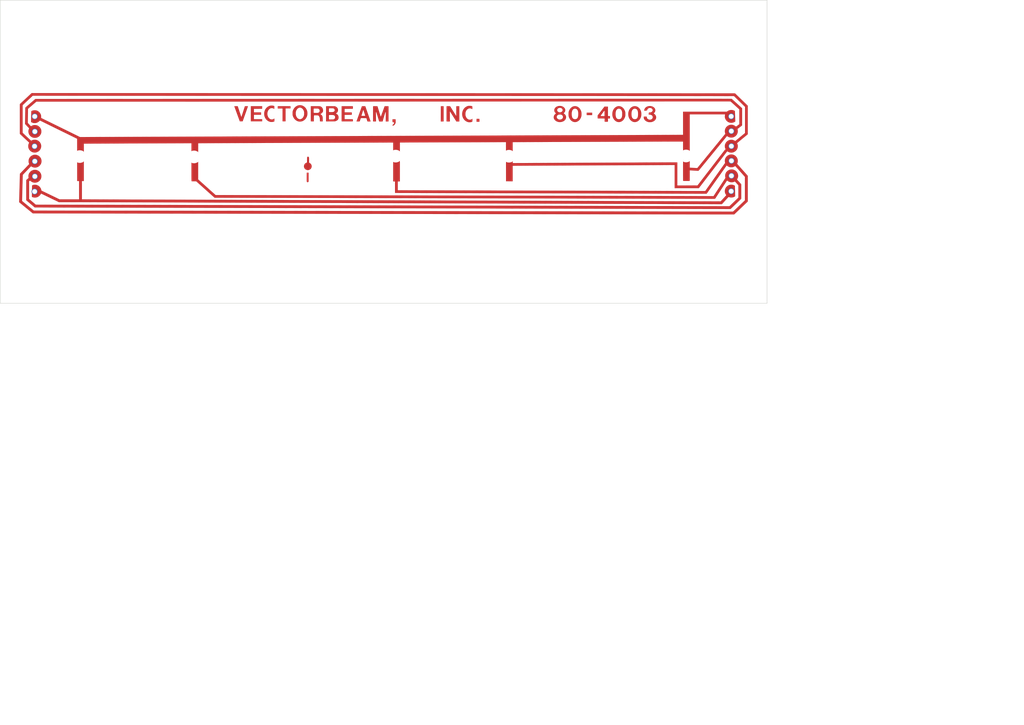
<source format=kicad_pcb>
(kicad_pcb (version 20171130) (host pcbnew "(5.1.9)-1")

  (general
    (thickness 1.6)
    (drawings 8)
    (tracks 12)
    (zones 0)
    (modules 23)
    (nets 1)
  )

  (page A4)
  (layers
    (0 F.Cu signal)
    (31 B.Cu signal)
    (32 B.Adhes user)
    (33 F.Adhes user)
    (34 B.Paste user)
    (35 F.Paste user)
    (36 B.SilkS user hide)
    (37 F.SilkS user hide)
    (38 B.Mask user hide)
    (39 F.Mask user hide)
    (40 Dwgs.User user hide)
    (41 Cmts.User user hide)
    (42 Eco1.User user hide)
    (43 Eco2.User user hide)
    (44 Edge.Cuts user)
    (45 Margin user hide)
    (46 B.CrtYd user hide)
    (47 F.CrtYd user hide)
    (48 B.Fab user hide)
    (49 F.Fab user hide)
  )

  (setup
    (last_trace_width 0.25)
    (trace_clearance 0.2)
    (zone_clearance 0.508)
    (zone_45_only no)
    (trace_min 0.2)
    (via_size 0.8)
    (via_drill 0.4)
    (via_min_size 0.4)
    (via_min_drill 0.3)
    (uvia_size 0.3)
    (uvia_drill 0.1)
    (uvias_allowed no)
    (uvia_min_size 0.2)
    (uvia_min_drill 0.1)
    (edge_width 0.05)
    (segment_width 0.2)
    (pcb_text_width 0.3)
    (pcb_text_size 1.5 1.5)
    (mod_edge_width 0.12)
    (mod_text_size 1 1)
    (mod_text_width 0.15)
    (pad_size 1.524 1.524)
    (pad_drill 0.762)
    (pad_to_mask_clearance 0)
    (aux_axis_origin 0 0)
    (visible_elements FFFFFF7F)
    (pcbplotparams
      (layerselection 0x010a0_7fffffff)
      (usegerberextensions true)
      (usegerberattributes false)
      (usegerberadvancedattributes false)
      (creategerberjobfile false)
      (excludeedgelayer true)
      (linewidth 0.100000)
      (plotframeref false)
      (viasonmask false)
      (mode 1)
      (useauxorigin false)
      (hpglpennumber 1)
      (hpglpenspeed 20)
      (hpglpendiameter 15.000000)
      (psnegative false)
      (psa4output false)
      (plotreference true)
      (plotvalue false)
      (plotinvisibletext false)
      (padsonsilk false)
      (subtractmaskfromsilk true)
      (outputformat 1)
      (mirror false)
      (drillshape 0)
      (scaleselection 1)
      (outputdirectory "finalv12/"))
  )

  (net 0 "")

  (net_class Default "This is the default net class."
    (clearance 0.2)
    (trace_width 0.25)
    (via_dia 0.8)
    (via_drill 0.4)
    (uvia_dia 0.3)
    (uvia_drill 0.1)
  )

  (module Desktop:v5sizedtraces (layer F.Cu) (tedit 0) (tstamp 60ABF96B)
    (at 147.5 87.5)
    (fp_text reference G*** (at 0 0) (layer F.SilkS) hide
      (effects (font (size 1.524 1.524) (thickness 0.3)))
    )
    (fp_text value LOGO (at 0.75 0) (layer F.SilkS) hide
      (effects (font (size 1.524 1.524) (thickness 0.3)))
    )
    (fp_poly (pts (xy -82.094917 -14.815984) (xy -81.707877 -14.815969) (xy -81.279201 -14.815935) (xy -80.809586 -14.815885)
      (xy -80.299726 -14.815817) (xy -79.75032 -14.815731) (xy -79.162065 -14.81563) (xy -78.535656 -14.815511)
      (xy -77.87179 -14.815377) (xy -77.171165 -14.815226) (xy -76.434476 -14.81506) (xy -75.662421 -14.814878)
      (xy -74.855696 -14.814681) (xy -74.014997 -14.814469) (xy -73.141023 -14.814243) (xy -72.234468 -14.814002)
      (xy -71.296031 -14.813747) (xy -70.326407 -14.813478) (xy -69.326293 -14.813195) (xy -68.296386 -14.812899)
      (xy -67.237383 -14.81259) (xy -66.14998 -14.812268) (xy -65.034874 -14.811933) (xy -63.892762 -14.811586)
      (xy -62.72434 -14.811227) (xy -61.530305 -14.810856) (xy -60.311353 -14.810474) (xy -59.068183 -14.81008)
      (xy -57.801489 -14.809675) (xy -56.511969 -14.80926) (xy -55.200319 -14.808834) (xy -53.867236 -14.808397)
      (xy -52.513417 -14.807951) (xy -51.139559 -14.807495) (xy -49.746358 -14.807029) (xy -48.33451 -14.806555)
      (xy -46.904714 -14.806071) (xy -45.457664 -14.805578) (xy -43.994058 -14.805077) (xy -42.514593 -14.804568)
      (xy -41.019965 -14.804051) (xy -39.510871 -14.803527) (xy -37.988007 -14.802995) (xy -36.452071 -14.802455)
      (xy -34.903758 -14.801909) (xy -33.343767 -14.801356) (xy -31.772792 -14.800797) (xy -30.191532 -14.800232)
      (xy -28.600682 -14.799661) (xy -27.00094 -14.799085) (xy -25.393001 -14.798503) (xy -23.777564 -14.797916)
      (xy -22.155323 -14.797324) (xy -20.526977 -14.796727) (xy -18.893222 -14.796127) (xy -17.254754 -14.795522)
      (xy -15.61227 -14.794913) (xy -13.966467 -14.794302) (xy -12.318041 -14.793686) (xy -10.66769 -14.793068)
      (xy -9.016109 -14.792447) (xy -7.363996 -14.791824) (xy -5.712048 -14.791198) (xy -4.06096 -14.790571)
      (xy -2.411429 -14.789941) (xy -0.764153 -14.789311) (xy 0.880172 -14.788679) (xy 2.52085 -14.788046)
      (xy 4.157183 -14.787413) (xy 5.788475 -14.786779) (xy 7.41403 -14.786145) (xy 9.03315 -14.785511)
      (xy 10.645139 -14.784878) (xy 12.249301 -14.784245) (xy 13.844938 -14.783613) (xy 15.431354 -14.782983)
      (xy 17.007853 -14.782353) (xy 18.573737 -14.781726) (xy 20.12831 -14.7811) (xy 21.670875 -14.780477)
      (xy 23.200736 -14.779856) (xy 24.717195 -14.779238) (xy 26.219557 -14.778623) (xy 27.707124 -14.778011)
      (xy 29.1792 -14.777402) (xy 30.635088 -14.776797) (xy 32.074092 -14.776197) (xy 33.495514 -14.7756)
      (xy 34.898658 -14.775009) (xy 36.282828 -14.774422) (xy 37.647327 -14.77384) (xy 38.991457 -14.773263)
      (xy 40.314523 -14.772692) (xy 41.615828 -14.772127) (xy 42.894675 -14.771568) (xy 44.150367 -14.771015)
      (xy 45.382207 -14.770469) (xy 46.5895 -14.76993) (xy 47.771548 -14.769398) (xy 48.927654 -14.768873)
      (xy 50.057123 -14.768356) (xy 51.159256 -14.767847) (xy 52.233359 -14.767346) (xy 53.278733 -14.766854)
      (xy 54.294682 -14.76637) (xy 55.28051 -14.765895) (xy 56.235519 -14.76543) (xy 57.159014 -14.764974)
      (xy 58.050297 -14.764527) (xy 58.908672 -14.764091) (xy 59.733442 -14.763665) (xy 60.523911 -14.763249)
      (xy 61.279381 -14.762845) (xy 61.999156 -14.762451) (xy 62.68254 -14.762069) (xy 63.069818 -14.761848)
      (xy 88.685219 -14.747114) (xy 89.718651 -13.743123) (xy 89.913635 -13.553779) (xy 90.115542 -13.35787)
      (xy 90.319699 -13.159919) (xy 90.521434 -12.964451) (xy 90.716075 -12.775989) (xy 90.898949 -12.599059)
      (xy 91.065385 -12.438182) (xy 91.21071 -12.297885) (xy 91.327738 -12.185108) (xy 91.903393 -11.631083)
      (xy 91.903348 -8.022166) (xy 91.903304 -4.41325) (xy 91.79336 -4.325862) (xy 91.74476 -4.286763)
      (xy 91.669927 -4.225966) (xy 91.575281 -4.148716) (xy 91.467243 -4.060258) (xy 91.352232 -3.965835)
      (xy 91.301007 -3.923696) (xy 91.206661 -3.8461) (xy 91.084659 -3.745862) (xy 90.940097 -3.627163)
      (xy 90.77807 -3.494183) (xy 90.603674 -3.351103) (xy 90.422003 -3.202105) (xy 90.238153 -3.051369)
      (xy 90.057218 -2.903077) (xy 90.056281 -2.902309) (xy 89.891761 -2.766908) (xy 89.737902 -2.639143)
      (xy 89.597696 -2.521576) (xy 89.474134 -2.41677) (xy 89.370207 -2.327289) (xy 89.288907 -2.255695)
      (xy 89.233224 -2.204552) (xy 89.206151 -2.176424) (xy 89.204043 -2.172059) (xy 89.272635 -2.003851)
      (xy 89.322539 -1.861912) (xy 89.356278 -1.735875) (xy 89.376376 -1.615373) (xy 89.385357 -1.490039)
      (xy 89.386466 -1.422566) (xy 89.367022 -1.165481) (xy 89.309639 -0.921737) (xy 89.217393 -0.694185)
      (xy 89.093357 -0.485675) (xy 88.940606 -0.299059) (xy 88.762215 -0.137188) (xy 88.561259 -0.002912)
      (xy 88.340811 0.100917) (xy 88.103947 0.171447) (xy 87.853742 0.205829) (xy 87.63191 0.204432)
      (xy 87.527689 0.193935) (xy 87.420748 0.178337) (xy 87.332213 0.160782) (xy 87.323083 0.158501)
      (xy 87.222131 0.126507) (xy 87.106704 0.080816) (xy 86.990595 0.027734) (xy 86.8876 -0.026431)
      (xy 86.811511 -0.075373) (xy 86.811392 -0.075463) (xy 86.764574 -0.107869) (xy 86.731446 -0.12491)
      (xy 86.726537 -0.125723) (xy 86.709825 -0.10922) (xy 86.670796 -0.063114) (xy 86.612735 0.008482)
      (xy 86.538925 0.101455) (xy 86.452647 0.211692) (xy 86.357187 0.335079) (xy 86.317667 0.386542)
      (xy 86.202274 0.537068) (xy 86.064426 0.716801) (xy 85.907464 0.921385) (xy 85.734734 1.146463)
      (xy 85.54958 1.38768) (xy 85.355347 1.640681) (xy 85.155377 1.901109) (xy 84.953016 2.164608)
      (xy 84.751607 2.426824) (xy 84.554496 2.683399) (xy 84.365025 2.929979) (xy 84.255329 3.072713)
      (xy 84.13866 3.22436) (xy 84.004022 3.399118) (xy 83.859393 3.586646) (xy 83.712751 3.776604)
      (xy 83.572074 3.958655) (xy 83.449629 4.116917) (xy 83.370589 4.219025) (xy 83.294073 4.317938)
      (xy 83.218198 4.416104) (xy 83.141078 4.515973) (xy 83.060832 4.619993) (xy 82.975573 4.730614)
      (xy 82.88342 4.850284) (xy 82.782487 4.981453) (xy 82.670891 5.12657) (xy 82.546748 5.288083)
      (xy 82.408174 5.468443) (xy 82.253285 5.670097) (xy 82.080198 5.895495) (xy 81.887028 6.147086)
      (xy 81.671891 6.427319) (xy 81.432905 6.738643) (xy 81.428167 6.744815) (xy 81.267915 6.953571)
      (xy 81.096644 7.176668) (xy 80.919533 7.40736) (xy 80.741763 7.6389) (xy 80.568515 7.86454)
      (xy 80.404968 8.077532) (xy 80.256304 8.271131) (xy 80.127703 8.438588) (xy 80.115833 8.454044)
      (xy 79.554917 9.184386) (xy 73.448333 9.186334) (xy 73.448333 3.339115) (xy 71.188792 3.352945)
      (xy 70.952421 3.354343) (xy 70.676746 3.355887) (xy 70.364795 3.357562) (xy 70.019595 3.359355)
      (xy 69.644176 3.361251) (xy 69.241564 3.363237) (xy 68.81479 3.365298) (xy 68.36688 3.36742)
      (xy 67.900863 3.36959) (xy 67.419767 3.371793) (xy 66.926621 3.374014) (xy 66.424453 3.376241)
      (xy 65.916291 3.378459) (xy 65.405164 3.380654) (xy 64.894099 3.382812) (xy 64.386125 3.384919)
      (xy 63.884271 3.38696) (xy 63.743417 3.387525) (xy 63.210808 3.389674) (xy 62.653049 3.391959)
      (xy 62.074492 3.39436) (xy 61.479492 3.396859) (xy 60.872403 3.399435) (xy 60.257577 3.402071)
      (xy 59.63937 3.404746) (xy 59.022134 3.407442) (xy 58.410224 3.41014) (xy 57.807992 3.41282)
      (xy 57.219795 3.415463) (xy 56.649984 3.41805) (xy 56.102913 3.420562) (xy 55.582937 3.42298)
      (xy 55.09441 3.425285) (xy 54.641684 3.427457) (xy 54.430083 3.428488) (xy 54.089194 3.430139)
      (xy 53.708621 3.43195) (xy 53.291012 3.433908) (xy 52.839016 3.436002) (xy 52.355281 3.43822)
      (xy 51.842455 3.440551) (xy 51.303188 3.442983) (xy 50.740128 3.445504) (xy 50.155923 3.448103)
      (xy 49.553222 3.450768) (xy 48.934674 3.453488) (xy 48.302927 3.45625) (xy 47.660629 3.459044)
      (xy 47.010429 3.461857) (xy 46.354977 3.464678) (xy 45.696919 3.467495) (xy 45.038905 3.470297)
      (xy 44.383584 3.473072) (xy 43.733603 3.475809) (xy 43.091612 3.478495) (xy 42.460259 3.481119)
      (xy 42.291 3.48182) (xy 41.701965 3.484278) (xy 41.119624 3.486756) (xy 40.545648 3.489244)
      (xy 39.981708 3.491734) (xy 39.429473 3.494217) (xy 38.890615 3.496684) (xy 38.366802 3.499127)
      (xy 37.859707 3.501538) (xy 37.370998 3.503907) (xy 36.902346 3.506227) (xy 36.455423 3.508488)
      (xy 36.031897 3.510682) (xy 35.633439 3.512801) (xy 35.26172 3.514835) (xy 34.91841 3.516777)
      (xy 34.605179 3.518617) (xy 34.323697 3.520348) (xy 34.075636 3.52196) (xy 33.862664 3.523445)
      (xy 33.686454 3.524795) (xy 33.548674 3.526) (xy 33.450995 3.527052) (xy 33.427458 3.52737)
      (xy 32.5755 3.539801) (xy 32.5755 7.451153) (xy 31.734125 7.445618) (xy 30.89275 7.440084)
      (xy 30.887413 2.499806) (xy 30.882077 -2.440471) (xy 29.278747 -2.426903) (xy 29.134815 -2.425807)
      (xy 28.950497 -2.424607) (xy 28.727739 -2.42331) (xy 28.468487 -2.421924) (xy 28.174687 -2.420457)
      (xy 27.848287 -2.418915) (xy 27.491232 -2.417308) (xy 27.10547 -2.415642) (xy 26.692946 -2.413924)
      (xy 26.255607 -2.412163) (xy 25.7954 -2.410365) (xy 25.314271 -2.408539) (xy 24.814167 -2.406692)
      (xy 24.297033 -2.404831) (xy 23.764817 -2.402964) (xy 23.219465 -2.401099) (xy 22.662923 -2.399243)
      (xy 22.097138 -2.397404) (xy 21.524056 -2.395588) (xy 20.945625 -2.393805) (xy 20.363789 -2.392061)
      (xy 20.076583 -2.391219) (xy 19.461247 -2.389419) (xy 18.832914 -2.387563) (xy 18.194405 -2.38566)
      (xy 17.548539 -2.38372) (xy 16.898134 -2.38175) (xy 16.246011 -2.379761) (xy 15.594988 -2.37776)
      (xy 14.947884 -2.375757) (xy 14.30752 -2.373761) (xy 13.676714 -2.37178) (xy 13.058286 -2.369824)
      (xy 12.455054 -2.367901) (xy 11.869839 -2.36602) (xy 11.305458 -2.364191) (xy 10.764733 -2.362421)
      (xy 10.250482 -2.360721) (xy 9.765524 -2.359098) (xy 9.312678 -2.357563) (xy 8.894764 -2.356123)
      (xy 8.514601 -2.354787) (xy 8.297333 -2.354009) (xy 4.116917 -2.338916) (xy 4.106243 7.493)
      (xy 3.577167 7.493) (xy 3.577167 9.708796) (xy 8.651875 9.723242) (xy 8.985543 9.724184)
      (xy 9.359635 9.725225) (xy 9.772241 9.726361) (xy 10.221453 9.727586) (xy 10.705361 9.728896)
      (xy 11.222057 9.730285) (xy 11.769629 9.731749) (xy 12.346171 9.733282) (xy 12.949771 9.734881)
      (xy 13.578521 9.736539) (xy 14.230512 9.738251) (xy 14.903835 9.740014) (xy 15.596579 9.741821)
      (xy 16.306837 9.743668) (xy 17.032698 9.74555) (xy 17.772254 9.747461) (xy 18.523594 9.749398)
      (xy 19.284811 9.751355) (xy 20.053994 9.753326) (xy 20.829235 9.755308) (xy 21.608623 9.757295)
      (xy 22.390251 9.759281) (xy 23.172208 9.761263) (xy 23.952586 9.763235) (xy 24.729474 9.765193)
      (xy 25.500965 9.76713) (xy 26.087917 9.7686) (xy 27.441108 9.771989) (xy 28.801176 9.775405)
      (xy 30.166763 9.778846) (xy 31.536509 9.782306) (xy 32.909058 9.785783) (xy 34.28305 9.789274)
      (xy 35.657128 9.792773) (xy 37.029933 9.796279) (xy 38.400106 9.799787) (xy 39.76629 9.803294)
      (xy 41.127127 9.806797) (xy 42.481257 9.810291) (xy 43.827323 9.813773) (xy 45.163967 9.817239)
      (xy 46.48983 9.820687) (xy 47.803554 9.824111) (xy 49.10378 9.82751) (xy 50.389151 9.830879)
      (xy 51.658307 9.834215) (xy 52.909892 9.837514) (xy 54.142546 9.840772) (xy 55.354911 9.843986)
      (xy 56.54563 9.847153) (xy 57.713343 9.850268) (xy 58.856692 9.853329) (xy 59.97432 9.856331)
      (xy 61.064867 9.859272) (xy 62.126977 9.862147) (xy 63.159289 9.864953) (xy 64.160447 9.867686)
      (xy 65.129091 9.870343) (xy 66.063864 9.872921) (xy 66.963407 9.875415) (xy 67.826362 9.877822)
      (xy 68.651371 9.880139) (xy 69.437075 9.882362) (xy 70.182117 9.884487) (xy 70.347417 9.884961)
      (xy 70.921989 9.886594) (xy 71.495238 9.88819) (xy 72.065119 9.889744) (xy 72.629582 9.891252)
      (xy 73.186581 9.892709) (xy 73.73407 9.894111) (xy 74.269999 9.895453) (xy 74.792323 9.89673)
      (xy 75.298993 9.897938) (xy 75.787964 9.899072) (xy 76.257187 9.900128) (xy 76.704615 9.901101)
      (xy 77.1282 9.901986) (xy 77.525897 9.902779) (xy 77.895657 9.903475) (xy 78.235434 9.90407)
      (xy 78.543179 9.904558) (xy 78.816846 9.904936) (xy 79.054387 9.905199) (xy 79.253756 9.905342)
      (xy 79.412905 9.90536) (xy 79.417333 9.905359) (xy 81.163583 9.904726) (xy 81.434496 9.519072)
      (xy 81.508928 9.413328) (xy 81.603274 9.27963) (xy 81.712906 9.124517) (xy 81.833197 8.954527)
      (xy 81.959519 8.776201) (xy 82.087244 8.596077) (xy 82.211745 8.420696) (xy 82.224197 8.403167)
      (xy 82.349665 8.226478) (xy 82.480186 8.042528) (xy 82.610876 7.858212) (xy 82.736848 7.680426)
      (xy 82.853217 7.516065) (xy 82.955097 7.372024) (xy 83.037603 7.255199) (xy 83.041564 7.249584)
      (xy 83.125878 7.13012) (xy 83.229361 6.983626) (xy 83.346705 6.817607) (xy 83.472601 6.639572)
      (xy 83.60174 6.457029) (xy 83.728813 6.277485) (xy 83.819848 6.148917) (xy 83.946235 5.970436)
      (xy 84.0825 5.77796) (xy 84.22254 5.580113) (xy 84.360252 5.385518) (xy 84.489533 5.202799)
      (xy 84.604279 5.040581) (xy 84.666212 4.953) (xy 84.759337 4.821299) (xy 84.872024 4.661949)
      (xy 84.999386 4.481861) (xy 85.136534 4.287945) (xy 85.278583 4.087112) (xy 85.420644 3.886272)
      (xy 85.557829 3.692335) (xy 85.610711 3.61758) (xy 86.188553 2.800743) (xy 86.154886 2.69683)
      (xy 86.138106 2.618382) (xy 86.126331 2.509583) (xy 86.1197 2.382135) (xy 86.118351 2.24774)
      (xy 86.122423 2.1181) (xy 86.132055 2.004917) (xy 86.145749 1.926167) (xy 86.228947 1.678502)
      (xy 86.34795 1.450119) (xy 86.499424 1.244373) (xy 86.680031 1.064622) (xy 86.886435 0.914223)
      (xy 87.115302 0.796533) (xy 87.344923 0.719495) (xy 87.515195 0.689074) (xy 87.706567 0.676564)
      (xy 87.901786 0.681954) (xy 88.083598 0.705233) (xy 88.150489 0.720003) (xy 88.402362 0.805274)
      (xy 88.632553 0.926519) (xy 88.839089 1.082246) (xy 89.02 1.270966) (xy 89.173312 1.491188)
      (xy 89.175541 1.494979) (xy 89.280508 1.71469) (xy 89.349824 1.950911) (xy 89.383028 2.196614)
      (xy 89.379659 2.444774) (xy 89.339255 2.688368) (xy 89.268108 2.904487) (xy 89.24159 2.96956)
      (xy 89.223268 3.017645) (xy 89.2175 3.036505) (xy 89.231247 3.055076) (xy 89.270893 3.102428)
      (xy 89.334046 3.175848) (xy 89.418312 3.272626) (xy 89.521299 3.39005) (xy 89.640615 3.52541)
      (xy 89.773865 3.675994) (xy 89.918658 3.839091) (xy 90.072602 4.01199) (xy 90.233302 4.19198)
      (xy 90.398367 4.37635) (xy 90.497955 4.487334) (xy 90.631982 4.636875) (xy 90.785254 4.808407)
      (xy 90.949051 4.992136) (xy 91.114652 5.178272) (xy 91.273338 5.357022) (xy 91.416388 5.518594)
      (xy 91.425178 5.528539) (xy 91.905667 6.072329) (xy 91.905667 12.54874) (xy 91.307708 13.118253)
      (xy 91.173191 13.246351) (xy 91.013675 13.398224) (xy 90.834833 13.568469) (xy 90.642341 13.751687)
      (xy 90.441875 13.942476) (xy 90.239107 14.135434) (xy 90.039715 14.325162) (xy 89.849371 14.506257)
      (xy 89.810478 14.543258) (xy 89.639378 14.706046) (xy 89.471314 14.865983) (xy 89.309895 15.01963)
      (xy 89.158731 15.16355) (xy 89.021434 15.294303) (xy 88.901612 15.408453) (xy 88.802877 15.502561)
      (xy 88.728838 15.57319) (xy 88.695409 15.605125) (xy 88.479613 15.8115) (xy 84.176015 15.807955)
      (xy 83.860763 15.807677) (xy 83.505332 15.807331) (xy 83.111873 15.806918) (xy 82.682539 15.806443)
      (xy 82.219482 15.805908) (xy 81.724857 15.805316) (xy 81.200815 15.80467) (xy 80.649509 15.803973)
      (xy 80.073093 15.803229) (xy 79.473719 15.802439) (xy 78.853539 15.801607) (xy 78.214706 15.800736)
      (xy 77.559375 15.799829) (xy 76.889696 15.798888) (xy 76.207823 15.797918) (xy 75.515909 15.79692)
      (xy 74.816106 15.795898) (xy 74.110568 15.794854) (xy 73.401447 15.793792) (xy 72.690896 15.792715)
      (xy 71.981067 15.791625) (xy 71.274114 15.790526) (xy 70.57219 15.78942) (xy 69.877446 15.78831)
      (xy 69.797083 15.788181) (xy 69.311397 15.787401) (xy 68.784862 15.786561) (xy 68.218966 15.785663)
      (xy 67.615193 15.784708) (xy 66.97503 15.7837) (xy 66.29996 15.782641) (xy 65.591472 15.781533)
      (xy 64.851048 15.780378) (xy 64.080177 15.779178) (xy 63.280342 15.777936) (xy 62.45303 15.776654)
      (xy 61.599726 15.775334) (xy 60.721916 15.773978) (xy 59.821085 15.77259) (xy 58.89872 15.771171)
      (xy 57.956304 15.769723) (xy 56.995325 15.768248) (xy 56.017268 15.76675) (xy 55.023617 15.76523)
      (xy 54.01586 15.76369) (xy 52.995481 15.762133) (xy 51.963967 15.760561) (xy 50.922801 15.758976)
      (xy 49.873472 15.757381) (xy 48.817462 15.755777) (xy 47.75626 15.754168) (xy 46.691349 15.752555)
      (xy 45.624216 15.750941) (xy 44.556346 15.749328) (xy 43.489225 15.747718) (xy 42.424338 15.746113)
      (xy 41.363171 15.744517) (xy 40.30721 15.74293) (xy 39.257939 15.741356) (xy 38.216846 15.739796)
      (xy 37.422667 15.738607) (xy 36.365364 15.737025) (xy 35.291221 15.735415) (xy 34.201975 15.73378)
      (xy 33.099359 15.732122) (xy 31.98511 15.730444) (xy 30.860962 15.72875) (xy 29.728652 15.72704)
      (xy 28.589914 15.725319) (xy 27.446484 15.723589) (xy 26.300097 15.721852) (xy 25.152489 15.720111)
      (xy 24.005395 15.718369) (xy 22.860551 15.716628) (xy 21.719691 15.714892) (xy 20.584551 15.713162)
      (xy 19.456867 15.711441) (xy 18.338374 15.709733) (xy 17.230807 15.708039) (xy 16.135902 15.706362)
      (xy 15.055394 15.704706) (xy 13.991018 15.703072) (xy 12.94451 15.701463) (xy 11.917605 15.699882)
      (xy 10.912039 15.698332) (xy 9.929547 15.696815) (xy 8.971864 15.695334) (xy 8.040725 15.693892)
      (xy 7.137867 15.692491) (xy 6.265024 15.691133) (xy 5.423932 15.689822) (xy 4.616326 15.688561)
      (xy 3.843942 15.687351) (xy 3.108514 15.686196) (xy 2.411779 15.685097) (xy 1.755472 15.684059)
      (xy 1.693333 15.683961) (xy 0.902696 15.682709) (xy 0.07737 15.681408) (xy -0.781549 15.680058)
      (xy -1.672964 15.678662) (xy -2.595776 15.677221) (xy -3.54889 15.675736) (xy -4.531208 15.67421)
      (xy -5.541632 15.672644) (xy -6.579067 15.671039) (xy -7.642414 15.669398) (xy -8.730576 15.667721)
      (xy -9.842457 15.666011) (xy -10.976959 15.66427) (xy -12.132985 15.662498) (xy -13.309438 15.660697)
      (xy -14.505221 15.65887) (xy -15.719236 15.657017) (xy -16.950387 15.655141) (xy -18.197577 15.653242)
      (xy -19.459708 15.651324) (xy -20.735683 15.649386) (xy -22.024406 15.647432) (xy -23.324778 15.645462)
      (xy -24.635704 15.643478) (xy -25.956085 15.641482) (xy -27.284824 15.639476) (xy -28.620825 15.63746)
      (xy -29.962991 15.635438) (xy -31.310224 15.63341) (xy -32.661426 15.631378) (xy -34.015502 15.629343)
      (xy -35.371354 15.627308) (xy -36.727884 15.625274) (xy -38.083997 15.623243) (xy -39.438593 15.621216)
      (xy -40.790577 15.619194) (xy -42.138851 15.61718) (xy -43.482319 15.615176) (xy -44.819882 15.613182)
      (xy -46.150444 15.6112) (xy -47.472908 15.609233) (xy -48.786177 15.607282) (xy -50.089153 15.605347)
      (xy -51.380739 15.603432) (xy -52.659839 15.601538) (xy -53.925355 15.599665) (xy -55.17619 15.597817)
      (xy -56.411247 15.595994) (xy -57.629428 15.594199) (xy -58.829637 15.592432) (xy -60.010777 15.590696)
      (xy -61.17175 15.588992) (xy -62.311459 15.587321) (xy -63.428808 15.585686) (xy -64.522698 15.584089)
      (xy -65.592034 15.582529) (xy -66.635717 15.581011) (xy -67.652651 15.579534) (xy -68.641738 15.5781)
      (xy -69.601882 15.576712) (xy -70.531985 15.575371) (xy -71.43095 15.574079) (xy -72.29768 15.572836)
      (xy -73.131078 15.571646) (xy -73.930047 15.570509) (xy -74.693489 15.569426) (xy -75.420308 15.568401)
      (xy -76.109406 15.567434) (xy -76.759687 15.566527) (xy -77.370053 15.565682) (xy -77.939407 15.5649)
      (xy -78.050603 15.564748) (xy -88.526623 15.550456) (xy -88.751335 15.36877) (xy -88.81174 15.319763)
      (xy -88.901935 15.246352) (xy -89.018958 15.150959) (xy -89.159849 15.036004) (xy -89.321646 14.903907)
      (xy -89.501388 14.757088) (xy -89.696115 14.597968) (xy -89.902865 14.428967) (xy -90.118677 14.252506)
      (xy -90.34059 14.071006) (xy -90.565643 13.886886) (xy -90.790875 13.702567) (xy -91.013325 13.52047)
      (xy -91.230032 13.343015) (xy -91.438034 13.172622) (xy -91.446522 13.165667) (xy -91.97609 12.73175)
      (xy -91.972096 12.498917) (xy -91.970994 12.448306) (xy -91.96877 12.35837) (xy -91.965507 12.2321)
      (xy -91.96129 12.072487) (xy -91.956201 11.882522) (xy -91.950324 11.665197) (xy -91.943742 11.423502)
      (xy -91.936539 11.160428) (xy -91.928797 10.878967) (xy -91.920601 10.58211) (xy -91.912034 10.272847)
      (xy -91.903178 9.95417) (xy -91.894118 9.62907) (xy -91.884937 9.300538) (xy -91.875718 8.971564)
      (xy -91.866544 8.645141) (xy -91.8575 8.32426) (xy -91.848667 8.01191) (xy -91.84013 7.711084)
      (xy -91.831972 7.424773) (xy -91.824277 7.155967) (xy -91.817127 6.907658) (xy -91.810606 6.682836)
      (xy -91.804798 6.484493) (xy -91.799786 6.315621) (xy -91.79929 6.299073) (xy -91.776475 5.539063)
      (xy -91.550029 5.302622) (xy -91.390424 5.135935) (xy -91.219276 4.957127) (xy -91.040425 4.770213)
      (xy -90.85771 4.579211) (xy -90.67497 4.388135) (xy -90.496046 4.201001) (xy -90.324775 4.021825)
      (xy -90.164998 3.854624) (xy -90.020554 3.703412) (xy -89.895283 3.572206) (xy -89.793023 3.465022)
      (xy -89.74199 3.411477) (xy -89.432954 3.087037) (xy -89.484795 2.969816) (xy -89.544948 2.804942)
      (xy -89.581649 2.630597) (xy -89.597262 2.434251) (xy -89.598187 2.368761) (xy -89.578436 2.105461)
      (xy -89.519643 1.85616) (xy -89.423629 1.623789) (xy -89.292214 1.411283) (xy -89.127219 1.221572)
      (xy -88.930463 1.057591) (xy -88.703766 0.922272) (xy -88.698917 0.919867) (xy -88.535772 0.846283)
      (xy -88.386346 0.79621) (xy -88.232837 0.7649) (xy -88.057445 0.747602) (xy -88.05199 0.747269)
      (xy -87.788789 0.751605) (xy -87.537105 0.796506) (xy -87.298305 0.881442) (xy -87.073752 1.005881)
      (xy -86.864813 1.16929) (xy -86.793917 1.237316) (xy -86.663834 1.379865) (xy -86.563174 1.51829)
      (xy -86.483064 1.666513) (xy -86.41923 1.825359) (xy -86.351891 2.077082) (xy -86.325952 2.331245)
      (xy -86.340946 2.584024) (xy -86.396404 2.83159) (xy -86.49186 3.070118) (xy -86.592632 3.245685)
      (xy -86.755278 3.455961) (xy -86.945107 3.634065) (xy -87.160569 3.778914) (xy -87.400113 3.889421)
      (xy -87.600868 3.950641) (xy -87.746527 3.974807) (xy -87.915655 3.984895) (xy -88.091879 3.98112)
      (xy -88.25882 3.963702) (xy -88.373576 3.940383) (xy -88.476381 3.907413) (xy -88.593588 3.860765)
      (xy -88.71233 3.80643) (xy -88.819739 3.750402) (xy -88.902948 3.698671) (xy -88.919914 3.685966)
      (xy -88.971578 3.644975) (xy -89.323868 4.007946) (xy -89.414724 4.101941) (xy -89.529544 4.221343)
      (xy -89.66321 4.360795) (xy -89.810603 4.514941) (xy -89.966605 4.678425) (xy -90.126098 4.845892)
      (xy -90.283963 5.011985) (xy -90.365627 5.098054) (xy -91.055096 5.825192) (xy -91.067437 6.061138)
      (xy -91.070043 6.12111) (xy -91.073649 6.219432) (xy -91.078134 6.352135) (xy -91.083377 6.515251)
      (xy -91.089257 6.70481) (xy -91.095651 6.916844) (xy -91.102438 7.147384) (xy -91.109496 7.392462)
      (xy -91.116705 7.648109) (xy -91.122948 7.874) (xy -91.131411 8.182731) (xy -91.140686 8.520344)
      (xy -91.150525 8.877862) (xy -91.16068 9.24631) (xy -91.170904 9.616711) (xy -91.180949 9.98009)
      (xy -91.190566 10.32747) (xy -91.199509 10.649875) (xy -91.207019 10.920008) (xy -91.213697 11.165678)
      (xy -91.219725 11.39898) (xy -91.225033 11.61646) (xy -91.229551 11.814662) (xy -91.233212 11.990133)
      (xy -91.235944 12.139417) (xy -91.237679 12.259061) (xy -91.238347 12.345609) (xy -91.237879 12.395608)
      (xy -91.236897 12.406935) (xy -91.218678 12.423725) (xy -91.171093 12.464445) (xy -91.097567 12.526247)
      (xy -91.001521 12.606283) (xy -90.886381 12.701707) (xy -90.755569 12.80967) (xy -90.612509 12.927325)
      (xy -90.523312 13.000489) (xy -90.333323 13.156141) (xy -90.159779 13.298238) (xy -89.99729 13.431174)
      (xy -89.840469 13.559345) (xy -89.683928 13.687149) (xy -89.522279 13.818981) (xy -89.350134 13.959237)
      (xy -89.162105 14.112313) (xy -88.952805 14.282605) (xy -88.716845 14.474509) (xy -88.678188 14.505943)
      (xy -88.27646 14.832605) (xy -81.375688 14.845709) (xy -80.90268 14.846585) (xy -80.389756 14.847496)
      (xy -79.839334 14.848437) (xy -79.253831 14.849405) (xy -78.635665 14.850397) (xy -77.987254 14.85141)
      (xy -77.311015 14.852441) (xy -76.609365 14.853486) (xy -75.884722 14.854542) (xy -75.139504 14.855605)
      (xy -74.376128 14.856673) (xy -73.597013 14.857743) (xy -72.804574 14.85881) (xy -72.00123 14.859872)
      (xy -71.189399 14.860926) (xy -70.371498 14.861968) (xy -69.549945 14.862994) (xy -68.727157 14.864003)
      (xy -67.905551 14.86499) (xy -67.087546 14.865952) (xy -66.275558 14.866887) (xy -65.472006 14.86779)
      (xy -64.679307 14.868658) (xy -63.899879 14.869489) (xy -63.136138 14.870279) (xy -63.002583 14.870415)
      (xy -62.497642 14.870938) (xy -61.951701 14.871526) (xy -61.366095 14.872179) (xy -60.742158 14.872893)
      (xy -60.081224 14.873668) (xy -59.384627 14.874501) (xy -58.653701 14.875391) (xy -57.889781 14.876336)
      (xy -57.0942 14.877333) (xy -56.268292 14.878381) (xy -55.413391 14.879479) (xy -54.530832 14.880623)
      (xy -53.621949 14.881813) (xy -52.688075 14.883047) (xy -51.730545 14.884323) (xy -50.750693 14.885638)
      (xy -49.749852 14.886992) (xy -48.729358 14.888382) (xy -47.690543 14.889806) (xy -46.634743 14.891263)
      (xy -45.56329 14.892751) (xy -44.47752 14.894268) (xy -43.378766 14.895811) (xy -42.268363 14.89738)
      (xy -41.147644 14.898972) (xy -40.017943 14.900586) (xy -38.880595 14.90222) (xy -37.736934 14.903871)
      (xy -36.588293 14.905538) (xy -35.436007 14.90722) (xy -34.28141 14.908914) (xy -33.125836 14.910618)
      (xy -31.970619 14.912331) (xy -30.817093 14.914051) (xy -29.666592 14.915775) (xy -28.52045 14.917503)
      (xy -27.380002 14.919232) (xy -26.246581 14.920961) (xy -25.121521 14.922687) (xy -24.997833 14.922877)
      (xy -22.925332 14.926069) (xy -20.894341 14.929195) (xy -18.904039 14.932258) (xy -16.953603 14.935259)
      (xy -15.042213 14.938198) (xy -13.169044 14.941078) (xy -11.333276 14.943899) (xy -9.534086 14.946662)
      (xy -7.770652 14.94937) (xy -6.042151 14.952022) (xy -4.347762 14.954622) (xy -2.686662 14.957168)
      (xy -1.058029 14.959664) (xy 0.53896 14.96211) (xy 2.105125 14.964507) (xy 3.64129 14.966857)
      (xy 5.148277 14.96916) (xy 6.626907 14.971419) (xy 8.078003 14.973634) (xy 9.502388 14.975807)
      (xy 10.900883 14.977939) (xy 12.274311 14.980031) (xy 13.623494 14.982084) (xy 14.949253 14.9841)
      (xy 16.252412 14.98608) (xy 17.533792 14.988025) (xy 18.794215 14.989936) (xy 20.034504 14.991815)
      (xy 21.255481 14.993663) (xy 22.457968 14.99548) (xy 23.642788 14.99727) (xy 24.810762 14.999031)
      (xy 25.962712 15.000767) (xy 27.099461 15.002478) (xy 28.221832 15.004165) (xy 29.330645 15.00583)
      (xy 30.426724 15.007473) (xy 31.51089 15.009097) (xy 32.583966 15.010702) (xy 33.646774 15.01229)
      (xy 34.700136 15.013861) (xy 35.744875 15.015418) (xy 36.781812 15.01696) (xy 37.811769 15.018491)
      (xy 38.83557 15.02001) (xy 39.854035 15.02152) (xy 40.867988 15.02302) (xy 41.87825 15.024514)
      (xy 42.885643 15.026001) (xy 43.890991 15.027483) (xy 44.555833 15.028462) (xy 45.431438 15.029754)
      (xy 46.346373 15.03111) (xy 47.297635 15.032524) (xy 48.28222 15.033993) (xy 49.297125 15.035511)
      (xy 50.339347 15.037075) (xy 51.405882 15.038679) (xy 52.493728 15.040319) (xy 53.599881 15.041991)
      (xy 54.721338 15.043689) (xy 55.855095 15.04541) (xy 56.998149 15.047148) (xy 58.147497 15.0489)
      (xy 59.300136 15.05066) (xy 60.453062 15.052424) (xy 61.603271 15.054187) (xy 62.747762 15.055945)
      (xy 63.88353 15.057693) (xy 65.007572 15.059426) (xy 66.116885 15.061141) (xy 67.208466 15.062832)
      (xy 68.279311 15.064494) (xy 69.326417 15.066124) (xy 70.346781 15.067717) (xy 71.337399 15.069267)
      (xy 72.295268 15.070771) (xy 73.217386 15.072224) (xy 73.421515 15.072546) (xy 88.179613 15.095862)
      (xy 88.293763 14.993306) (xy 88.340871 14.950151) (xy 88.412911 14.883094) (xy 88.504202 14.797471)
      (xy 88.609063 14.698623) (xy 88.721815 14.591887) (xy 88.808266 14.50975) (xy 88.897151 14.425174)
      (xy 89.012575 14.315366) (xy 89.150398 14.184261) (xy 89.306481 14.0358) (xy 89.476683 13.873917)
      (xy 89.656864 13.702552) (xy 89.842886 13.525642) (xy 90.030607 13.347123) (xy 90.19731 13.188601)
      (xy 91.186 12.248452) (xy 91.186 6.335358) (xy 90.97855 6.104554) (xy 90.923534 6.043091)
      (xy 90.844086 5.953973) (xy 90.74381 5.84126) (xy 90.626314 5.709014) (xy 90.495204 5.561296)
      (xy 90.354084 5.402167) (xy 90.206562 5.235689) (xy 90.056242 5.065922) (xy 90.02187 5.027084)
      (xy 89.783965 4.758515) (xy 89.56879 4.516174) (xy 89.376924 4.300706) (xy 89.208948 4.112755)
      (xy 89.065443 3.952966) (xy 88.946988 3.821984) (xy 88.854165 3.720452) (xy 88.787553 3.649017)
      (xy 88.747734 3.608323) (xy 88.735586 3.598334) (xy 88.713927 3.609267) (xy 88.67354 3.635803)
      (xy 88.670434 3.637986) (xy 88.576832 3.695044) (xy 88.456844 3.755109) (xy 88.325255 3.81133)
      (xy 88.200754 3.855635) (xy 88.130102 3.876051) (xy 88.064023 3.889984) (xy 87.991741 3.898554)
      (xy 87.902485 3.902881) (xy 87.785481 3.904086) (xy 87.735833 3.903977) (xy 87.609219 3.902687)
      (xy 87.514045 3.899143) (xy 87.439428 3.892017) (xy 87.374485 3.879983) (xy 87.308332 3.861712)
      (xy 87.259583 3.845881) (xy 87.087829 3.778001) (xy 86.921582 3.693434) (xy 86.774658 3.599742)
      (xy 86.695418 3.536966) (xy 86.642274 3.491561) (xy 86.602403 3.460144) (xy 86.586023 3.450167)
      (xy 86.570404 3.466917) (xy 86.531531 3.517259) (xy 86.469308 3.601329) (xy 86.383637 3.719264)
      (xy 86.274419 3.8712) (xy 86.141557 4.057274) (xy 85.984953 4.277622) (xy 85.804509 4.532381)
      (xy 85.600128 4.821687) (xy 85.417981 5.08) (xy 85.175481 5.424088) (xy 84.954147 5.738)
      (xy 84.750818 6.026207) (xy 84.562334 6.29318) (xy 84.385535 6.54339) (xy 84.217259 6.781306)
      (xy 84.054347 7.0114) (xy 83.893638 7.238141) (xy 83.73197 7.466002) (xy 83.566185 7.699451)
      (xy 83.55496 7.71525) (xy 83.337416 8.021468) (xy 83.142353 8.296107) (xy 82.967708 8.542078)
      (xy 82.811419 8.762294) (xy 82.671425 8.959669) (xy 82.545661 9.137114) (xy 82.432066 9.297543)
      (xy 82.328578 9.443868) (xy 82.233134 9.579002) (xy 82.143671 9.705857) (xy 82.058128 9.827346)
      (xy 81.974441 9.946381) (xy 81.89302 10.062355) (xy 81.523417 10.589126) (xy 75.258083 10.575281)
      (xy 74.718823 10.574076) (xy 74.140913 10.57276) (xy 73.528037 10.571341) (xy 72.883878 10.569829)
      (xy 72.21212 10.568233) (xy 71.516446 10.566562) (xy 70.80054 10.564826) (xy 70.068085 10.563034)
      (xy 69.322765 10.561194) (xy 68.568263 10.559317) (xy 67.808263 10.557411) (xy 67.046448 10.555485)
      (xy 66.286502 10.553549) (xy 65.532108 10.551612) (xy 64.78695 10.549683) (xy 64.05471 10.547771)
      (xy 63.339074 10.545886) (xy 62.643723 10.544036) (xy 61.972342 10.542232) (xy 61.37275 10.540602)
      (xy 60.31088 10.537704) (xy 59.22552 10.534754) (xy 58.11851 10.531755) (xy 56.99169 10.528713)
      (xy 55.8469 10.525632) (xy 54.685979 10.522518) (xy 53.510769 10.519374) (xy 52.323108 10.516206)
      (xy 51.124837 10.513019) (xy 49.917796 10.509816) (xy 48.703825 10.506604) (xy 47.484764 10.503387)
      (xy 46.262453 10.500169) (xy 45.038732 10.496955) (xy 43.815441 10.493751) (xy 42.59442 10.490561)
      (xy 41.377509 10.487389) (xy 40.166548 10.48424) (xy 38.963378 10.48112) (xy 37.769837 10.478033)
      (xy 36.587767 10.474983) (xy 35.419007 10.471977) (xy 34.265397 10.469017) (xy 33.128777 10.466109)
      (xy 32.010988 10.463259) (xy 30.913868 10.46047) (xy 29.839259 10.457747) (xy 28.789001 10.455095)
      (xy 27.764932 10.45252) (xy 26.768894 10.450025) (xy 25.802727 10.447615) (xy 24.86827 10.445296)
      (xy 23.967363 10.443072) (xy 23.101846 10.440948) (xy 22.27356 10.438928) (xy 21.484345 10.437018)
      (xy 20.902083 10.435618) (xy 20.248309 10.434044) (xy 19.581446 10.432423) (xy 18.904138 10.43076)
      (xy 18.219035 10.429063) (xy 17.528783 10.427339) (xy 16.836028 10.425595) (xy 16.143419 10.423837)
      (xy 15.453601 10.422074) (xy 14.769222 10.420311) (xy 14.092929 10.418556) (xy 13.42737 10.416815)
      (xy 12.77519 10.415096) (xy 12.139037 10.413406) (xy 11.521559 10.411751) (xy 10.925401 10.410138)
      (xy 10.353212 10.408575) (xy 9.807638 10.407068) (xy 9.291326 10.405624) (xy 8.806923 10.40425)
      (xy 8.357077 10.402954) (xy 7.944433 10.401742) (xy 7.593542 10.400687) (xy 2.878667 10.386333)
      (xy 2.878667 7.493) (xy 2.413 7.493) (xy 2.413 -2.335257) (xy -1.571625 -2.320785)
      (xy -1.879248 -2.319673) (xy -2.226918 -2.318427) (xy -2.61235 -2.317055) (xy -3.033257 -2.315565)
      (xy -3.487355 -2.313964) (xy -3.972357 -2.31226) (xy -4.485977 -2.310462) (xy -5.025931 -2.308577)
      (xy -5.589931 -2.306613) (xy -6.175692 -2.304579) (xy -6.78093 -2.302481) (xy -7.403356 -2.300328)
      (xy -8.040687 -2.298128) (xy -8.690637 -2.295888) (xy -9.350918 -2.293617) (xy -10.019247 -2.291323)
      (xy -10.693336 -2.289013) (xy -11.370901 -2.286695) (xy -12.049655 -2.284378) (xy -12.727313 -2.282068)
      (xy -13.401588 -2.279775) (xy -14.070196 -2.277506) (xy -14.679083 -2.275443) (xy -15.358411 -2.273137)
      (xy -16.053592 -2.270763) (xy -16.761911 -2.26833) (xy -17.480658 -2.265848) (xy -18.207119 -2.263327)
      (xy -18.938582 -2.260777) (xy -19.672335 -2.258207) (xy -20.405664 -2.255627) (xy -21.135856 -2.253046)
      (xy -21.860201 -2.250475) (xy -22.575984 -2.247924) (xy -23.280493 -2.245401) (xy -23.971016 -2.242916)
      (xy -24.64484 -2.24048) (xy -25.299252 -2.238101) (xy -25.93154 -2.23579) (xy -26.538992 -2.233557)
      (xy -27.118894 -2.23141) (xy -27.668533 -2.22936) (xy -28.185199 -2.227417) (xy -28.666177 -2.225589)
      (xy -29.108755 -2.223888) (xy -29.294667 -2.223166) (xy -29.834707 -2.221061) (xy -30.412536 -2.218808)
      (xy -31.023608 -2.216426) (xy -31.663377 -2.213933) (xy -32.3273 -2.211344) (xy -33.010831 -2.20868)
      (xy -33.709424 -2.205956) (xy -34.418536 -2.203192) (xy -35.13362 -2.200404) (xy -35.850133 -2.197611)
      (xy -36.563528 -2.194829) (xy -37.269262 -2.192078) (xy -37.962788 -2.189374) (xy -38.639562 -2.186735)
      (xy -39.29504 -2.184179) (xy -39.924675 -2.181724) (xy -40.523923 -2.179388) (xy -40.777516 -2.178399)
      (xy -41.278395 -2.176411) (xy -41.768282 -2.1744) (xy -42.245488 -2.172375) (xy -42.708323 -2.170345)
      (xy -43.155095 -2.168319) (xy -43.584115 -2.166307) (xy -43.993692 -2.164319) (xy -44.382134 -2.162362)
      (xy -44.747753 -2.160448) (xy -45.088857 -2.158584) (xy -45.403756 -2.156781) (xy -45.690758 -2.155048)
      (xy -45.948175 -2.153395) (xy -46.174315 -2.151829) (xy -46.367488 -2.150362) (xy -46.526003 -2.149002)
      (xy -46.64817 -2.147758) (xy -46.732298 -2.146641) (xy -46.776697 -2.145659) (xy -46.783558 -2.145188)
      (xy -46.785085 -2.12339) (xy -46.786571 -2.061196) (xy -46.788012 -1.960545) (xy -46.789399 -1.823375)
      (xy -46.790726 -1.651624) (xy -46.791986 -1.447229) (xy -46.793172 -1.212128) (xy -46.794279 -0.94826)
      (xy -46.795298 -0.657563) (xy -46.796223 -0.341973) (xy -46.797047 -0.003431) (xy -46.797764 0.356128)
      (xy -46.798367 0.734764) (xy -46.798849 1.13054) (xy -46.799203 1.541517) (xy -46.799422 1.965758)
      (xy -46.7995 2.401325) (xy -46.7995 6.968707) (xy -46.720125 7.042836) (xy -46.687219 7.072905)
      (xy -46.626534 7.12769) (xy -46.541908 7.203751) (xy -46.437176 7.29765) (xy -46.316176 7.405949)
      (xy -46.182744 7.525208) (xy -46.040717 7.651991) (xy -45.984807 7.701857) (xy -45.821692 7.847478)
      (xy -45.634883 8.014549) (xy -45.432104 8.196145) (xy -45.221078 8.385341) (xy -45.009526 8.575212)
      (xy -44.805173 8.758834) (xy -44.61574 8.92928) (xy -44.56664 8.973507) (xy -44.289535 9.22307)
      (xy -44.038254 9.449137) (xy -43.807271 9.656658) (xy -43.59106 9.850585) (xy -43.384097 10.035868)
      (xy -43.180853 10.21746) (xy -42.975805 10.40031) (xy -42.763426 10.58937) (xy -42.737087 10.612797)
      (xy -42.389425 10.922) (xy -40.980254 10.922068) (xy -40.875099 10.92212) (xy -40.728308 10.922267)
      (xy -40.54058 10.922507) (xy -40.312611 10.922839) (xy -40.045099 10.923262) (xy -39.738743 10.923773)
      (xy -39.394239 10.924372) (xy -39.012285 10.925057) (xy -38.59358 10.925826) (xy -38.13882 10.926679)
      (xy -37.648703 10.927613) (xy -37.123927 10.928628) (xy -36.56519 10.929721) (xy -35.973189 10.930891)
      (xy -35.348622 10.932137) (xy -34.692186 10.933457) (xy -34.004579 10.93485) (xy -33.2865 10.936315)
      (xy -32.538644 10.937849) (xy -31.761711 10.939452) (xy -30.956397 10.941121) (xy -30.123401 10.942856)
      (xy -29.26342 10.944655) (xy -28.377151 10.946517) (xy -27.465293 10.94844) (xy -26.528543 10.950422)
      (xy -25.567598 10.952462) (xy -24.583157 10.954559) (xy -23.575917 10.956711) (xy -22.546575 10.958917)
      (xy -21.495829 10.961175) (xy -20.424377 10.963484) (xy -19.332917 10.965843) (xy -18.222146 10.968249)
      (xy -17.092761 10.970701) (xy -15.945461 10.973199) (xy -14.780943 10.97574) (xy -13.599905 10.978322)
      (xy -12.403045 10.980946) (xy -11.191059 10.983608) (xy -9.964646 10.986308) (xy -8.724503 10.989044)
      (xy -7.471328 10.991814) (xy -6.205819 10.994618) (xy -4.928673 10.997454) (xy -3.640588 11.000319)
      (xy -2.342262 11.003214) (xy -1.034392 11.006136) (xy -0.941917 11.006342) (xy -0.332088 11.007705)
      (xy 0.317681 11.009156) (xy 1.005 11.01069) (xy 1.727475 11.012301) (xy 2.482716 11.013983)
      (xy 3.268329 11.015732) (xy 4.081923 11.017543) (xy 4.921105 11.019409) (xy 5.783483 11.021327)
      (xy 6.666666 11.023289) (xy 7.568261 11.025292) (xy 8.485876 11.027329) (xy 9.417119 11.029396)
      (xy 10.359598 11.031487) (xy 11.31092 11.033597) (xy 12.268695 11.03572) (xy 13.230528 11.037852)
      (xy 14.194029 11.039986) (xy 15.156806 11.042118) (xy 16.116466 11.044243) (xy 17.070616 11.046354)
      (xy 18.016866 11.048447) (xy 18.952823 11.050517) (xy 19.876094 11.052557) (xy 20.784288 11.054563)
      (xy 21.675013 11.05653) (xy 22.545876 11.058452) (xy 23.08225 11.059635) (xy 23.936813 11.06152)
      (xy 24.811737 11.06345) (xy 25.704676 11.06542) (xy 26.613279 11.067425) (xy 27.535199 11.069459)
      (xy 28.468088 11.071517) (xy 29.409596 11.073594) (xy 30.357376 11.075686) (xy 31.309078 11.077786)
      (xy 32.262355 11.07989) (xy 33.214859 11.081992) (xy 34.16424 11.084087) (xy 35.10815 11.086171)
      (xy 36.044241 11.088237) (xy 36.970164 11.090281) (xy 37.883571 11.092297) (xy 38.782114 11.094281)
      (xy 39.663444 11.096227) (xy 40.525212 11.098129) (xy 41.36507 11.099984) (xy 42.180671 11.101785)
      (xy 42.969664 11.103527) (xy 43.729703 11.105206) (xy 44.458438 11.106815) (xy 45.153521 11.108351)
      (xy 45.812603 11.109807) (xy 46.433337 11.111178) (xy 46.841833 11.112081) (xy 47.521213 11.113573)
      (xy 48.239784 11.115135) (xy 48.994404 11.116759) (xy 49.781932 11.118439) (xy 50.599225 11.120169)
      (xy 51.443142 11.121943) (xy 52.310541 11.123754) (xy 53.198279 11.125596) (xy 54.103214 11.127463)
      (xy 55.022206 11.129347) (xy 55.952111 11.131243) (xy 56.889788 11.133145) (xy 57.832095 11.135046)
      (xy 58.77589 11.13694) (xy 59.718031 11.13882) (xy 60.655376 11.14068) (xy 61.584784 11.142514)
      (xy 62.503111 11.144315) (xy 63.407217 11.146077) (xy 64.293958 11.147793) (xy 65.160195 11.149458)
      (xy 66.002783 11.151065) (xy 66.818582 11.152608) (xy 67.60445 11.154079) (xy 67.638083 11.154142)
      (xy 68.344315 11.155471) (xy 69.047877 11.156822) (xy 69.747189 11.158191) (xy 70.440673 11.159575)
      (xy 71.126752 11.160971) (xy 71.803847 11.162373) (xy 72.470379 11.163779) (xy 73.124771 11.165184)
      (xy 73.765444 11.166585) (xy 74.39082 11.167979) (xy 74.999321 11.16936) (xy 75.589368 11.170727)
      (xy 76.159384 11.172073) (xy 76.707789 11.173397) (xy 77.233006 11.174694) (xy 77.733457 11.175961)
      (xy 78.207563 11.177193) (xy 78.653745 11.178387) (xy 79.070427 11.179539) (xy 79.456028 11.180646)
      (xy 79.808972 11.181703) (xy 80.12768 11.182707) (xy 80.410574 11.183654) (xy 80.656074 11.18454)
      (xy 80.862604 11.185361) (xy 81.028585 11.186114) (xy 81.047167 11.186207) (xy 83.259083 11.197426)
      (xy 83.643147 10.609921) (xy 83.757062 10.43559) (xy 83.882884 10.242908) (xy 84.013595 10.042632)
      (xy 84.142177 9.845517) (xy 84.261613 9.662318) (xy 84.364856 9.503834) (xy 84.447798 9.376531)
      (xy 84.549714 9.220249) (xy 84.666397 9.041429) (xy 84.793642 8.846514) (xy 84.92724 8.641948)
      (xy 85.062987 8.434172) (xy 85.196675 8.229629) (xy 85.290804 8.085667) (xy 85.413273 7.898378)
      (xy 85.535078 7.712065) (xy 85.652991 7.531669) (xy 85.763786 7.362127) (xy 85.864235 7.208381)
      (xy 85.95111 7.075368) (xy 86.021183 6.968029) (xy 86.070229 6.892835) (xy 86.261351 6.599586)
      (xy 86.223069 6.411011) (xy 86.192995 6.170509) (xy 86.197595 5.926273) (xy 86.23551 5.686901)
      (xy 86.305382 5.46099) (xy 86.405185 5.258238) (xy 86.559572 5.043407) (xy 86.744015 4.857049)
      (xy 86.95495 4.701917) (xy 87.188811 4.58076) (xy 87.365417 4.51729) (xy 87.546173 4.478037)
      (xy 87.747552 4.459006) (xy 87.953477 4.460431) (xy 88.147871 4.482549) (xy 88.246871 4.504375)
      (xy 88.491242 4.590671) (xy 88.713478 4.709918) (xy 88.911392 4.858449) (xy 89.082794 5.0326)
      (xy 89.225495 5.228704) (xy 89.337305 5.443097) (xy 89.416037 5.672114) (xy 89.4595 5.912088)
      (xy 89.465505 6.159356) (xy 89.431864 6.410251) (xy 89.418711 6.466417) (xy 89.39474 6.541679)
      (xy 89.35697 6.638665) (xy 89.311674 6.741826) (xy 89.286356 6.7945) (xy 89.245169 6.878301)
      (xy 89.212152 6.947701) (xy 89.191265 6.994238) (xy 89.185939 7.009126) (xy 89.199693 7.027495)
      (xy 89.238723 7.073007) (xy 89.299529 7.141751) (xy 89.378614 7.229819) (xy 89.472481 7.333299)
      (xy 89.577632 7.448282) (xy 89.62146 7.49596) (xy 89.736 7.620531) (xy 89.84605 7.740502)
      (xy 89.946987 7.850812) (xy 90.034189 7.9464) (xy 90.103031 8.022204) (xy 90.14889 8.073162)
      (xy 90.155918 8.081082) (xy 90.254667 8.192913) (xy 90.254667 11.86522) (xy 89.38203 12.700652)
      (xy 89.202427 12.87261) (xy 89.01679 13.050367) (xy 88.830182 13.229075) (xy 88.647666 13.403885)
      (xy 88.474304 13.569946) (xy 88.315159 13.72241) (xy 88.175293 13.856427) (xy 88.059769 13.967149)
      (xy 88.036939 13.989036) (xy 87.564484 14.441989) (xy 66.0337 14.395724) (xy 65.024716 14.393555)
      (xy 64.008666 14.391367) (xy 62.986988 14.389164) (xy 61.961119 14.38695) (xy 60.932499 14.384727)
      (xy 59.902564 14.382499) (xy 58.872754 14.380269) (xy 57.844507 14.378039) (xy 56.81926 14.375813)
      (xy 55.798452 14.373595) (xy 54.78352 14.371386) (xy 53.775904 14.369192) (xy 52.77704 14.367014)
      (xy 51.788368 14.364856) (xy 50.811325 14.36272) (xy 49.847349 14.360611) (xy 48.897879 14.358531)
      (xy 47.964353 14.356484) (xy 47.048208 14.354472) (xy 46.150883 14.352499) (xy 45.273816 14.350567)
      (xy 44.418446 14.348681) (xy 43.586209 14.346843) (xy 42.778545 14.345056) (xy 41.996892 14.343324)
      (xy 41.242687 14.34165) (xy 40.517369 14.340036) (xy 39.822375 14.338486) (xy 39.159145 14.337004)
      (xy 38.529116 14.335591) (xy 37.933726 14.334252) (xy 37.374413 14.33299) (xy 36.852616 14.331807)
      (xy 36.369772 14.330708) (xy 35.92732 14.329694) (xy 35.78225 14.32936) (xy 33.668047 14.324494)
      (xy 31.592491 14.319729) (xy 29.551894 14.315057) (xy 27.54257 14.310471) (xy 25.560831 14.305962)
      (xy 23.602992 14.301521) (xy 21.665364 14.297141) (xy 19.744262 14.292813) (xy 17.835997 14.28853)
      (xy 15.936884 14.284283) (xy 14.043236 14.280063) (xy 12.151365 14.275863) (xy 10.257586 14.271674)
      (xy 8.35821 14.267488) (xy 6.449551 14.263298) (xy 4.527922 14.259094) (xy 2.589637 14.254868)
      (xy 0.631008 14.250613) (xy -1.351651 14.24632) (xy -3.362028 14.241981) (xy -5.403808 14.237588)
      (xy -6.805083 14.23458) (xy -7.715558 14.232624) (xy -8.661806 14.230586) (xy -9.64085 14.228471)
      (xy -10.649709 14.226287) (xy -11.685407 14.22404) (xy -12.744965 14.221736) (xy -13.825404 14.219382)
      (xy -14.923746 14.216984) (xy -16.037013 14.21455) (xy -17.162225 14.212085) (xy -18.296405 14.209597)
      (xy -19.436574 14.207091) (xy -20.579754 14.204575) (xy -21.722967 14.202055) (xy -22.863233 14.199538)
      (xy -23.997574 14.197029) (xy -25.123013 14.194537) (xy -26.23657 14.192066) (xy -27.335267 14.189624)
      (xy -28.416126 14.187218) (xy -29.476168 14.184853) (xy -30.512415 14.182538) (xy -31.521888 14.180277)
      (xy -32.50161 14.178078) (xy -33.448601 14.175947) (xy -34.359883 14.17389) (xy -35.232477 14.171916)
      (xy -35.422417 14.171485) (xy -36.273175 14.169556) (xy -37.14576 14.16758) (xy -38.037736 14.165563)
      (xy -38.946669 14.163509) (xy -39.870122 14.161425) (xy -40.805661 14.159315) (xy -41.75085 14.157186)
      (xy -42.703256 14.155042) (xy -43.660442 14.15289) (xy -44.619973 14.150734) (xy -45.579415 14.14858)
      (xy -46.536332 14.146434) (xy -47.48829 14.1443) (xy -48.432852 14.142185) (xy -49.367584 14.140094)
      (xy -50.290052 14.138032) (xy -51.197819 14.136005) (xy -52.088451 14.134018) (xy -52.959512 14.132077)
      (xy -53.808568 14.130186) (xy -54.633183 14.128353) (xy -55.430922 14.126581) (xy -56.199351 14.124877)
      (xy -56.936034 14.123245) (xy -57.638536 14.121692) (xy -58.304421 14.120223) (xy -58.931256 14.118843)
      (xy -59.139667 14.118385) (xy -59.89028 14.116732) (xy -60.6777 14.11499) (xy -61.498184 14.113168)
      (xy -62.347988 14.111273) (xy -63.223371 14.109316) (xy -64.120589 14.107303) (xy -65.035901 14.105244)
      (xy -65.965564 14.103147) (xy -66.905835 14.101021) (xy -67.852971 14.098874) (xy -68.803231 14.096714)
      (xy -69.752871 14.094551) (xy -70.698149 14.092392) (xy -71.635323 14.090247) (xy -72.560649 14.088124)
      (xy -73.470386 14.08603) (xy -74.36079 14.083976) (xy -75.228119 14.081969) (xy -76.068631 14.080017)
      (xy -76.878583 14.07813) (xy -77.654232 14.076316) (xy -78.391836 14.074583) (xy -78.495955 14.074338)
      (xy -88.041493 14.051841) (xy -88.157276 13.952712) (xy -88.201164 13.915345) (xy -88.272683 13.854706)
      (xy -88.367089 13.774803) (xy -88.479644 13.679646) (xy -88.605604 13.573243) (xy -88.740231 13.459604)
      (xy -88.837754 13.377334) (xy -88.993267 13.246101) (xy -89.159001 13.106108) (xy -89.32693 12.964143)
      (xy -89.489028 12.826997) (xy -89.637267 12.701457) (xy -89.763621 12.594313) (xy -89.796808 12.566137)
      (xy -90.191167 12.23119) (xy -90.190843 9.68747) (xy -90.190674 9.362595) (xy -90.190264 9.049389)
      (xy -90.189628 8.750468) (xy -90.188782 8.468447) (xy -90.187743 8.205942) (xy -90.186527 7.965567)
      (xy -90.18515 7.749938) (xy -90.183628 7.56167) (xy -90.181977 7.403378) (xy -90.180214 7.277679)
      (xy -90.178354 7.187186) (xy -90.176415 7.134516) (xy -90.174968 7.121467) (xy -90.154484 7.101071)
      (xy -90.107181 7.058151) (xy -90.038539 6.997549) (xy -89.954037 6.924108) (xy -89.86999 6.851923)
      (xy -89.580563 6.604662) (xy -89.60459 6.524956) (xy -89.613852 6.473207) (xy -89.621558 6.390329)
      (xy -89.62693 6.287519) (xy -89.629192 6.175974) (xy -89.62921 6.170084) (xy -89.628155 6.043745)
      (xy -89.623438 5.947323) (xy -89.613668 5.868461) (xy -89.597458 5.794802) (xy -89.580433 5.736167)
      (xy -89.508547 5.538583) (xy -89.421353 5.367231) (xy -89.310891 5.209025) (xy -89.169205 5.050878)
      (xy -89.154912 5.036464) (xy -89.062502 4.946199) (xy -88.986886 4.879233) (xy -88.916799 4.827166)
      (xy -88.840977 4.781598) (xy -88.751833 4.735927) (xy -88.601159 4.666579) (xy -88.470263 4.617908)
      (xy -88.344785 4.586599) (xy -88.210362 4.569336) (xy -88.052633 4.562802) (xy -88.000417 4.56244)
      (xy -87.869682 4.56383) (xy -87.768158 4.56936) (xy -87.682811 4.580443) (xy -87.600607 4.598489)
      (xy -87.557115 4.610418) (xy -87.324773 4.695676) (xy -87.107348 4.811649) (xy -86.9126 4.95334)
      (xy -86.748289 5.115756) (xy -86.721176 5.148514) (xy -86.57621 5.362309) (xy -86.468057 5.592191)
      (xy -86.397129 5.833438) (xy -86.363836 6.081328) (xy -86.36859 6.331136) (xy -86.411801 6.578142)
      (xy -86.493883 6.817621) (xy -86.563549 6.95859) (xy -86.705685 7.172) (xy -86.876182 7.357068)
      (xy -87.070709 7.512149) (xy -87.284932 7.635601) (xy -87.514516 7.725779) (xy -87.75513 7.781041)
      (xy -88.002438 7.799741) (xy -88.252109 7.780238) (xy -88.499808 7.720887) (xy -88.538606 7.707711)
      (xy -88.712817 7.635422) (xy -88.875331 7.543885) (xy -89.039613 7.425175) (xy -89.093756 7.380991)
      (xy -89.240428 7.258398) (xy -89.355964 7.357104) (xy -89.4715 7.455809) (xy -89.4715 11.906957)
      (xy -88.619542 12.628028) (xy -87.767583 13.349099) (xy -75.988333 13.374396) (xy -75.190167 13.37611)
      (xy -74.364406 13.377882) (xy -73.513988 13.379707) (xy -72.641849 13.381577) (xy -71.750926 13.383488)
      (xy -70.844157 13.385431) (xy -69.924478 13.387402) (xy -68.994826 13.389394) (xy -68.058139 13.3914)
      (xy -67.117352 13.393414) (xy -66.175403 13.395431) (xy -65.235229 13.397443) (xy -64.299767 13.399445)
      (xy -63.371954 13.401429) (xy -62.454726 13.403391) (xy -61.551021 13.405323) (xy -60.663776 13.407219)
      (xy -59.795927 13.409074) (xy -58.950411 13.41088) (xy -58.130165 13.412632) (xy -57.338127 13.414322)
      (xy -56.577233 13.415946) (xy -55.850419 13.417496) (xy -55.160624 13.418966) (xy -54.631167 13.420095)
      (xy -54.039154 13.421359) (xy -53.407159 13.422715) (xy -52.737533 13.424157) (xy -52.032627 13.425681)
      (xy -51.294792 13.427281) (xy -50.52638 13.428952) (xy -49.729741 13.430688) (xy -48.907227 13.432485)
      (xy -48.061189 13.434337) (xy -47.193978 13.436239) (xy -46.307945 13.438186) (xy -45.405441 13.440173)
      (xy -44.488818 13.442195) (xy -43.560425 13.444245) (xy -42.622616 13.44632) (xy -41.67774 13.448414)
      (xy -40.728149 13.450521) (xy -39.776194 13.452637) (xy -38.824227 13.454757) (xy -37.874597 13.456874)
      (xy -36.929657 13.458984) (xy -35.991757 13.461083) (xy -35.063249 13.463163) (xy -34.146484 13.465221)
      (xy -33.243813 13.467252) (xy -32.357587 13.469249) (xy -31.490157 13.471208) (xy -30.9245 13.472487)
      (xy -29.910156 13.474783) (xy -28.869368 13.477134) (xy -27.803763 13.479539) (xy -26.714971 13.481994)
      (xy -25.604618 13.484494) (xy -24.474332 13.487036) (xy -23.325742 13.489617) (xy -22.160474 13.492233)
      (xy -20.980157 13.49488) (xy -19.786419 13.497556) (xy -18.580887 13.500255) (xy -17.365189 13.502975)
      (xy -16.140953 13.505711) (xy -14.909806 13.508461) (xy -13.673377 13.511221) (xy -12.433293 13.513987)
      (xy -11.191183 13.516755) (xy -9.948673 13.519522) (xy -8.707391 13.522284) (xy -7.468966 13.525038)
      (xy -6.235025 13.52778) (xy -5.007197 13.530507) (xy -3.787107 13.533214) (xy -2.576386 13.535898)
      (xy -1.37666 13.538556) (xy -0.189556 13.541184) (xy 0.983296 13.543778) (xy 2.140269 13.546334)
      (xy 3.279736 13.54885) (xy 4.400069 13.551322) (xy 5.49964 13.553745) (xy 6.576821 13.556116)
      (xy 7.629984 13.558433) (xy 8.657502 13.56069) (xy 9.657746 13.562884) (xy 10.62909 13.565013)
      (xy 11.569905 13.567071) (xy 12.478563 13.569056) (xy 13.353437 13.570964) (xy 14.192898 13.572792)
      (xy 14.99532 13.574535) (xy 15.759074 13.57619) (xy 16.482532 13.577754) (xy 16.658167 13.578132)
      (xy 17.085438 13.579056) (xy 17.552339 13.58007) (xy 18.056165 13.581168) (xy 18.594213 13.582345)
      (xy 19.163779 13.583593) (xy 19.762159 13.584908) (xy 20.38665 13.586283) (xy 21.034546 13.587712)
      (xy 21.703146 13.589189) (xy 22.389744 13.590708) (xy 23.091638 13.592264) (xy 23.806123 13.593849)
      (xy 24.530495 13.595459) (xy 25.26205 13.597087) (xy 25.998085 13.598727) (xy 26.735897 13.600374)
      (xy 27.47278 13.60202) (xy 28.206032 13.603661) (xy 28.932948 13.60529) (xy 29.650824 13.606901)
      (xy 30.356958 13.608488) (xy 31.048644 13.610046) (xy 31.421917 13.610888) (xy 31.906884 13.61198)
      (xy 32.432505 13.613161) (xy 32.997101 13.614426) (xy 33.598992 13.615772) (xy 34.236498 13.617196)
      (xy 34.907941 13.618693) (xy 35.61164 13.620259) (xy 36.345917 13.621892) (xy 37.109092 13.623587)
      (xy 37.899485 13.625341) (xy 38.715418 13.62715) (xy 39.555211 13.62901) (xy 40.417183 13.630918)
      (xy 41.299657 13.632869) (xy 42.200952 13.634861) (xy 43.11939 13.636889) (xy 44.05329 13.63895)
      (xy 45.000974 13.64104) (xy 45.960761 13.643155) (xy 46.930973 13.645292) (xy 47.909931 13.647446)
      (xy 48.895954 13.649615) (xy 49.887363 13.651795) (xy 50.882479 13.653981) (xy 51.879623 13.65617)
      (xy 52.877115 13.658359) (xy 53.873275 13.660543) (xy 54.866425 13.662719) (xy 55.854885 13.664884)
      (xy 56.836976 13.667033) (xy 57.811017 13.669162) (xy 58.77533 13.671269) (xy 59.478333 13.672804)
      (xy 60.40007 13.674818) (xy 61.321205 13.676835) (xy 62.240463 13.678851) (xy 63.156572 13.680863)
      (xy 64.068255 13.68287) (xy 64.974239 13.684868) (xy 65.873249 13.686853) (xy 66.76401 13.688824)
      (xy 67.64525 13.690778) (xy 68.515692 13.692711) (xy 69.374063 13.69462) (xy 70.219088 13.696503)
      (xy 71.049493 13.698357) (xy 71.864003 13.70018) (xy 72.661344 13.701967) (xy 73.440242 13.703717)
      (xy 74.199423 13.705426) (xy 74.937611 13.707091) (xy 75.653532 13.70871) (xy 76.345913 13.71028)
      (xy 77.013478 13.711798) (xy 77.654953 13.713261) (xy 78.269064 13.714666) (xy 78.854537 13.716011)
      (xy 79.410096 13.717292) (xy 79.934468 13.718506) (xy 80.426379 13.719651) (xy 80.884553 13.720724)
      (xy 81.307717 13.721722) (xy 81.694595 13.722642) (xy 82.043915 13.723482) (xy 82.3544 13.724237)
      (xy 82.624778 13.724906) (xy 82.799591 13.725347) (xy 87.271932 13.736746) (xy 87.541144 13.477665)
      (xy 87.650284 13.372718) (xy 87.776728 13.25128) (xy 87.916989 13.116686) (xy 88.067583 12.972273)
      (xy 88.225022 12.821377) (xy 88.385821 12.667336) (xy 88.546495 12.513485) (xy 88.703558 12.363161)
      (xy 88.853522 12.219701) (xy 88.992904 12.086441) (xy 89.118217 11.966718) (xy 89.225974 11.863867)
      (xy 89.312691 11.781227) (xy 89.374881 11.722133) (xy 89.402708 11.695855) (xy 89.535 11.571723)
      (xy 89.533992 10.013903) (xy 89.532984 8.456084) (xy 89.098511 7.979834) (xy 88.989587 7.860853)
      (xy 88.889491 7.752312) (xy 88.801859 7.658091) (xy 88.730325 7.582068) (xy 88.678526 7.528123)
      (xy 88.650095 7.500135) (xy 88.64611 7.497086) (xy 88.618758 7.502384) (xy 88.567136 7.522883)
      (xy 88.522551 7.544117) (xy 88.300981 7.633254) (xy 88.066442 7.685021) (xy 87.824495 7.70011)
      (xy 87.580702 7.679214) (xy 87.340622 7.623026) (xy 87.109816 7.532237) (xy 86.893844 7.407542)
      (xy 86.787312 7.327956) (xy 86.723297 7.278583) (xy 86.68309 7.255562) (xy 86.660169 7.255716)
      (xy 86.653566 7.262801) (xy 86.639545 7.284476) (xy 86.604034 7.339003) (xy 86.548714 7.423809)
      (xy 86.475267 7.53632) (xy 86.385376 7.673959) (xy 86.280722 7.834153) (xy 86.162988 8.014328)
      (xy 86.033854 8.211907) (xy 85.895004 8.424318) (xy 85.74812 8.648984) (xy 85.603488 8.870173)
      (xy 85.437285 9.124357) (xy 85.267979 9.383332) (xy 85.098366 9.642821) (xy 84.93124 9.898544)
      (xy 84.769397 10.146225) (xy 84.615631 10.381586) (xy 84.472737 10.600348) (xy 84.34351 10.798234)
      (xy 84.230746 10.970966) (xy 84.137239 11.114266) (xy 84.10575 11.162547) (xy 83.640083 11.876664)
      (xy 80.29575 11.863892) (xy 80.118607 11.863254) (xy 79.900257 11.862537) (xy 79.641826 11.861741)
      (xy 79.344442 11.860871) (xy 79.009229 11.859928) (xy 78.637315 11.858915) (xy 78.229826 11.857835)
      (xy 77.787888 11.85669) (xy 77.312628 11.855482) (xy 76.805172 11.854215) (xy 76.266646 11.852891)
      (xy 75.698177 11.851512) (xy 75.100891 11.850081) (xy 74.475915 11.8486) (xy 73.824374 11.847073)
      (xy 73.147395 11.845501) (xy 72.446105 11.843888) (xy 71.72163 11.842235) (xy 70.975096 11.840546)
      (xy 70.207629 11.838823) (xy 69.420357 11.837068) (xy 68.614405 11.835284) (xy 67.790899 11.833474)
      (xy 66.950967 11.831641) (xy 66.095734 11.829785) (xy 65.226327 11.827912) (xy 64.343871 11.826022)
      (xy 63.449495 11.824119) (xy 62.544323 11.822204) (xy 61.629482 11.820281) (xy 60.706099 11.818353)
      (xy 59.7753 11.816421) (xy 58.838211 11.814488) (xy 57.895959 11.812558) (xy 56.949669 11.810631)
      (xy 56.631417 11.809987) (xy 55.265514 11.807218) (xy 53.915248 11.804474) (xy 52.579155 11.80175)
      (xy 51.255772 11.799045) (xy 49.943634 11.796354) (xy 48.641277 11.793675) (xy 47.347239 11.791004)
      (xy 46.060055 11.788339) (xy 44.77826 11.785675) (xy 43.500392 11.783011) (xy 42.224986 11.780342)
      (xy 40.950579 11.777665) (xy 39.675706 11.774978) (xy 38.398904 11.772277) (xy 37.118709 11.76956)
      (xy 35.833657 11.766822) (xy 34.542284 11.76406) (xy 33.243127 11.761272) (xy 31.934721 11.758455)
      (xy 30.615603 11.755604) (xy 29.284309 11.752718) (xy 27.939374 11.749792) (xy 26.579336 11.746824)
      (xy 25.20273 11.743811) (xy 23.808092 11.740748) (xy 22.393959 11.737634) (xy 20.958867 11.734465)
      (xy 19.501351 11.731237) (xy 18.019948 11.727949) (xy 16.513195 11.724595) (xy 14.979626 11.721174)
      (xy 13.417779 11.717682) (xy 11.82619 11.714116) (xy 10.203394 11.710472) (xy 8.547928 11.706749)
      (xy 6.858328 11.702941) (xy 5.13313 11.699047) (xy 3.37087 11.695063) (xy 1.570085 11.690985)
      (xy -0.270689 11.686812) (xy -1.397 11.684256) (xy -1.938948 11.683029) (xy -2.521204 11.681717)
      (xy -3.141742 11.680325) (xy -3.798538 11.678858) (xy -4.489566 11.677319) (xy -5.2128 11.675713)
      (xy -5.966216 11.674044) (xy -6.747788 11.672317) (xy -7.55549 11.670537) (xy -8.387298 11.668707)
      (xy -9.241186 11.666833) (xy -10.115128 11.664917) (xy -11.0071 11.662966) (xy -11.915076 11.660983)
      (xy -12.837031 11.658973) (xy -13.77094 11.65694) (xy -14.714776 11.654889) (xy -15.666516 11.652824)
      (xy -16.624132 11.650749) (xy -17.585601 11.648668) (xy -18.548897 11.646587) (xy -19.511995 11.64451)
      (xy -20.472869 11.642441) (xy -21.429493 11.640384) (xy -22.379843 11.638344) (xy -23.321894 11.636325)
      (xy -24.25362 11.634333) (xy -25.172995 11.63237) (xy -26.077994 11.630441) (xy -26.722245 11.629071)
      (xy -42.660074 11.595201) (xy -42.787745 11.480086) (xy -42.853849 11.420915) (xy -42.940797 11.343696)
      (xy -43.037535 11.258217) (xy -43.133013 11.174265) (xy -43.137667 11.170186) (xy -43.204734 11.11105)
      (xy -43.29814 11.02817) (xy -43.412758 10.926123) (xy -43.543461 10.809483) (xy -43.685122 10.682826)
      (xy -43.832614 10.550728) (xy -43.980809 10.417765) (xy -43.984731 10.414242) (xy -44.130003 10.283859)
      (xy -44.272218 10.156384) (xy -44.406715 10.035982) (xy -44.528836 9.92682) (xy -44.633918 9.833063)
      (xy -44.717302 9.758875) (xy -44.774328 9.708424) (xy -44.778319 9.704917) (xy -44.826839 9.661969)
      (xy -44.903126 9.593984) (xy -45.003498 9.504264) (xy -45.124272 9.396108) (xy -45.261767 9.272818)
      (xy -45.412298 9.137695) (xy -45.572185 8.994038) (xy -45.737744 8.84515) (xy -45.793921 8.794598)
      (xy -46.057956 8.557134) (xy -46.293024 8.346094) (xy -46.501459 8.159396) (xy -46.685595 7.99496)
      (xy -46.847765 7.850707) (xy -46.990302 7.724557) (xy -47.115541 7.614428) (xy -47.224418 7.519454)
      (xy -47.303656 7.450658) (xy -47.870516 7.449917) (xy -48.072197 7.448755) (xy -48.232667 7.445857)
      (xy -48.351658 7.441234) (xy -48.428904 7.434897) (xy -48.464138 7.426855) (xy -48.465105 7.426163)
      (xy -48.468262 7.417287) (xy -48.471183 7.395124) (xy -48.473874 7.358205) (xy -48.476345 7.305061)
      (xy -48.478604 7.234223) (xy -48.480659 7.144223) (xy -48.482519 7.033593) (xy -48.484193 6.900863)
      (xy -48.485689 6.744564) (xy -48.487015 6.563229) (xy -48.488179 6.355388) (xy -48.489192 6.119573)
      (xy -48.49006 5.854314) (xy -48.490792 5.558144) (xy -48.491397 5.229594) (xy -48.491884 4.867195)
      (xy -48.49226 4.469478) (xy -48.492534 4.034974) (xy -48.492715 3.562215) (xy -48.492812 3.049733)
      (xy -48.492833 2.623319) (xy -48.492833 -2.156511) (xy -50.191458 -2.146377) (xy -50.329743 -2.145611)
      (xy -50.50866 -2.144717) (xy -50.726512 -2.143702) (xy -50.981598 -2.142573) (xy -51.272218 -2.141335)
      (xy -51.596674 -2.139994) (xy -51.953264 -2.138558) (xy -52.340291 -2.137032) (xy -52.756053 -2.135422)
      (xy -53.198852 -2.133735) (xy -53.666988 -2.131977) (xy -54.158761 -2.130154) (xy -54.672472 -2.128273)
      (xy -55.206421 -2.12634) (xy -55.758908 -2.124361) (xy -56.328233 -2.122342) (xy -56.912698 -2.120289)
      (xy -57.510602 -2.11821) (xy -58.120246 -2.11611) (xy -58.73993 -2.113995) (xy -59.367955 -2.111872)
      (xy -60.00262 -2.109746) (xy -60.642227 -2.107625) (xy -61.203417 -2.105782) (xy -61.855058 -2.103637)
      (xy -62.50721 -2.101464) (xy -63.157979 -2.09927) (xy -63.805469 -2.097062) (xy -64.447787 -2.094847)
      (xy -65.083038 -2.092632) (xy -65.709327 -2.090424) (xy -66.324759 -2.088231) (xy -66.92744 -2.08606)
      (xy -67.515476 -2.083917) (xy -68.086972 -2.08181) (xy -68.640033 -2.079745) (xy -69.172765 -2.077731)
      (xy -69.683273 -2.075774) (xy -70.169662 -2.07388) (xy -70.630039 -2.072058) (xy -71.062507 -2.070314)
      (xy -71.465174 -2.068656) (xy -71.836144 -2.06709) (xy -72.173523 -2.065624) (xy -72.475416 -2.064264)
      (xy -72.739928 -2.063018) (xy -72.965166 -2.061893) (xy -73.083209 -2.061266) (xy -75.649667 -2.04721)
      (xy -75.649667 7.387167) (xy -76.1365 7.387167) (xy -76.1365 11.996364) (xy -74.353208 12.009333)
      (xy -74.198104 12.010361) (xy -74.002603 12.011488) (xy -73.768644 12.012706) (xy -73.498163 12.01401)
      (xy -73.193098 12.015392) (xy -72.855385 12.016845) (xy -72.486963 12.018362) (xy -72.089768 12.019936)
      (xy -71.665737 12.021561) (xy -71.216809 12.02323) (xy -70.744919 12.024934) (xy -70.252005 12.026669)
      (xy -69.740004 12.028426) (xy -69.210854 12.030199) (xy -68.666492 12.031981) (xy -68.108855 12.033765)
      (xy -67.53988 12.035545) (xy -66.961504 12.037312) (xy -66.375665 12.039061) (xy -65.784299 12.040783)
      (xy -65.189345 12.042474) (xy -64.643 12.043987) (xy -63.988014 12.045791) (xy -63.307204 12.047689)
      (xy -62.604083 12.04967) (xy -61.882162 12.051724) (xy -61.144953 12.053841) (xy -60.395968 12.056009)
      (xy -59.638719 12.058218) (xy -58.876718 12.060459) (xy -58.113476 12.062719) (xy -57.352505 12.064989)
      (xy -56.597317 12.067259) (xy -55.851424 12.069517) (xy -55.118338 12.071753) (xy -54.40157 12.073956)
      (xy -53.704633 12.076117) (xy -53.031037 12.078224) (xy -52.384296 12.080267) (xy -51.76792 12.082236)
      (xy -51.185422 12.084119) (xy -50.640314 12.085907) (xy -50.429583 12.086606) (xy -48.707296 12.092331)
      (xy -46.9737 12.098073) (xy -45.23138 12.103824) (xy -43.482918 12.109576) (xy -41.730899 12.11532)
      (xy -39.977904 12.121048) (xy -38.226518 12.126752) (xy -36.479323 12.132424) (xy -34.738904 12.138055)
      (xy -33.007842 12.143637) (xy -31.288722 12.149162) (xy -29.584126 12.154621) (xy -27.896638 12.160007)
      (xy -26.228841 12.16531) (xy -24.583318 12.170523) (xy -22.962652 12.175637) (xy -21.369428 12.180643)
      (xy -19.806227 12.185535) (xy -18.275633 12.190303) (xy -16.78023 12.194939) (xy -15.3226 12.199435)
      (xy -14.234583 12.202775) (xy -13.550455 12.204876) (xy -12.826813 12.207109) (xy -12.066474 12.209466)
      (xy -11.272258 12.211938) (xy -10.446982 12.214515) (xy -9.593466 12.217189) (xy -8.714529 12.21995)
      (xy -7.812987 12.22279) (xy -6.891661 12.225699) (xy -5.953368 12.228669) (xy -5.000927 12.23169)
      (xy -4.037157 12.234754) (xy -3.064875 12.237852) (xy -2.086902 12.240974) (xy -1.106054 12.244112)
      (xy -0.125151 12.247256) (xy 0.852989 12.250399) (xy 1.825547 12.253529) (xy 2.789705 12.25664)
      (xy 3.742645 12.259721) (xy 4.681547 12.262764) (xy 5.603594 12.26576) (xy 6.505966 12.268699)
      (xy 7.385846 12.271573) (xy 8.240414 12.274373) (xy 8.942917 12.276682) (xy 9.773705 12.279411)
      (xy 10.632147 12.282223) (xy 11.515426 12.285107) (xy 12.420725 12.288055) (xy 13.345229 12.291057)
      (xy 14.28612 12.294106) (xy 15.240583 12.297191) (xy 16.205802 12.300304) (xy 17.17896 12.303436)
      (xy 18.157241 12.306578) (xy 19.137828 12.309721) (xy 20.117906 12.312855) (xy 21.094657 12.315973)
      (xy 22.065267 12.319065) (xy 23.026918 12.322121) (xy 23.976794 12.325134) (xy 24.912079 12.328093)
      (xy 25.829957 12.330991) (xy 26.727611 12.333818) (xy 27.602225 12.336565) (xy 28.450983 12.339222)
      (xy 29.271069 12.341782) (xy 30.059666 12.344236) (xy 30.813957 12.346573) (xy 31.531128 12.348785)
      (xy 32.109833 12.350562) (xy 33.343481 12.35435) (xy 34.604022 12.358239) (xy 35.888878 12.362219)
      (xy 37.195471 12.366283) (xy 38.521222 12.370423) (xy 39.863552 12.37463) (xy 41.219882 12.378896)
      (xy 42.587633 12.383212) (xy 43.964228 12.38757) (xy 45.347086 12.391962) (xy 46.73363 12.39638)
      (xy 48.12128 12.400816) (xy 49.507459 12.40526) (xy 50.889586 12.409705) (xy 52.265084 12.414142)
      (xy 53.631373 12.418564) (xy 54.985876 12.422961) (xy 56.326012 12.427326) (xy 57.649204 12.43165)
      (xy 58.952873 12.435925) (xy 60.23444 12.440142) (xy 61.491326 12.444294) (xy 62.720952 12.448371)
      (xy 63.92074 12.452367) (xy 65.088111 12.456271) (xy 66.220487 12.460077) (xy 67.315288 12.463775)
      (xy 68.209583 12.466812) (xy 68.796055 12.468789) (xy 69.412367 12.470828) (xy 70.054213 12.472918)
      (xy 70.717288 12.475044) (xy 71.397288 12.477195) (xy 72.089907 12.479358) (xy 72.790841 12.481518)
      (xy 73.495785 12.483665) (xy 74.200434 12.485784) (xy 74.900484 12.487863) (xy 75.591628 12.489889)
      (xy 76.269563 12.491849) (xy 76.929983 12.49373) (xy 77.568584 12.495519) (xy 78.18106 12.497204)
      (xy 78.763108 12.498772) (xy 79.310421 12.500209) (xy 79.703083 12.501212) (xy 85.05825 12.514716)
      (xy 85.227583 12.328887) (xy 85.28159 12.269699) (xy 85.35965 12.18426) (xy 85.457222 12.077537)
      (xy 85.569766 11.954493) (xy 85.692738 11.820096) (xy 85.821598 11.679309) (xy 85.939449 11.550591)
      (xy 86.481981 10.958125) (xy 86.410449 10.864413) (xy 86.342443 10.760987) (xy 86.273931 10.632272)
      (xy 86.212673 10.494496) (xy 86.166431 10.36389) (xy 86.159629 10.339917) (xy 86.142511 10.258926)
      (xy 86.126853 10.154345) (xy 86.115317 10.0449) (xy 86.112877 10.011046) (xy 86.11739 9.759671)
      (xy 86.160574 9.518255) (xy 86.239332 9.289879) (xy 86.350564 9.077621) (xy 86.49117 8.884564)
      (xy 86.658053 8.713785) (xy 86.848114 8.568367) (xy 87.058252 8.451388) (xy 87.285371 8.36593)
      (xy 87.526369 8.315072) (xy 87.77815 8.301894) (xy 87.830218 8.304091) (xy 88.011612 8.321318)
      (xy 88.169953 8.352908) (xy 88.32339 8.403509) (xy 88.469666 8.467886) (xy 88.642583 8.550889)
      (xy 88.654138 8.683403) (xy 88.656763 8.729101) (xy 88.66015 8.812796) (xy 88.664173 8.930162)
      (xy 88.668708 9.07687) (xy 88.673627 9.248596) (xy 88.678807 9.441011) (xy 88.684122 9.649789)
      (xy 88.689446 9.870604) (xy 88.692888 10.02012) (xy 88.720083 11.224324) (xy 88.656583 11.271912)
      (xy 88.476531 11.381879) (xy 88.271116 11.463917) (xy 88.047593 11.517079) (xy 87.813216 11.540422)
      (xy 87.57524 11.533001) (xy 87.34092 11.49387) (xy 87.218411 11.459206) (xy 87.050239 11.404125)
      (xy 86.953828 11.507427) (xy 86.649714 11.834026) (xy 86.374413 12.131252) (xy 86.12712 12.399981)
      (xy 85.90703 12.641086) (xy 85.733414 12.833102) (xy 85.37575 13.230788) (xy 82.624083 13.218326)
      (xy 82.445919 13.217553) (xy 82.226855 13.216659) (xy 81.968325 13.215651) (xy 81.671763 13.214533)
      (xy 81.338602 13.213309) (xy 80.970276 13.211984) (xy 80.568219 13.210563) (xy 80.133864 13.209051)
      (xy 79.668645 13.207451) (xy 79.173995 13.205769) (xy 78.651349 13.20401) (xy 78.102139 13.202178)
      (xy 77.5278 13.200278) (xy 76.929765 13.198314) (xy 76.309468 13.196291) (xy 75.668341 13.194214)
      (xy 75.00782 13.192088) (xy 74.329337 13.189917) (xy 73.634327 13.187706) (xy 72.924222 13.185459)
      (xy 72.200457 13.183182) (xy 71.464465 13.180878) (xy 70.71768 13.178554) (xy 69.961535 13.176212)
      (xy 69.197463 13.173858) (xy 68.4269 13.171497) (xy 67.651278 13.169133) (xy 66.87203 13.166771)
      (xy 66.188167 13.16471) (xy 65.375082 13.162261) (xy 64.552244 13.159776) (xy 63.721586 13.157261)
      (xy 62.885039 13.154723) (xy 62.044534 13.152166) (xy 61.202005 13.149597) (xy 60.359383 13.147022)
      (xy 59.518601 13.144448) (xy 58.681589 13.141879) (xy 57.850281 13.139322) (xy 57.026607 13.136783)
      (xy 56.212501 13.134268) (xy 55.409895 13.131784) (xy 54.620719 13.129335) (xy 53.846907 13.126928)
      (xy 53.09039 13.124569) (xy 52.353101 13.122264) (xy 51.636971 13.12002) (xy 50.943932 13.117841)
      (xy 50.275917 13.115734) (xy 49.634857 13.113705) (xy 49.022684 13.111761) (xy 48.441331 13.109906)
      (xy 47.89273 13.108147) (xy 47.378812 13.106491) (xy 46.901509 13.104942) (xy 46.462754 13.103507)
      (xy 46.079833 13.102244) (xy 45.611046 13.100694) (xy 45.102564 13.099025) (xy 44.557022 13.097244)
      (xy 43.977059 13.09536) (xy 43.365312 13.09338) (xy 42.724417 13.091315) (xy 42.057013 13.08917)
      (xy 41.365735 13.086956) (xy 40.653222 13.08468) (xy 39.92211 13.082351) (xy 39.175037 13.079977)
      (xy 38.41464 13.077567) (xy 37.643556 13.075128) (xy 36.864422 13.07267) (xy 36.079875 13.0702)
      (xy 35.292553 13.067727) (xy 34.505093 13.065259) (xy 33.720132 13.062805) (xy 32.940307 13.060373)
      (xy 32.168255 13.057971) (xy 31.406614 13.055607) (xy 30.658021 13.053291) (xy 29.925112 13.05103)
      (xy 29.453417 13.049579) (xy 28.729775 13.047352) (xy 27.987636 13.045061) (xy 27.229693 13.042715)
      (xy 26.458637 13.040323) (xy 25.677162 13.037894) (xy 24.887959 13.035434) (xy 24.093721 13.032954)
      (xy 23.29714 13.030461) (xy 22.500909 13.027965) (xy 21.70772 13.025473) (xy 20.920265 13.022994)
      (xy 20.141237 13.020536) (xy 19.373328 13.018109) (xy 18.61923 13.01572) (xy 17.881637 13.013378)
      (xy 17.16324 13.011092) (xy 16.466731 13.00887) (xy 15.794803 13.00672) (xy 15.150149 13.004652)
      (xy 14.53546 13.002673) (xy 13.95343 13.000792) (xy 13.40675 12.999018) (xy 12.898113 12.997358)
      (xy 12.615333 12.996431) (xy 11.221158 12.991853) (xy 9.86791 12.987412) (xy 8.554184 12.983102)
      (xy 7.278573 12.97892) (xy 6.039671 12.974861) (xy 4.836074 12.970921) (xy 3.666375 12.967094)
      (xy 2.529167 12.963377) (xy 1.423046 12.959765) (xy 0.346606 12.956254) (xy -0.70156 12.952838)
      (xy -1.722857 12.949514) (xy -2.718691 12.946277) (xy -3.690468 12.943122) (xy -4.639594 12.940046)
      (xy -5.567475 12.937042) (xy -6.475516 12.934108) (xy -7.365123 12.931238) (xy -8.237703 12.928428)
      (xy -9.09466 12.925674) (xy -9.937402 12.92297) (xy -10.767333 12.920313) (xy -11.58586 12.917698)
      (xy -12.394388 12.91512) (xy -13.194323 12.912575) (xy -13.987072 12.910058) (xy -14.77404 12.907566)
      (xy -15.556632 12.905093) (xy -16.336255 12.902634) (xy -17.114315 12.900186) (xy -17.892217 12.897744)
      (xy -18.671367 12.895304) (xy -19.453171 12.89286) (xy -20.239035 12.890409) (xy -21.030365 12.887945)
      (xy -21.828567 12.885465) (xy -22.635046 12.882964) (xy -23.451208 12.880437) (xy -24.27846 12.87788)
      (xy -25.118206 12.875288) (xy -25.971853 12.872657) (xy -26.840807 12.869983) (xy -27.135667 12.869076)
      (xy -27.976441 12.866486) (xy -28.837244 12.863825) (xy -29.715704 12.861101) (xy -30.609448 12.85832)
      (xy -31.516104 12.855492) (xy -32.4333 12.852622) (xy -33.358663 12.84972) (xy -34.289823 12.846791)
      (xy -35.224406 12.843845) (xy -36.16004 12.840888) (xy -37.094353 12.837929) (xy -38.024973 12.834974)
      (xy -38.949527 12.832031) (xy -39.865644 12.829108) (xy -40.770952 12.826213) (xy -41.663077 12.823352)
      (xy -42.539649 12.820534) (xy -43.398294 12.817766) (xy -44.236641 12.815056) (xy -45.052317 12.812411)
      (xy -45.842951 12.809839) (xy -46.606169 12.807347) (xy -47.339601 12.804943) (xy -48.040873 12.802635)
      (xy -48.707613 12.80043) (xy -49.33745 12.798335) (xy -49.928011 12.796359) (xy -50.090917 12.795811)
      (xy -51.360781 12.791554) (xy -52.615042 12.787382) (xy -53.852828 12.783299) (xy -55.073263 12.779305)
      (xy -56.275474 12.775405) (xy -57.458585 12.7716) (xy -58.621724 12.767894) (xy -59.764016 12.764288)
      (xy -60.884586 12.760785) (xy -61.98256 12.757387) (xy -63.057065 12.754097) (xy -64.107226 12.750918)
      (xy -65.132168 12.747852) (xy -66.131018 12.744901) (xy -67.102901 12.742069) (xy -68.046943 12.739357)
      (xy -68.96227 12.736768) (xy -69.848008 12.734304) (xy -70.703282 12.731969) (xy -71.527218 12.729764)
      (xy -72.318943 12.727692) (xy -73.077581 12.725755) (xy -73.802259 12.723957) (xy -74.492102 12.722299)
      (xy -75.146237 12.720784) (xy -75.763788 12.719414) (xy -76.343882 12.718193) (xy -76.885645 12.717122)
      (xy -77.388202 12.716204) (xy -77.85068 12.715442) (xy -78.272203 12.714837) (xy -78.496583 12.714561)
      (xy -81.967917 12.710584) (xy -82.370083 12.509019) (xy -82.499909 12.444341) (xy -82.626355 12.382053)
      (xy -82.741142 12.326181) (xy -82.835989 12.280752) (xy -82.902618 12.249792) (xy -82.909833 12.246571)
      (xy -82.953544 12.226402) (xy -83.031521 12.189516) (xy -83.139974 12.137738) (xy -83.275113 12.072893)
      (xy -83.433148 11.996805) (xy -83.610289 11.911298) (xy -83.802745 11.818199) (xy -84.006726 11.71933)
      (xy -84.211583 11.619853) (xy -84.523799 11.468212) (xy -84.819849 11.324641) (xy -85.097762 11.190085)
      (xy -85.355566 11.065492) (xy -85.591288 10.951809) (xy -85.802956 10.849984) (xy -85.988598 10.760963)
      (xy -86.146243 10.685694) (xy -86.273916 10.625123) (xy -86.369648 10.580199) (xy -86.431464 10.551869)
      (xy -86.457393 10.541079) (xy -86.457907 10.541) (xy -86.471487 10.558548) (xy -86.493177 10.602402)
      (xy -86.500888 10.620375) (xy -86.59293 10.794428) (xy -86.720146 10.964226) (xy -86.875447 11.123101)
      (xy -87.051743 11.264385) (xy -87.241945 11.381409) (xy -87.376748 11.444187) (xy -87.59628 11.512775)
      (xy -87.831064 11.55004) (xy -88.071314 11.556059) (xy -88.307242 11.530909) (xy -88.529062 11.474666)
      (xy -88.632941 11.434328) (xy -88.757466 11.379358) (xy -88.743793 10.161137) (xy -88.741014 9.929422)
      (xy -88.737969 9.703702) (xy -88.734743 9.488745) (xy -88.731424 9.289319) (xy -88.728098 9.110189)
      (xy -88.724851 8.956124) (xy -88.721771 8.83189) (xy -88.718944 8.742253) (xy -88.71735 8.706042)
      (xy -88.704581 8.469168) (xy -88.553582 8.414806) (xy -88.398373 8.365525) (xy -88.252732 8.335315)
      (xy -88.097618 8.320975) (xy -87.981653 8.318648) (xy -87.73028 8.336965) (xy -87.493128 8.392695)
      (xy -87.264315 8.487609) (xy -87.09429 8.585801) (xy -86.899131 8.735842) (xy -86.727436 8.915996)
      (xy -86.583376 9.119862) (xy -86.471121 9.341041) (xy -86.394841 9.573132) (xy -86.370757 9.696143)
      (xy -86.356238 9.793202) (xy -85.876577 10.022905) (xy -85.75388 10.081829) (xy -85.599914 10.156036)
      (xy -85.421457 10.242244) (xy -85.225286 10.337174) (xy -85.018178 10.437543) (xy -84.80691 10.540071)
      (xy -84.598261 10.641477) (xy -84.48675 10.695742) (xy -84.258459 10.806739) (xy -84.003533 10.930426)
      (xy -83.732568 11.061676) (xy -83.456162 11.195365) (xy -83.184912 11.326368) (xy -82.929415 11.449559)
      (xy -82.700269 11.559813) (xy -82.678675 11.570188) (xy -81.780766 12.0015) (xy -76.856167 12.0015)
      (xy -76.856167 7.388553) (xy -77.094292 7.382568) (xy -77.332417 7.376584) (xy -77.343083 -3.279388)
      (xy -77.390667 -3.305217) (xy -77.419549 -3.319944) (xy -77.482143 -3.351205) (xy -77.574158 -3.396879)
      (xy -77.691306 -3.454845) (xy -77.829297 -3.522981) (xy -77.983841 -3.599165) (xy -78.150649 -3.681277)
      (xy -78.221417 -3.716079) (xy -78.426124 -3.816758) (xy -78.658371 -3.931046) (xy -78.907737 -4.05381)
      (xy -79.163801 -4.179919) (xy -79.416144 -4.304241) (xy -79.654345 -4.421645) (xy -79.846647 -4.516472)
      (xy -80.021614 -4.602703) (xy -80.184593 -4.682879) (xy -80.331725 -4.755114) (xy -80.459155 -4.817523)
      (xy -80.563028 -4.868218) (xy -80.639486 -4.905313) (xy -80.684674 -4.926922) (xy -80.695704 -4.931833)
      (xy -80.715478 -4.940907) (xy -80.769629 -4.966957) (xy -80.85457 -5.008231) (xy -80.966713 -5.062973)
      (xy -81.102473 -5.129429) (xy -81.258263 -5.205845) (xy -81.430494 -5.290467) (xy -81.615582 -5.38154)
      (xy -81.673975 -5.410299) (xy -81.905554 -5.524306) (xy -82.161116 -5.64999) (xy -82.43099 -5.782605)
      (xy -82.70551 -5.917404) (xy -82.975006 -6.04964) (xy -83.229811 -6.174567) (xy -83.460256 -6.287437)
      (xy -83.544833 -6.328824) (xy -83.770826 -6.439479) (xy -84.024184 -6.56371) (xy -84.294331 -6.696322)
      (xy -84.57069 -6.832116) (xy -84.842684 -6.965895) (xy -85.099737 -7.092461) (xy -85.331271 -7.206618)
      (xy -85.354583 -7.218123) (xy -85.546614 -7.312813) (xy -85.735003 -7.405533) (xy -85.914716 -7.493818)
      (xy -86.08072 -7.575202) (xy -86.22798 -7.64722) (xy -86.351465 -7.707406) (xy -86.446139 -7.753295)
      (xy -86.498481 -7.778401) (xy -86.732211 -7.889439) (xy -86.88154 -7.737071) (xy -87.079796 -7.563626)
      (xy -87.30157 -7.424558) (xy -87.545333 -7.319661) (xy -87.625304 -7.292494) (xy -87.690133 -7.273483)
      (xy -87.750491 -7.261212) (xy -87.817049 -7.254265) (xy -87.900476 -7.251226) (xy -88.011443 -7.250678)
      (xy -88.063917 -7.250831) (xy -88.192152 -7.251994) (xy -88.288535 -7.255217) (xy -88.36354 -7.261749)
      (xy -88.427639 -7.272838) (xy -88.491306 -7.289732) (xy -88.55075 -7.308864) (xy -88.651268 -7.346361)
      (xy -88.755844 -7.391329) (xy -88.842793 -7.434407) (xy -88.847083 -7.436788) (xy -88.974083 -7.507859)
      (xy -88.968119 -7.865555) (xy -88.962229 -8.20299) (xy -88.956122 -8.522967) (xy -88.949864 -8.82319)
      (xy -88.943523 -9.101363) (xy -88.937165 -9.355187) (xy -88.930857 -9.582366) (xy -88.924667 -9.780604)
      (xy -88.91866 -9.947604) (xy -88.912903 -10.081069) (xy -88.907464 -10.178702) (xy -88.902409 -10.238207)
      (xy -88.898555 -10.256991) (xy -88.860586 -10.284967) (xy -88.791564 -10.319998) (xy -88.701295 -10.358049)
      (xy -88.599582 -10.395088) (xy -88.496229 -10.427081) (xy -88.464361 -10.435607) (xy -88.315093 -10.462618)
      (xy -88.14218 -10.476049) (xy -87.962128 -10.475736) (xy -87.791441 -10.461515) (xy -87.687095 -10.443359)
      (xy -87.442904 -10.367494) (xy -87.216343 -10.254832) (xy -87.010712 -10.108406) (xy -86.829308 -9.931251)
      (xy -86.67543 -9.726403) (xy -86.552376 -9.496896) (xy -86.493522 -9.345083) (xy -86.470685 -9.272607)
      (xy -86.454662 -9.207349) (xy -86.444124 -9.138673) (xy -86.437741 -9.055944) (xy -86.434181 -8.948525)
      (xy -86.432734 -8.859175) (xy -86.428699 -8.542601) (xy -86.018641 -8.340142) (xy -85.897973 -8.280643)
      (xy -85.747501 -8.206574) (xy -85.575443 -8.121973) (xy -85.390018 -8.030879) (xy -85.199447 -7.93733)
      (xy -85.011948 -7.845365) (xy -84.910083 -7.79544) (xy -84.734137 -7.709176) (xy -84.528935 -7.608474)
      (xy -84.303192 -7.497618) (xy -84.065625 -7.38089) (xy -83.824946 -7.262571) (xy -83.589871 -7.146944)
      (xy -83.369115 -7.038292) (xy -83.312 -7.010167) (xy -82.924541 -6.81936) (xy -82.538762 -6.629399)
      (xy -82.15758 -6.441719) (xy -81.783912 -6.257757) (xy -81.420673 -6.078947) (xy -81.07078 -5.906724)
      (xy -80.737149 -5.742523) (xy -80.422696 -5.587781) (xy -80.130338 -5.443931) (xy -79.86299 -5.31241)
      (xy -79.623569 -5.194652) (xy -79.414992 -5.092093) (xy -79.240173 -5.006167) (xy -79.173917 -4.973615)
      (xy -79.018297 -4.89712) (xy -78.832324 -4.80562) (xy -78.623601 -4.702861) (xy -78.39973 -4.592589)
      (xy -78.168314 -4.478547) (xy -77.936954 -4.364483) (xy -77.713253 -4.25414) (xy -77.586417 -4.191548)
      (xy -76.633917 -3.72141) (xy -69.828833 -3.745116) (xy -69.259456 -3.747109) (xy -68.651395 -3.749256)
      (xy -68.008298 -3.751544) (xy -67.333816 -3.753959) (xy -66.631595 -3.756487) (xy -65.905287 -3.759115)
      (xy -65.158538 -3.76183) (xy -64.394999 -3.764618) (xy -63.618318 -3.767466) (xy -62.832145 -3.77036)
      (xy -62.040127 -3.773286) (xy -61.245914 -3.776232) (xy -60.453155 -3.779184) (xy -59.665499 -3.782128)
      (xy -58.886594 -3.78505) (xy -58.12009 -3.787938) (xy -57.369635 -3.790778) (xy -56.638879 -3.793557)
      (xy -55.93147 -3.79626) (xy -55.251056 -3.798875) (xy -54.948667 -3.800042) (xy -54.466632 -3.801897)
      (xy -53.944264 -3.80389) (xy -53.383561 -3.806013) (xy -52.786523 -3.80826) (xy -52.155149 -3.810624)
      (xy -51.491439 -3.813096) (xy -50.797391 -3.815671) (xy -50.075006 -3.81834) (xy -49.326282 -3.821096)
      (xy -48.553218 -3.823933) (xy -47.757815 -3.826843) (xy -46.942071 -3.829818) (xy -46.107985 -3.832852)
      (xy -45.257558 -3.835937) (xy -44.392787 -3.839066) (xy -43.515673 -3.842232) (xy -42.628216 -3.845428)
      (xy -41.732413 -3.848646) (xy -40.830265 -3.851879) (xy -39.92377 -3.855119) (xy -39.014929 -3.858361)
      (xy -38.10574 -3.861595) (xy -37.198202 -3.864816) (xy -36.294316 -3.868016) (xy -35.39608 -3.871187)
      (xy -34.505494 -3.874323) (xy -33.624557 -3.877416) (xy -32.755268 -3.880459) (xy -31.993417 -3.883118)
      (xy -31.181988 -3.885951) (xy -30.374063 -3.888782) (xy -29.570972 -3.891608) (xy -28.774042 -3.894422)
      (xy -27.984605 -3.897219) (xy -27.203988 -3.899996) (xy -26.433522 -3.902746) (xy -25.674536 -3.905466)
      (xy -24.928359 -3.908149) (xy -24.196321 -3.910792) (xy -23.47975 -3.913389) (xy -22.779977 -3.915936)
      (xy -22.09833 -3.918426) (xy -21.436139 -3.920857) (xy -20.794734 -3.923222) (xy -20.175443 -3.925516)
      (xy -19.579596 -3.927736) (xy -19.008522 -3.929875) (xy -18.463551 -3.931929) (xy -17.946011 -3.933894)
      (xy -17.457234 -3.935763) (xy -16.998546 -3.937533) (xy -16.571279 -3.939197) (xy -16.176761 -3.940753)
      (xy -15.816322 -3.942193) (xy -15.491291 -3.943514) (xy -15.202997 -3.944711) (xy -14.95277 -3.945779)
      (xy -14.741939 -3.946712) (xy -14.571834 -3.947506) (xy -14.5415 -3.947654) (xy -14.379829 -3.94842)
      (xy -14.177158 -3.949325) (xy -13.934819 -3.950366) (xy -13.654145 -3.951536) (xy -13.336469 -3.952832)
      (xy -12.983123 -3.954248) (xy -12.59544 -3.95578) (xy -12.174754 -3.957421) (xy -11.722395 -3.959169)
      (xy -11.239698 -3.961017) (xy -10.727995 -3.96296) (xy -10.188618 -3.964994) (xy -9.622901 -3.967114)
      (xy -9.032176 -3.969315) (xy -8.417776 -3.971592) (xy -7.781033 -3.973939) (xy -7.12328 -3.976353)
      (xy -6.44585 -3.978828) (xy -5.750075 -3.981359) (xy -5.037289 -3.983942) (xy -4.308823 -3.986571)
      (xy -3.566012 -3.989241) (xy -2.810186 -3.991948) (xy -2.04268 -3.994687) (xy -1.264825 -3.997452)
      (xy -0.477955 -4.000239) (xy 0.316598 -4.003043) (xy 1.117501 -4.005859) (xy 1.923422 -4.008682)
      (xy 2.733027 -4.011507) (xy 2.8575 -4.01194) (xy 3.692805 -4.01485) (xy 4.533904 -4.017784)
      (xy 5.379103 -4.020738) (xy 6.226708 -4.023704) (xy 7.075025 -4.026678) (xy 7.92236 -4.029652)
      (xy 8.76702 -4.032621) (xy 9.607309 -4.035579) (xy 10.441535 -4.03852) (xy 11.268002 -4.041438)
      (xy 12.085018 -4.044326) (xy 12.890888 -4.047179) (xy 13.683919 -4.049991) (xy 14.462415 -4.052756)
      (xy 15.224684 -4.055467) (xy 15.96903 -4.058118) (xy 16.693761 -4.060705) (xy 17.397183 -4.06322)
      (xy 18.0776 -4.065657) (xy 18.73332 -4.068011) (xy 19.362648 -4.070276) (xy 19.96389 -4.072445)
      (xy 20.535353 -4.074512) (xy 21.075342 -4.076472) (xy 21.582163 -4.078318) (xy 22.054123 -4.080044)
      (xy 22.489527 -4.081645) (xy 22.886681 -4.083114) (xy 23.243892 -4.084446) (xy 23.378583 -4.084951)
      (xy 24.479706 -4.08909) (xy 25.53994 -4.093072) (xy 26.56073 -4.096903) (xy 27.543522 -4.100589)
      (xy 28.489759 -4.104134) (xy 29.400886 -4.107544) (xy 30.278349 -4.110825) (xy 31.123592 -4.11398)
      (xy 31.938058 -4.117017) (xy 32.723194 -4.119939) (xy 33.480444 -4.122752) (xy 34.211252 -4.125463)
      (xy 34.917064 -4.128075) (xy 35.599323 -4.130594) (xy 36.259475 -4.133025) (xy 36.898964 -4.135374)
      (xy 37.519235 -4.137647) (xy 38.121733 -4.139847) (xy 38.707902 -4.141981) (xy 39.279186 -4.144054)
      (xy 39.837032 -4.146071) (xy 40.382883 -4.148037) (xy 40.918183 -4.149958) (xy 41.444379 -4.151839)
      (xy 41.962914 -4.153685) (xy 42.475232 -4.155502) (xy 42.98278 -4.157294) (xy 43.487001 -4.159068)
      (xy 43.98934 -4.160828) (xy 44.491242 -4.162579) (xy 44.994152 -4.164328) (xy 45.499513 -4.166079)
      (xy 46.008772 -4.167837) (xy 46.523371 -4.169608) (xy 46.57725 -4.169793) (xy 47.476676 -4.172891)
      (xy 48.381256 -4.176022) (xy 49.289645 -4.179182) (xy 50.200498 -4.182366) (xy 51.11247 -4.185568)
      (xy 52.024217 -4.188784) (xy 52.934394 -4.192008) (xy 53.841656 -4.195235) (xy 54.744658 -4.198461)
      (xy 55.642057 -4.201681) (xy 56.532506 -4.204889) (xy 57.414661 -4.20808) (xy 58.287179 -4.21125)
      (xy 59.148713 -4.214393) (xy 59.997919 -4.217505) (xy 60.833452 -4.22058) (xy 61.653969 -4.223614)
      (xy 62.458123 -4.226601) (xy 63.24457 -4.229536) (xy 64.011966 -4.232415) (xy 64.758965 -4.235232)
      (xy 65.484224 -4.237982) (xy 66.186397 -4.240661) (xy 66.864139 -4.243263) (xy 67.516107 -4.245783)
      (xy 68.140954 -4.248217) (xy 68.737337 -4.250559) (xy 69.30391 -4.252804) (xy 69.83933 -4.254947)
      (xy 70.34225 -4.256984) (xy 70.811327 -4.258909) (xy 71.245216 -4.260717) (xy 71.642572 -4.262404)
      (xy 72.00205 -4.263963) (xy 72.322306 -4.265391) (xy 72.601994 -4.266682) (xy 72.681042 -4.267058)
      (xy 75.565 -4.280861) (xy 75.565 -10.117666) (xy 81.090006 -10.117666) (xy 86.615013 -10.117667)
      (xy 86.767965 -10.234263) (xy 86.976135 -10.369029) (xy 87.19831 -10.465702) (xy 87.437629 -10.525293)
      (xy 87.697234 -10.548813) (xy 87.746417 -10.549294) (xy 87.936781 -10.542563) (xy 88.100915 -10.521002)
      (xy 88.253274 -10.481471) (xy 88.408315 -10.420829) (xy 88.469834 -10.392132) (xy 88.642918 -10.308448)
      (xy 88.653808 -10.197182) (xy 88.656563 -10.155682) (xy 88.660594 -10.076076) (xy 88.66573 -9.962567)
      (xy 88.671799 -9.819356) (xy 88.678631 -9.650648) (xy 88.686054 -9.460644) (xy 88.693898 -9.253547)
      (xy 88.70199 -9.03356) (xy 88.707901 -8.868833) (xy 88.751103 -7.65175) (xy 88.69326 -7.604192)
      (xy 88.617386 -7.55282) (xy 88.512496 -7.496715) (xy 88.390636 -7.441438) (xy 88.263851 -7.392548)
      (xy 88.16975 -7.362556) (xy 88.000903 -7.32864) (xy 87.810442 -7.313376) (xy 87.614759 -7.316773)
      (xy 87.430246 -7.338836) (xy 87.327624 -7.362181) (xy 87.148061 -7.425078) (xy 86.966067 -7.510687)
      (xy 86.798965 -7.61026) (xy 86.715138 -7.671408) (xy 86.552471 -7.824441) (xy 86.405857 -8.008349)
      (xy 86.282098 -8.212695) (xy 86.187996 -8.427044) (xy 86.155427 -8.530166) (xy 86.136362 -8.629865)
      (xy 86.12402 -8.756981) (xy 86.118446 -8.898906) (xy 86.119686 -9.043032) (xy 86.127783 -9.176752)
      (xy 86.142783 -9.287456) (xy 86.152589 -9.329208) (xy 86.184465 -9.440333) (xy 77.258333 -9.440333)
      (xy 77.258333 3.997131) (xy 77.390625 4.009396) (xy 77.459832 4.015039) (xy 77.561795 4.022316)
      (xy 77.690273 4.030865) (xy 77.839025 4.040322) (xy 78.001812 4.050325) (xy 78.172393 4.060511)
      (xy 78.344527 4.070517) (xy 78.511973 4.079982) (xy 78.668492 4.088541) (xy 78.807842 4.095834)
      (xy 78.923783 4.101495) (xy 79.010074 4.105164) (xy 79.060475 4.106478) (xy 79.061028 4.106477)
      (xy 79.127388 4.103201) (xy 79.1739 4.094886) (xy 79.188028 4.086572) (xy 79.202896 4.065614)
      (xy 79.241243 4.016543) (xy 79.299485 3.943803) (xy 79.374041 3.851836) (xy 79.461328 3.745085)
      (xy 79.557763 3.627992) (xy 79.559247 3.626197) (xy 79.641859 3.525955) (xy 79.74726 3.3976)
      (xy 79.871564 3.245889) (xy 80.010884 3.075579) (xy 80.161331 2.891426) (xy 80.31902 2.698189)
      (xy 80.480061 2.500623) (xy 80.640569 2.303487) (xy 80.733997 2.188624) (xy 81.064112 1.782747)
      (xy 81.370999 1.405716) (xy 81.65425 1.058032) (xy 81.913456 0.740195) (xy 82.148208 0.452704)
      (xy 82.358099 0.19606) (xy 82.54272 -0.029236) (xy 82.701663 -0.222686) (xy 82.834518 -0.383789)
      (xy 82.858474 -0.41275) (xy 82.937754 -0.508824) (xy 83.038565 -0.631444) (xy 83.155742 -0.774302)
      (xy 83.284119 -0.931089) (xy 83.418532 -1.095498) (xy 83.553813 -1.26122) (xy 83.675183 -1.410139)
      (xy 83.813383 -1.57977) (xy 83.966601 -1.767684) (xy 84.131767 -1.970128) (xy 84.305815 -2.183349)
      (xy 84.485675 -2.403594) (xy 84.668279 -2.62711) (xy 84.85056 -2.850144) (xy 85.029449 -3.068942)
      (xy 85.201878 -3.279753) (xy 85.364778 -3.478823) (xy 85.515082 -3.662399) (xy 85.649722 -3.826728)
      (xy 85.765629 -3.968057) (xy 85.859734 -4.082633) (xy 85.905369 -4.138083) (xy 85.985153 -4.235181)
      (xy 86.059322 -4.325928) (xy 86.122005 -4.403106) (xy 86.167332 -4.459496) (xy 86.184507 -4.481324)
      (xy 86.236929 -4.549397) (xy 86.193448 -4.682407) (xy 86.132299 -4.9335) (xy 86.110766 -5.185654)
      (xy 86.127402 -5.434544) (xy 86.18076 -5.675846) (xy 86.269394 -5.905235) (xy 86.391857 -6.118385)
      (xy 86.546701 -6.310972) (xy 86.73248 -6.478671) (xy 86.813822 -6.536939) (xy 87.04651 -6.6689)
      (xy 87.290192 -6.762178) (xy 87.540916 -6.816088) (xy 87.79473 -6.829946) (xy 88.047681 -6.803067)
      (xy 88.176417 -6.773081) (xy 88.35361 -6.711284) (xy 88.532913 -6.626342) (xy 88.697659 -6.526833)
      (xy 88.79118 -6.456632) (xy 88.85289 -6.406478) (xy 88.901752 -6.368998) (xy 88.929106 -6.350776)
      (xy 88.93151 -6.35) (xy 88.951145 -6.362155) (xy 88.999829 -6.39631) (xy 89.072795 -6.449)
      (xy 89.165273 -6.516762) (xy 89.272495 -6.59613) (xy 89.35577 -6.658235) (xy 89.767833 -6.96647)
      (xy 89.767833 -10.701127) (xy 88.927919 -11.462439) (xy 88.758152 -11.616331) (xy 88.589553 -11.769186)
      (xy 88.426315 -11.917203) (xy 88.272631 -12.056577) (xy 88.132695 -12.183506) (xy 88.010698 -12.294187)
      (xy 87.910835 -12.384817) (xy 87.837298 -12.451593) (xy 87.825983 -12.461875) (xy 87.737394 -12.541159)
      (xy 87.65853 -12.60944) (xy 87.595117 -12.661942) (xy 87.55288 -12.693886) (xy 87.538772 -12.701478)
      (xy 87.513865 -12.701696) (xy 87.447261 -12.7019) (xy 87.339595 -12.702089) (xy 87.191502 -12.702264)
      (xy 87.003618 -12.702425) (xy 86.776578 -12.702572) (xy 86.511019 -12.702704) (xy 86.207576 -12.702824)
      (xy 85.866884 -12.702929) (xy 85.489579 -12.703021) (xy 85.076297 -12.7031) (xy 84.627673 -12.703165)
      (xy 84.144342 -12.703218) (xy 83.626941 -12.703258) (xy 83.076105 -12.703285) (xy 82.492469 -12.7033)
      (xy 81.876669 -12.703302) (xy 81.229341 -12.703292) (xy 80.551121 -12.70327) (xy 79.842643 -12.703235)
      (xy 79.104544 -12.70319) (xy 78.337458 -12.703132) (xy 77.542023 -12.703063) (xy 76.718872 -12.702983)
      (xy 75.868643 -12.702891) (xy 74.99197 -12.702788) (xy 74.089488 -12.702675) (xy 73.161835 -12.70255)
      (xy 72.209644 -12.702415) (xy 71.233553 -12.70227) (xy 70.234195 -12.702114) (xy 69.212208 -12.701949)
      (xy 68.168226 -12.701773) (xy 67.102885 -12.701587) (xy 66.016821 -12.701392) (xy 64.91067 -12.701187)
      (xy 63.785066 -12.700972) (xy 62.640645 -12.700748) (xy 61.478044 -12.700516) (xy 60.297897 -12.700274)
      (xy 59.100841 -12.700023) (xy 57.88751 -12.699764) (xy 56.658541 -12.699496) (xy 55.414569 -12.69922)
      (xy 54.15623 -12.698936) (xy 52.884158 -12.698643) (xy 51.598991 -12.698343) (xy 50.301363 -12.698035)
      (xy 48.991909 -12.697719) (xy 47.671267 -12.697396) (xy 46.34007 -12.697065) (xy 44.998955 -12.696728)
      (xy 43.648558 -12.696383) (xy 42.289513 -12.696031) (xy 40.922457 -12.695673) (xy 39.548025 -12.695308)
      (xy 38.166853 -12.694937) (xy 36.779576 -12.694559) (xy 35.38683 -12.694175) (xy 33.98925 -12.693785)
      (xy 32.587472 -12.69339) (xy 31.182132 -12.692988) (xy 29.773866 -12.692581) (xy 28.363307 -12.692169)
      (xy 26.951094 -12.691752) (xy 25.53786 -12.691329) (xy 24.124242 -12.690901) (xy 22.710875 -12.690469)
      (xy 21.298395 -12.690032) (xy 19.887437 -12.689591) (xy 18.478637 -12.689145) (xy 17.072631 -12.688695)
      (xy 15.670053 -12.688241) (xy 14.271541 -12.687783) (xy 12.877728 -12.687321) (xy 11.489252 -12.686856)
      (xy 10.106747 -12.686387) (xy 8.730849 -12.685915) (xy 7.362194 -12.685439) (xy 6.001417 -12.684961)
      (xy 4.649153 -12.68448) (xy 3.30604 -12.683996) (xy 1.972711 -12.68351) (xy 0.649803 -12.683021)
      (xy -0.662049 -12.68253) (xy -1.96221 -12.682036) (xy -3.250043 -12.681541) (xy -4.524913 -12.681044)
      (xy -5.786184 -12.680546) (xy -7.033221 -12.680045) (xy -8.265389 -12.679544) (xy -9.482051 -12.679041)
      (xy -10.682573 -12.678537) (xy -11.091333 -12.678364) (xy -12.550004 -12.677746) (xy -14.012755 -12.677133)
      (xy -15.478679 -12.676524) (xy -16.946868 -12.675919) (xy -18.416416 -12.67532) (xy -19.886415 -12.674726)
      (xy -21.355958 -12.674137) (xy -22.824136 -12.673554) (xy -24.290043 -12.672978) (xy -25.752771 -12.672407)
      (xy -27.211412 -12.671844) (xy -28.66506 -12.671287) (xy -30.112807 -12.670738) (xy -31.553744 -12.670197)
      (xy -32.986966 -12.669663) (xy -34.411564 -12.669138) (xy -35.826631 -12.668621) (xy -37.231259 -12.668113)
      (xy -38.624542 -12.667615) (xy -40.005571 -12.667125) (xy -41.373439 -12.666646) (xy -42.727239 -12.666176)
      (xy -44.066063 -12.665717) (xy -45.389004 -12.665268) (xy -46.695155 -12.66483) (xy -47.983607 -12.664404)
      (xy -49.253454 -12.663989) (xy -50.503788 -12.663586) (xy -51.733701 -12.663195) (xy -52.942287 -12.662816)
      (xy -54.128637 -12.66245) (xy -55.291845 -12.662097) (xy -56.431002 -12.661758) (xy -57.545202 -12.661432)
      (xy -58.633537 -12.661119) (xy -59.695099 -12.660822) (xy -60.728981 -12.660538) (xy -61.734276 -12.660269)
      (xy -62.710076 -12.660016) (xy -63.655473 -12.659778) (xy -64.569561 -12.659555) (xy -65.451432 -12.659349)
      (xy -66.300177 -12.659159) (xy -67.114891 -12.658985) (xy -67.894666 -12.658828) (xy -68.638593 -12.658689)
      (xy -69.345766 -12.658567) (xy -70.015277 -12.658463) (xy -70.646218 -12.658376) (xy -71.237683 -12.658309)
      (xy -71.788764 -12.65826) (xy -72.298552 -12.658229) (xy -72.370389 -12.658227) (xy -87.622528 -12.657666)
      (xy -88.118389 -12.23157) (xy -88.264952 -12.105609) (xy -88.434219 -11.960104) (xy -88.616807 -11.803123)
      (xy -88.803333 -11.642735) (xy -88.984411 -11.487008) (xy -89.15066 -11.344011) (xy -89.180458 -11.318376)
      (xy -89.746667 -10.831279) (xy -89.74632 -10.564431) (xy -89.746614 -10.498156) (xy -89.747577 -10.39375)
      (xy -89.749152 -10.255411) (xy -89.75128 -10.087335) (xy -89.753903 -9.893718) (xy -89.756964 -9.678759)
      (xy -89.760405 -9.446653) (xy -89.764168 -9.201596) (xy -89.768196 -8.947787) (xy -89.770763 -8.790161)
      (xy -89.795553 -7.282739) (xy -89.543568 -7.015987) (xy -89.446625 -6.913173) (xy -89.346512 -6.806671)
      (xy -89.25244 -6.706303) (xy -89.17362 -6.621886) (xy -89.142526 -6.588424) (xy -88.993469 -6.427614)
      (xy -88.877943 -6.505588) (xy -88.754055 -6.57672) (xy -88.604787 -6.64311) (xy -88.447045 -6.697994)
      (xy -88.312184 -6.73189) (xy -88.195291 -6.74631) (xy -88.053957 -6.750888) (xy -87.901727 -6.746367)
      (xy -87.752148 -6.733488) (xy -87.618766 -6.712991) (xy -87.524167 -6.688778) (xy -87.326677 -6.611733)
      (xy -87.15577 -6.520174) (xy -86.997666 -6.405518) (xy -86.84563 -6.266245) (xy -86.755366 -6.173835)
      (xy -86.688399 -6.098219) (xy -86.636332 -6.028132) (xy -86.590765 -5.95231) (xy -86.545093 -5.863166)
      (xy -86.473919 -5.707289) (xy -86.424556 -5.570543) (xy -86.393504 -5.438131) (xy -86.377261 -5.295251)
      (xy -86.372345 -5.132916) (xy -86.376635 -4.9621) (xy -86.393311 -4.817254) (xy -86.425944 -4.682942)
      (xy -86.478104 -4.543728) (xy -86.53886 -4.41325) (xy -86.673542 -4.184834) (xy -86.836196 -3.988168)
      (xy -87.027035 -3.823039) (xy -87.24627 -3.689234) (xy -87.28075 -3.672266) (xy -87.411672 -3.614369)
      (xy -87.531894 -3.573253) (xy -87.653756 -3.546394) (xy -87.789594 -3.531267) (xy -87.951745 -3.525348)
      (xy -88.000417 -3.525004) (xy -88.169976 -3.527908) (xy -88.309989 -3.539324) (xy -88.43283 -3.561871)
      (xy -88.550873 -3.598168) (xy -88.676492 -3.650833) (xy -88.74125 -3.681779) (xy -88.964353 -3.814202)
      (xy -89.159648 -3.976889) (xy -89.324796 -4.166289) (xy -89.457458 -4.37885) (xy -89.555292 -4.611022)
      (xy -89.61596 -4.859253) (xy -89.634922 -5.037936) (xy -89.636302 -5.244383) (xy -89.615901 -5.428893)
      (xy -89.571222 -5.607216) (xy -89.524088 -5.736982) (xy -89.452075 -5.915584) (xy -89.501027 -5.96875)
      (xy -89.527305 -5.996844) (xy -89.5788 -6.051503) (xy -89.651591 -6.128582) (xy -89.74176 -6.223936)
      (xy -89.845386 -6.333417) (xy -89.95855 -6.45288) (xy -90.021377 -6.519167) (xy -90.492776 -7.016417)
      (xy -90.478709 -7.73625) (xy -90.475749 -7.893187) (xy -90.47229 -8.08583) (xy -90.468443 -8.30756)
      (xy -90.464317 -8.551753) (xy -90.460022 -8.811788) (xy -90.455667 -9.081043) (xy -90.451364 -9.352896)
      (xy -90.44722 -9.620726) (xy -90.44456 -9.796509) (xy -90.440868 -10.031064) (xy -90.437026 -10.253163)
      (xy -90.433119 -10.459176) (xy -90.429233 -10.645474) (xy -90.425454 -10.808429) (xy -90.421865 -10.944412)
      (xy -90.418554 -11.049793) (xy -90.415605 -11.120943) (xy -90.413104 -11.154234) (xy -90.412597 -11.15616)
      (xy -90.394784 -11.173071) (xy -90.347657 -11.215025) (xy -90.27407 -11.279545) (xy -90.176878 -11.364157)
      (xy -90.058937 -11.466387) (xy -89.9231 -11.583758) (xy -89.772224 -11.713796) (xy -89.609163 -11.854025)
      (xy -89.454566 -11.986714) (xy -89.271685 -12.143587) (xy -89.089421 -12.300026) (xy -88.911929 -12.452459)
      (xy -88.743366 -12.597312) (xy -88.587887 -12.731013) (xy -88.449648 -12.849987) (xy -88.332806 -12.950662)
      (xy -88.241516 -13.029465) (xy -88.2015 -13.064098) (xy -87.894583 -13.330154) (xy -0.052917 -13.36079)
      (xy 2.298864 -13.361609) (xy 4.608686 -13.362412) (xy 6.876921 -13.363198) (xy 9.103944 -13.363968)
      (xy 11.290128 -13.364721) (xy 13.435846 -13.365458) (xy 15.541473 -13.366178) (xy 17.607383 -13.366882)
      (xy 19.633947 -13.367569) (xy 21.621542 -13.368239) (xy 23.570539 -13.368893) (xy 25.481312 -13.36953)
      (xy 27.354236 -13.370151) (xy 29.189683 -13.370755) (xy 30.988028 -13.371342) (xy 32.749644 -13.371912)
      (xy 34.474904 -13.372466) (xy 36.164183 -13.373003) (xy 37.817853 -13.373524) (xy 39.436289 -13.374028)
      (xy 41.019864 -13.374515) (xy 42.568952 -13.374985) (xy 44.083926 -13.375439) (xy 45.56516 -13.375875)
      (xy 47.013028 -13.376295) (xy 48.427903 -13.376698) (xy 49.810159 -13.377085) (xy 51.160169 -13.377454)
      (xy 52.478308 -13.377807) (xy 53.764948 -13.378143) (xy 55.020463 -13.378462) (xy 56.245228 -13.378764)
      (xy 57.439615 -13.37905) (xy 58.603998 -13.379318) (xy 59.738751 -13.37957) (xy 60.844247 -13.379804)
      (xy 61.920861 -13.380022) (xy 62.968965 -13.380223) (xy 63.988934 -13.380406) (xy 64.98114 -13.380573)
      (xy 65.945958 -13.380723) (xy 66.883761 -13.380856) (xy 67.794923 -13.380972) (xy 68.679818 -13.381071)
      (xy 69.538818 -13.381153) (xy 70.372298 -13.381217) (xy 71.180631 -13.381265) (xy 71.964192 -13.381296)
      (xy 72.723353 -13.381309) (xy 73.458488 -13.381306) (xy 74.16997 -13.381285) (xy 74.858175 -13.381248)
      (xy 75.523474 -13.381193) (xy 76.166242 -13.381121) (xy 76.786852 -13.381032) (xy 77.385678 -13.380926)
      (xy 77.963093 -13.380802) (xy 78.519472 -13.380662) (xy 79.055187 -13.380504) (xy 79.570613 -13.380329)
      (xy 80.066123 -13.380137) (xy 80.54209 -13.379927) (xy 80.998889 -13.379701) (xy 81.436892 -13.379457)
      (xy 81.856474 -13.379196) (xy 82.258008 -13.378917) (xy 82.641868 -13.378621) (xy 83.008427 -13.378308)
      (xy 83.358059 -13.377978) (xy 83.691138 -13.37763) (xy 84.008037 -13.377265) (xy 84.30913 -13.376883)
      (xy 84.59479 -13.376483) (xy 84.865391 -13.376066) (xy 85.121307 -13.375631) (xy 85.362912 -13.375179)
      (xy 85.590578 -13.37471) (xy 85.80468 -13.374223) (xy 86.005591 -13.373719) (xy 86.193685 -13.373197)
      (xy 86.369335 -13.372658) (xy 86.532916 -13.372102) (xy 86.6848 -13.371528) (xy 86.825361 -13.370936)
      (xy 86.954974 -13.370327) (xy 87.074011 -13.3697) (xy 87.182846 -13.369056) (xy 87.281852 -13.368394)
      (xy 87.371405 -13.367715) (xy 87.451876 -13.367018) (xy 87.52364 -13.366304) (xy 87.58707 -13.365572)
      (xy 87.64254 -13.364822) (xy 87.690424 -13.364055) (xy 87.731095 -13.36327) (xy 87.764927 -13.362468)
      (xy 87.792293 -13.361648) (xy 87.813567 -13.36081) (xy 87.829122 -13.359954) (xy 87.839333 -13.359081)
      (xy 87.844573 -13.35819) (xy 87.845228 -13.357921) (xy 87.872354 -13.336931) (xy 87.927187 -13.290389)
      (xy 88.006258 -13.221381) (xy 88.106094 -13.13299) (xy 88.223225 -13.0283) (xy 88.354179 -12.910397)
      (xy 88.495487 -12.782364) (xy 88.597552 -12.689416) (xy 88.772362 -12.530069) (xy 88.963143 -12.356476)
      (xy 89.162017 -12.175783) (xy 89.361108 -11.995138) (xy 89.55254 -11.821688) (xy 89.728436 -11.662578)
      (xy 89.879865 -11.525907) (xy 90.466333 -10.997398) (xy 90.466009 -8.827157) (xy 90.465816 -8.527404)
      (xy 90.46534 -8.239474) (xy 90.464603 -7.966207) (xy 90.463625 -7.71044) (xy 90.462427 -7.47501)
      (xy 90.461028 -7.262755) (xy 90.45945 -7.076513) (xy 90.457714 -6.919121) (xy 90.455839 -6.793417)
      (xy 90.453846 -6.702239) (xy 90.451756 -6.648424) (xy 90.450134 -6.634285) (xy 90.42999 -6.616506)
      (xy 90.380054 -6.576565) (xy 90.304444 -6.517636) (xy 90.20728 -6.442894) (xy 90.092683 -6.355515)
      (xy 89.964771 -6.258674) (xy 89.880108 -6.194915) (xy 89.746138 -6.0939) (xy 89.623055 -6.000471)
      (xy 89.51495 -5.917781) (xy 89.425915 -5.848987) (xy 89.360043 -5.797243) (xy 89.321425 -5.765703)
      (xy 89.31294 -5.757641) (xy 89.311707 -5.727423) (xy 89.322026 -5.671499) (xy 89.334619 -5.625511)
      (xy 89.360913 -5.506176) (xy 89.377152 -5.36038) (xy 89.38286 -5.202894) (xy 89.37756 -5.048491)
      (xy 89.360777 -4.911946) (xy 89.358066 -4.897938) (xy 89.286041 -4.643918) (xy 89.178379 -4.409816)
      (xy 89.037834 -4.198588) (xy 88.867159 -4.013192) (xy 88.669106 -3.856582) (xy 88.446429 -3.731716)
      (xy 88.20188 -3.64155) (xy 88.183371 -3.63644) (xy 88.034422 -3.607776) (xy 87.860497 -3.592722)
      (xy 87.676696 -3.591254) (xy 87.498122 -3.603347) (xy 87.339875 -3.628977) (xy 87.303779 -3.637894)
      (xy 87.166434 -3.684164) (xy 87.018494 -3.749333) (xy 86.876443 -3.825244) (xy 86.756766 -3.903744)
      (xy 86.739298 -3.917181) (xy 86.66007 -3.979931) (xy 86.20841 -3.425382) (xy 86.08337 -3.27197)
      (xy 85.951214 -3.110021) (xy 85.818389 -2.947426) (xy 85.691344 -2.792074) (xy 85.57653 -2.651853)
      (xy 85.480395 -2.534654) (xy 85.460417 -2.51034) (xy 85.38501 -2.418454) (xy 85.287153 -2.298971)
      (xy 85.171122 -2.157126) (xy 85.041192 -1.998152) (xy 84.901641 -1.827283) (xy 84.756743 -1.649751)
      (xy 84.610776 -1.470791) (xy 84.497333 -1.331619) (xy 84.350326 -1.151337) (xy 84.182137 -0.94529)
      (xy 83.998448 -0.720429) (xy 83.804945 -0.483706) (xy 83.607311 -0.24207) (xy 83.411229 -0.002473)
      (xy 83.222384 0.228134) (xy 83.046459 0.442801) (xy 83.016903 0.478846) (xy 82.851434 0.680713)
      (xy 82.678109 0.89232) (xy 82.501626 1.107925) (xy 82.326681 1.321783) (xy 82.15797 1.528151)
      (xy 82.00019 1.721284) (xy 81.858037 1.895441) (xy 81.736209 2.044875) (xy 81.694986 2.0955)
      (xy 81.567582 2.251875) (xy 81.436972 2.411906) (xy 81.308349 2.569252) (xy 81.186902 2.717573)
      (xy 81.077823 2.850527) (xy 80.986303 2.961774) (xy 80.931749 3.027823) (xy 80.842847 3.135416)
      (xy 80.734978 3.266349) (xy 80.615926 3.411152) (xy 80.493475 3.560354) (xy 80.375407 3.704485)
      (xy 80.322927 3.768657) (xy 80.150636 3.979504) (xy 80.003091 4.15998) (xy 79.878174 4.312429)
      (xy 79.773764 4.439195) (xy 79.687743 4.542621) (xy 79.617989 4.625052) (xy 79.562384 4.688833)
      (xy 79.518808 4.736307) (xy 79.485141 4.769817) (xy 79.459264 4.79171) (xy 79.439056 4.804327)
      (xy 79.4224 4.810015) (xy 79.407173 4.811116) (xy 79.391258 4.809974) (xy 79.381953 4.80927)
      (xy 79.343916 4.80706) (xy 79.268452 4.80271) (xy 79.1604 4.796497) (xy 79.024596 4.7887)
      (xy 78.865878 4.779595) (xy 78.689084 4.769462) (xy 78.499052 4.758576) (xy 78.39075 4.752376)
      (xy 78.194084 4.741001) (xy 78.00681 4.729949) (xy 77.833969 4.719532) (xy 77.680604 4.710063)
      (xy 77.551754 4.701857) (xy 77.452463 4.695227) (xy 77.387772 4.690486) (xy 77.369458 4.688869)
      (xy 77.258333 4.677464) (xy 77.258333 6.008884) (xy 77.258252 6.281101) (xy 77.257956 6.51403)
      (xy 77.257371 6.710715) (xy 77.256421 6.874202) (xy 77.255029 7.007536) (xy 77.25312 7.11376)
      (xy 77.250619 7.195921) (xy 77.247448 7.257063) (xy 77.243533 7.30023) (xy 77.238797 7.328469)
      (xy 77.233165 7.344822) (xy 77.226561 7.352337) (xy 77.224852 7.353152) (xy 77.195647 7.356372)
      (xy 77.129927 7.359116) (xy 77.033507 7.361386) (xy 76.912203 7.363181) (xy 76.77183 7.364501)
      (xy 76.618203 7.365346) (xy 76.457139 7.365716) (xy 76.294452 7.365611) (xy 76.135959 7.365031)
      (xy 75.987474 7.363976) (xy 75.854813 7.362446) (xy 75.743791 7.360441) (xy 75.660225 7.357962)
      (xy 75.609928 7.355007) (xy 75.598481 7.353152) (xy 75.594814 7.349094) (xy 75.591422 7.338795)
      (xy 75.588295 7.320681) (xy 75.585422 7.293181) (xy 75.582793 7.25472) (xy 75.580396 7.203727)
      (xy 75.578221 7.138629) (xy 75.576258 7.057853) (xy 75.574496 6.959827) (xy 75.572925 6.842977)
      (xy 75.571534 6.705731) (xy 75.570312 6.546516) (xy 75.569248 6.36376) (xy 75.568333 6.155889)
      (xy 75.567555 5.921331) (xy 75.566905 5.658514) (xy 75.56637 5.365864) (xy 75.565942 5.041809)
      (xy 75.565608 4.684776) (xy 75.56536 4.293193) (xy 75.565185 3.865486) (xy 75.565074 3.400083)
      (xy 75.565016 2.895412) (xy 75.565 2.378986) (xy 75.565 -2.582333) (xy 73.707625 -2.582164)
      (xy 73.505793 -2.582051) (xy 73.26456 -2.581751) (xy 72.986856 -2.581275) (xy 72.675611 -2.580629)
      (xy 72.333756 -2.579825) (xy 71.964223 -2.57887) (xy 71.569942 -2.577775) (xy 71.153844 -2.576547)
      (xy 70.718859 -2.575196) (xy 70.267919 -2.573732) (xy 69.803955 -2.572162) (xy 69.329897 -2.570497)
      (xy 68.848676 -2.568746) (xy 68.363224 -2.566917) (xy 67.87647 -2.565019) (xy 67.391345 -2.563062)
      (xy 66.950167 -2.561222) (xy 66.571777 -2.559637) (xy 66.1536 -2.557922) (xy 65.69818 -2.556085)
      (xy 65.208062 -2.554136) (xy 64.685791 -2.552085) (xy 64.133912 -2.549941) (xy 63.554971 -2.547713)
      (xy 62.951513 -2.545411) (xy 62.326082 -2.543044) (xy 61.681223 -2.540622) (xy 61.019483 -2.538154)
      (xy 60.343405 -2.53565) (xy 59.655536 -2.533118) (xy 58.958419 -2.530569) (xy 58.254601 -2.528012)
      (xy 57.546626 -2.525457) (xy 56.837039 -2.522912) (xy 56.128385 -2.520388) (xy 55.423211 -2.517893)
      (xy 54.724059 -2.515437) (xy 54.033476 -2.51303) (xy 53.354008 -2.51068) (xy 52.948417 -2.509288)
      (xy 51.97584 -2.505957) (xy 51.044516 -2.502767) (xy 50.153366 -2.499712) (xy 49.301309 -2.496789)
      (xy 48.487265 -2.493994) (xy 47.710155 -2.491322) (xy 46.968899 -2.48877) (xy 46.262417 -2.486334)
      (xy 45.589628 -2.484009) (xy 44.949453 -2.481792) (xy 44.340812 -2.479678) (xy 43.762625 -2.477664)
      (xy 43.213812 -2.475745) (xy 42.693294 -2.473917) (xy 42.19999 -2.472177) (xy 41.73282 -2.47052)
      (xy 41.290705 -2.468942) (xy 40.872565 -2.46744) (xy 40.477319 -2.466009) (xy 40.103888 -2.464644)
      (xy 39.751192 -2.463343) (xy 39.418151 -2.462101) (xy 39.103685 -2.460914) (xy 38.806714 -2.459778)
      (xy 38.526159 -2.458689) (xy 38.260938 -2.457643) (xy 38.009973 -2.456636) (xy 37.772184 -2.455663)
      (xy 37.54649 -2.454722) (xy 37.331812 -2.453807) (xy 37.12707 -2.452915) (xy 36.931184 -2.452041)
      (xy 36.743074 -2.451182) (xy 36.561659 -2.450334) (xy 36.385861 -2.449492) (xy 36.214599 -2.448652)
      (xy 36.046794 -2.447812) (xy 35.881365 -2.446965) (xy 35.717232 -2.446109) (xy 35.553316 -2.445239)
      (xy 35.388537 -2.444352) (xy 35.221814 -2.443443) (xy 35.052068 -2.442508) (xy 34.961959 -2.442008)
      (xy 32.575336 -2.428761) (xy 32.580709 0.209078) (xy 32.586083 2.846917) (xy 34.247667 2.840836)
      (xy 34.441528 2.840102) (xy 34.674566 2.839179) (xy 34.943624 2.83808) (xy 35.245548 2.836819)
      (xy 35.577181 2.835411) (xy 35.935367 2.833868) (xy 36.31695 2.832206) (xy 36.718774 2.830437)
      (xy 37.137684 2.828576) (xy 37.570523 2.826638) (xy 38.014134 2.824635) (xy 38.465364 2.822581)
      (xy 38.921054 2.820492) (xy 39.37805 2.81838) (xy 39.833196 2.816259) (xy 40.206083 2.814509)
      (xy 40.927099 2.811117) (xy 41.663812 2.807664) (xy 42.415089 2.804155) (xy 43.179797 2.800593)
      (xy 43.956802 2.796984) (xy 44.744971 2.793334) (xy 45.54317 2.789647) (xy 46.350266 2.785928)
      (xy 47.165125 2.782183) (xy 47.986615 2.778416) (xy 48.8136 2.774632) (xy 49.644949 2.770837)
      (xy 50.479528 2.767035) (xy 51.316202 2.763231) (xy 52.15384 2.759431) (xy 52.991307 2.755639)
      (xy 53.827469 2.751861) (xy 54.661194 2.748101) (xy 55.491348 2.744365) (xy 56.316797 2.740657)
      (xy 57.136408 2.736983) (xy 57.949048 2.733347) (xy 58.753583 2.729755) (xy 59.548879 2.726212)
      (xy 60.333804 2.722722) (xy 61.107223 2.719291) (xy 61.868004 2.715924) (xy 62.615013 2.712625)
      (xy 63.347116 2.7094) (xy 64.06318 2.706254) (xy 64.762072 2.703191) (xy 65.442657 2.700218)
      (xy 66.103803 2.697338) (xy 66.744377 2.694557) (xy 67.363244 2.691879) (xy 67.959271 2.689311)
      (xy 68.531326 2.686857) (xy 69.078273 2.684521) (xy 69.598981 2.68231) (xy 70.092315 2.680227)
      (xy 70.557142 2.678278) (xy 70.992328 2.676469) (xy 71.396741 2.674803) (xy 71.769246 2.673287)
      (xy 72.108711 2.671924) (xy 72.414001 2.670721) (xy 72.683984 2.669682) (xy 72.917525 2.668812)
      (xy 73.113492 2.668116) (xy 73.270751 2.667599) (xy 73.388168 2.667266) (xy 73.464611 2.667123)
      (xy 73.474792 2.667117) (xy 74.125667 2.667) (xy 74.125667 8.509171) (xy 79.212451 8.498417)
      (xy 79.507279 8.117417) (xy 79.617458 7.974821) (xy 79.742372 7.812805) (xy 79.871581 7.644932)
      (xy 79.994643 7.484766) (xy 80.091262 7.358748) (xy 80.187435 7.233227) (xy 80.301747 7.084179)
      (xy 80.42651 6.921622) (xy 80.554034 6.75557) (xy 80.676631 6.596039) (xy 80.749333 6.501498)
      (xy 80.858419 6.359639) (xy 80.986182 6.193407) (xy 81.12554 6.012023) (xy 81.269409 5.824708)
      (xy 81.410706 5.640684) (xy 81.542348 5.46917) (xy 81.572979 5.42925) (xy 81.686662 5.281288)
      (xy 81.799096 5.135332) (xy 81.905949 4.99698) (xy 82.002886 4.871828) (xy 82.085574 4.765476)
      (xy 82.14968 4.683521) (xy 82.179253 4.646084) (xy 82.220535 4.59352) (xy 82.284579 4.511085)
      (xy 82.368475 4.402563) (xy 82.469307 4.271741) (xy 82.584165 4.122404) (xy 82.710135 3.958338)
      (xy 82.844305 3.78333) (xy 82.98376 3.601165) (xy 83.074941 3.481917) (xy 83.274036 3.22154)
      (xy 83.478375 2.954541) (xy 83.686338 2.683027) (xy 83.896301 2.409107) (xy 84.106641 2.134886)
      (xy 84.315735 1.862474) (xy 84.521961 1.593976) (xy 84.723696 1.331502) (xy 84.919317 1.077157)
      (xy 85.107202 0.83305) (xy 85.285727 0.601289) (xy 85.45327 0.38398) (xy 85.608208 0.183231)
      (xy 85.748918 0.00115) (xy 85.873777 -0.160155) (xy 85.981163 -0.298579) (xy 86.069454 -0.412012)
      (xy 86.137025 -0.498347) (xy 86.182254 -0.555478) (xy 86.203519 -0.581296) (xy 86.204211 -0.58202)
      (xy 86.228726 -0.599458) (xy 86.256204 -0.594527) (xy 86.300597 -0.564423) (xy 86.303793 -0.561991)
      (xy 86.371648 -0.510235) (xy 86.281151 -0.694326) (xy 86.214779 -0.838929) (xy 86.16836 -0.967178)
      (xy 86.138822 -1.092908) (xy 86.123097 -1.229951) (xy 86.118112 -1.39214) (xy 86.118134 -1.42875)
      (xy 86.1195 -1.547281) (xy 86.123637 -1.63639) (xy 86.132438 -1.708975) (xy 86.147796 -1.777939)
      (xy 86.171604 -1.856182) (xy 86.188014 -1.905) (xy 86.293161 -2.151757) (xy 86.429772 -2.37266)
      (xy 86.594868 -2.565549) (xy 86.785471 -2.728267) (xy 86.998601 -2.858654) (xy 87.231278 -2.954551)
      (xy 87.480522 -3.013799) (xy 87.743356 -3.03424) (xy 87.746417 -3.034241) (xy 87.939448 -3.026328)
      (xy 88.098726 -3.003148) (xy 88.127417 -2.996388) (xy 88.232892 -2.963446) (xy 88.357028 -2.915459)
      (xy 88.484423 -2.859176) (xy 88.599677 -2.801345) (xy 88.67775 -2.755247) (xy 88.74125 -2.713173)
      (xy 89.12512 -3.023461) (xy 89.238099 -3.115122) (xy 89.376093 -3.22762) (xy 89.531538 -3.354758)
      (xy 89.696872 -3.490339) (xy 89.864534 -3.628166) (xy 90.02696 -3.76204) (xy 90.098787 -3.821376)
      (xy 90.248274 -3.944872) (xy 90.399505 -4.069635) (xy 90.546389 -4.190652) (xy 90.682834 -4.30291)
      (xy 90.802749 -4.401396) (xy 90.900042 -4.481097) (xy 90.947556 -4.519876) (xy 91.206529 -4.73075)
      (xy 91.206848 -8.034936) (xy 91.207167 -11.339123) (xy 90.439875 -12.087822) (xy 90.280757 -12.242984)
      (xy 90.123123 -12.396509) (xy 89.971091 -12.5444) (xy 89.828783 -12.682655) (xy 89.700319 -12.807275)
      (xy 89.589819 -12.914259) (xy 89.501402 -12.999608) (xy 89.43975 -13.058787) (xy 89.356704 -13.138603)
      (xy 89.251334 -13.240703) (xy 89.131366 -13.357554) (xy 89.004524 -13.481623) (xy 88.878535 -13.605374)
      (xy 88.813227 -13.66976) (xy 88.419537 -14.058468) (xy 81.351977 -14.067393) (xy 81.140739 -14.06764)
      (xy 80.887784 -14.0679) (xy 80.593726 -14.068173) (xy 80.259182 -14.068458) (xy 79.884767 -14.068756)
      (xy 79.471097 -14.069066) (xy 79.018787 -14.069388) (xy 78.528454 -14.069721) (xy 78.000712 -14.070066)
      (xy 77.436177 -14.070421) (xy 76.835465 -14.070787) (xy 76.199192 -14.071164) (xy 75.527973 -14.071551)
      (xy 74.822424 -14.071948) (xy 74.08316 -14.072354) (xy 73.310797 -14.07277) (xy 72.505951 -14.073195)
      (xy 71.669237 -14.073628) (xy 70.801272 -14.074071) (xy 69.902669 -14.074521) (xy 68.974046 -14.07498)
      (xy 68.016018 -14.075446) (xy 67.0292 -14.07592) (xy 66.014208 -14.076401) (xy 64.971658 -14.076889)
      (xy 63.902165 -14.077384) (xy 62.806345 -14.077885) (xy 61.684814 -14.078393) (xy 60.538187 -14.078906)
      (xy 59.367079 -14.079425) (xy 58.172107 -14.079949) (xy 56.953886 -14.080478) (xy 55.713032 -14.081012)
      (xy 54.45016 -14.08155) (xy 53.165886 -14.082093) (xy 51.860826 -14.08264) (xy 50.535595 -14.08319)
      (xy 49.190808 -14.083744) (xy 47.827082 -14.084301) (xy 46.445032 -14.084861) (xy 45.045274 -14.085424)
      (xy 43.628423 -14.085989) (xy 42.195095 -14.086556) (xy 40.745906 -14.087125) (xy 39.28147 -14.087695)
      (xy 37.802405 -14.088267) (xy 36.309325 -14.08884) (xy 34.802846 -14.089413) (xy 33.283584 -14.089987)
      (xy 31.752154 -14.090561) (xy 30.209172 -14.091135) (xy 28.655253 -14.091709) (xy 27.091014 -14.092282)
      (xy 25.51707 -14.092855) (xy 23.934036 -14.093426) (xy 22.342528 -14.093996) (xy 20.743161 -14.094564)
      (xy 19.136553 -14.09513) (xy 17.523317 -14.095694) (xy 15.904069 -14.096256) (xy 14.279426 -14.096814)
      (xy 13.758333 -14.096993) (xy 12.082849 -14.097567) (xy 10.402531 -14.098147) (xy 8.718183 -14.098732)
      (xy 7.030609 -14.099322) (xy 5.340612 -14.099917) (xy 3.648996 -14.100516) (xy 1.956563 -14.101118)
      (xy 0.264119 -14.101725) (xy -1.427535 -14.102335) (xy -3.117594 -14.102948) (xy -4.805255 -14.103563)
      (xy -6.489715 -14.104181) (xy -8.170169 -14.104801) (xy -9.845815 -14.105422) (xy -11.515848 -14.106045)
      (xy -13.179466 -14.106669) (xy -14.835865 -14.107293) (xy -16.484241 -14.107918) (xy -18.12379 -14.108543)
      (xy -19.753711 -14.109168) (xy -21.373198 -14.109792) (xy -22.981448 -14.110415) (xy -24.577658 -14.111037)
      (xy -26.161024 -14.111657) (xy -27.730744 -14.112276) (xy -29.286012 -14.112892) (xy -30.826026 -14.113505)
      (xy -32.349983 -14.114116) (xy -33.857078 -14.114723) (xy -35.346509 -14.115327) (xy -36.817471 -14.115927)
      (xy -38.269161 -14.116523) (xy -39.700777 -14.117114) (xy -41.111513 -14.1177) (xy -42.500567 -14.118281)
      (xy -43.867136 -14.118857) (xy -45.210415 -14.119427) (xy -46.529601 -14.119991) (xy -47.823891 -14.120548)
      (xy -49.092481 -14.121098) (xy -50.334568 -14.121641) (xy -51.549348 -14.122177) (xy -52.736017 -14.122705)
      (xy -53.893773 -14.123225) (xy -55.021812 -14.123736) (xy -56.119329 -14.124239) (xy -57.185522 -14.124733)
      (xy -58.219588 -14.125217) (xy -59.220722 -14.125691) (xy -60.188121 -14.126155) (xy -61.120981 -14.126609)
      (xy -62.0185 -14.127052) (xy -62.879873 -14.127484) (xy -63.704298 -14.127905) (xy -64.490969 -14.128314)
      (xy -65.239085 -14.128711) (xy -65.947842 -14.129096) (xy -66.616436 -14.129467) (xy -67.244063 -14.129826)
      (xy -67.65925 -14.13007) (xy -88.55075 -14.142474) (xy -89.2175 -13.515438) (xy -89.390504 -13.352895)
      (xy -89.581673 -13.173557) (xy -89.782605 -12.985287) (xy -89.984899 -12.795952) (xy -90.180151 -12.613414)
      (xy -90.359959 -12.44554) (xy -90.491165 -12.323243) (xy -91.098079 -11.758083) (xy -91.098661 -8.276166)
      (xy -91.099243 -4.79425) (xy -90.068022 -3.826008) (xy -89.891249 -3.660199) (xy -89.722632 -3.502364)
      (xy -89.564853 -3.354993) (xy -89.420591 -3.220574) (xy -89.292529 -3.101596) (xy -89.183347 -3.000548)
      (xy -89.095725 -2.919918) (xy -89.032345 -2.862196) (xy -88.995888 -2.82987) (xy -88.988937 -2.824242)
      (xy -88.95752 -2.80608) (xy -88.928045 -2.805129) (xy -88.886078 -2.823524) (xy -88.8484 -2.845026)
      (xy -88.661774 -2.933362) (xy -88.45063 -2.997299) (xy -88.2261 -3.035267) (xy -87.99932 -3.045694)
      (xy -87.781422 -3.027009) (xy -87.689071 -3.008646) (xy -87.438634 -2.928827) (xy -87.211353 -2.816856)
      (xy -87.008891 -2.676279) (xy -86.832911 -2.510643) (xy -86.685078 -2.323494) (xy -86.567055 -2.118378)
      (xy -86.480506 -1.898842) (xy -86.427094 -1.668433) (xy -86.408484 -1.430697) (xy -86.426338 -1.18918)
      (xy -86.482321 -0.947429) (xy -86.578097 -0.70899) (xy -86.594799 -0.67603) (xy -86.733858 -0.4527)
      (xy -86.902402 -0.259334) (xy -87.098746 -0.097253) (xy -87.321202 0.032222) (xy -87.568085 0.127772)
      (xy -87.650112 0.150498) (xy -87.733493 0.169742) (xy -87.809133 0.181948) (xy -87.889483 0.188058)
      (xy -87.986996 0.189012) (xy -88.114124 0.185751) (xy -88.115779 0.185694) (xy -88.245922 0.179822)
      (xy -88.346067 0.171363) (xy -88.42854 0.158497) (xy -88.50567 0.139406) (xy -88.571917 0.118393)
      (xy -88.812452 0.015222) (xy -89.030136 -0.122619) (xy -89.222692 -0.292803) (xy -89.387845 -0.493003)
      (xy -89.523319 -0.720894) (xy -89.619769 -0.952957) (xy -89.644478 -1.041375) (xy -89.661722 -1.143619)
      (xy -89.673095 -1.270813) (xy -89.677426 -1.35545) (xy -89.676831 -1.56835) (xy -89.65419 -1.75667)
      (xy -89.606857 -1.933459) (xy -89.532182 -2.111766) (xy -89.518223 -2.139917) (xy -89.436993 -2.30075)
      (xy -90.114374 -2.933667) (xy -90.281991 -3.090338) (xy -90.461795 -3.258504) (xy -90.646627 -3.43146)
      (xy -90.829325 -3.602503) (xy -91.002729 -3.764928) (xy -91.159677 -3.912031) (xy -91.293009 -4.037108)
      (xy -91.295794 -4.039722) (xy -91.799833 -4.512862) (xy -91.799833 -12.036689) (xy -91.561708 -12.25709)
      (xy -91.493502 -12.320445) (xy -91.399281 -12.408291) (xy -91.283871 -12.516117) (xy -91.152091 -12.639409)
      (xy -91.008766 -12.773655) (xy -90.858718 -12.914342) (xy -90.706768 -13.056958) (xy -90.656833 -13.10386)
      (xy -90.48538 -13.264821) (xy -90.297156 -13.44134) (xy -90.100284 -13.62581) (xy -89.902887 -13.810628)
      (xy -89.713085 -13.988187) (xy -89.539002 -14.150882) (xy -89.408 -14.273166) (xy -88.825917 -14.816103)
      (xy -82.094917 -14.815984)) (layer F.Cu) (width 0.01))
    (fp_poly (pts (xy -18.933583 7.538602) (xy -19.012648 7.611051) (xy -19.098204 7.667033) (xy -19.187163 7.685317)
      (xy -19.272111 7.665133) (xy -19.308864 7.641884) (xy -19.330731 7.623945) (xy -19.349203 7.605003)
      (xy -19.364547 7.581563) (xy -19.37703 7.550123) (xy -19.386917 7.507187) (xy -19.394476 7.449254)
      (xy -19.399972 7.372827) (xy -19.403672 7.274407) (xy -19.405843 7.150496) (xy -19.40675 6.997594)
      (xy -19.406661 6.812203) (xy -19.405841 6.590824) (xy -19.404819 6.38175) (xy -19.39925 5.281084)
      (xy -18.933583 5.281084) (xy -18.933583 7.538602)) (layer F.Cu) (width 0.01))
    (fp_poly (pts (xy -18.996106 1.247613) (xy -18.917767 1.302858) (xy -18.861495 1.376809) (xy -18.848934 1.400976)
      (xy -18.838998 1.427079) (xy -18.831378 1.460119) (xy -18.82577 1.505095) (xy -18.821866 1.567007)
      (xy -18.81936 1.650855) (xy -18.817946 1.761639) (xy -18.817317 1.904358) (xy -18.817167 2.084012)
      (xy -18.817167 2.74443) (xy -18.706574 2.795674) (xy -18.59534 2.862159) (xy -18.480284 2.956172)
      (xy -18.373382 3.065967) (xy -18.286608 3.179798) (xy -18.249974 3.243543) (xy -18.181306 3.426944)
      (xy -18.152017 3.611821) (xy -18.159559 3.793801) (xy -18.201384 3.968513) (xy -18.274944 4.131583)
      (xy -18.377691 4.278639) (xy -18.507077 4.405309) (xy -18.660553 4.507221) (xy -18.835571 4.580002)
      (xy -19.029584 4.61928) (xy -19.052993 4.621451) (xy -19.148841 4.624112) (xy -19.249599 4.619097)
      (xy -19.304 4.61226) (xy -19.465041 4.566182) (xy -19.62464 4.487617) (xy -19.772171 4.383828)
      (xy -19.897007 4.262079) (xy -19.975241 4.153497) (xy -20.05615 3.976419) (xy -20.098392 3.792983)
      (xy -20.103976 3.608302) (xy -20.07491 3.427493) (xy -20.013204 3.255671) (xy -19.920865 3.097951)
      (xy -19.799903 2.959449) (xy -19.652326 2.84528) (xy -19.480143 2.760558) (xy -19.420417 2.740574)
      (xy -19.33575 2.715289) (xy -19.325167 2.061436) (xy -19.32211 1.877793) (xy -19.319277 1.731606)
      (xy -19.316264 1.618004) (xy -19.312669 1.532116) (xy -19.30809 1.469069) (xy -19.302125 1.423991)
      (xy -19.29437 1.392011) (xy -19.284425 1.368258) (xy -19.271886 1.347858) (xy -19.265487 1.338749)
      (xy -19.203228 1.268906) (xy -19.137162 1.234343) (xy -19.081116 1.227667) (xy -18.996106 1.247613)) (layer F.Cu) (width 0.01))
    (fp_poly (pts (xy 3.033885 -7.833548) (xy 3.03872 -7.661578) (xy 3.038613 -7.523811) (xy 3.032485 -7.412297)
      (xy 3.019253 -7.319081) (xy 2.997835 -7.23621) (xy 2.967152 -7.155733) (xy 2.931462 -7.08025)
      (xy 2.834121 -6.915863) (xy 2.724775 -6.783482) (xy 2.606545 -6.685688) (xy 2.482553 -6.625066)
      (xy 2.356218 -6.604198) (xy 2.289326 -6.606757) (xy 2.252881 -6.617495) (xy 2.235193 -6.640541)
      (xy 2.232602 -6.64785) (xy 2.227748 -6.668132) (xy 2.229793 -6.68846) (xy 2.242642 -6.714241)
      (xy 2.2702 -6.75088) (xy 2.316371 -6.803785) (xy 2.385061 -6.878361) (xy 2.446766 -6.94436)
      (xy 2.556363 -7.075929) (xy 2.62775 -7.196847) (xy 2.66267 -7.310452) (xy 2.667 -7.365957)
      (xy 2.664728 -7.393622) (xy 2.652336 -7.412098) (xy 2.62146 -7.425349) (xy 2.563735 -7.437339)
      (xy 2.492375 -7.448723) (xy 2.406735 -7.462406) (xy 2.33419 -7.474929) (xy 2.287389 -7.48408)
      (xy 2.280708 -7.485713) (xy 2.267092 -7.492996) (xy 2.257262 -7.510251) (xy 2.250613 -7.543492)
      (xy 2.246541 -7.59873) (xy 2.244442 -7.681978) (xy 2.243711 -7.799248) (xy 2.243667 -7.85426)
      (xy 2.243667 -8.212666) (xy 3.020153 -8.212666) (xy 3.033885 -7.833548)) (layer F.Cu) (width 0.01))
    (fp_poly (pts (xy 21.832794 -11.586763) (xy 21.947061 -11.582892) (xy 22.037033 -11.575179) (xy 22.111694 -11.562932)
      (xy 22.161211 -11.550864) (xy 22.244574 -11.527748) (xy 22.305275 -11.506829) (xy 22.346902 -11.481375)
      (xy 22.37304 -11.444653) (xy 22.387276 -11.389929) (xy 22.393199 -11.310472) (xy 22.394394 -11.199547)
      (xy 22.394333 -11.113261) (xy 22.39296 -10.977167) (xy 22.389 -10.871174) (xy 22.382692 -10.799098)
      (xy 22.374274 -10.764755) (xy 22.372407 -10.76278) (xy 22.344183 -10.76609) (xy 22.293539 -10.788564)
      (xy 22.245367 -10.816679) (xy 22.072435 -10.904679) (xy 21.894075 -10.952699) (xy 21.713959 -10.962108)
      (xy 21.535758 -10.934269) (xy 21.363144 -10.870549) (xy 21.199788 -10.772314) (xy 21.049361 -10.640929)
      (xy 20.915537 -10.477759) (xy 20.801985 -10.284171) (xy 20.79938 -10.278835) (xy 20.740867 -10.147005)
      (xy 20.698908 -10.021968) (xy 20.671225 -9.892286) (xy 20.655543 -9.746526) (xy 20.649587 -9.57325)
      (xy 20.649351 -9.525) (xy 20.652202 -9.356047) (xy 20.662654 -9.217073) (xy 20.683313 -9.096015)
      (xy 20.716784 -8.980816) (xy 20.765674 -8.859413) (xy 20.816307 -8.752416) (xy 20.936834 -8.548295)
      (xy 21.078798 -8.380321) (xy 21.241892 -8.248774) (xy 21.42581 -8.153935) (xy 21.500744 -8.127687)
      (xy 21.685191 -8.092272) (xy 21.872153 -8.097118) (xy 22.055157 -8.141119) (xy 22.22773 -8.223168)
      (xy 22.286307 -8.261987) (xy 22.342974 -8.299425) (xy 22.385592 -8.321532) (xy 22.402884 -8.32406)
      (xy 22.408212 -8.298083) (xy 22.411557 -8.238885) (xy 22.413003 -8.15553) (xy 22.412632 -8.057081)
      (xy 22.410527 -7.952599) (xy 22.40677 -7.851148) (xy 22.401446 -7.761791) (xy 22.397328 -7.715821)
      (xy 22.38375 -7.589392) (xy 22.277917 -7.549957) (xy 22.109012 -7.500992) (xy 21.916423 -7.468245)
      (xy 21.716208 -7.453353) (xy 21.524425 -7.457953) (xy 21.452417 -7.465791) (xy 21.21551 -7.518745)
      (xy 20.981036 -7.609579) (xy 20.755949 -7.734082) (xy 20.547208 -7.888044) (xy 20.361769 -8.067255)
      (xy 20.265187 -8.184349) (xy 20.101073 -8.436729) (xy 19.974045 -8.706044) (xy 19.8845 -8.988103)
      (xy 19.832838 -9.278715) (xy 19.819457 -9.573693) (xy 19.844757 -9.868844) (xy 19.909136 -10.159979)
      (xy 20.012992 -10.442909) (xy 20.043897 -10.50925) (xy 20.189413 -10.763818) (xy 20.363782 -10.989972)
      (xy 20.564549 -11.185501) (xy 20.789259 -11.348195) (xy 21.035459 -11.475844) (xy 21.17725 -11.529683)
      (xy 21.245829 -11.551426) (xy 21.306641 -11.566835) (xy 21.369478 -11.577024) (xy 21.444135 -11.583107)
      (xy 21.540406 -11.586199) (xy 21.668083 -11.587413) (xy 21.68525 -11.587483) (xy 21.832794 -11.586763)) (layer F.Cu) (width 0.01))
    (fp_poly (pts (xy 67.376545 -11.539271) (xy 67.608571 -11.498195) (xy 67.830675 -11.425994) (xy 68.037344 -11.32267)
      (xy 68.223064 -11.188225) (xy 68.284969 -11.130987) (xy 68.413036 -10.977) (xy 68.503269 -10.808876)
      (xy 68.555681 -10.631448) (xy 68.570283 -10.449547) (xy 68.547087 -10.268006) (xy 68.486105 -10.091656)
      (xy 68.387349 -9.925331) (xy 68.281691 -9.803266) (xy 68.154165 -9.676921) (xy 68.254198 -9.608097)
      (xy 68.385598 -9.503179) (xy 68.508679 -9.378129) (xy 68.612149 -9.245468) (xy 68.67199 -9.144745)
      (xy 68.746592 -8.952053) (xy 68.780593 -8.757539) (xy 68.7754 -8.564648) (xy 68.732416 -8.376823)
      (xy 68.653046 -8.197507) (xy 68.538694 -8.030146) (xy 68.390766 -7.878184) (xy 68.210666 -7.745064)
      (xy 68.06901 -7.66631) (xy 67.96615 -7.618269) (xy 67.86218 -7.573959) (xy 67.771356 -7.539253)
      (xy 67.72275 -7.523684) (xy 67.646948 -7.509209) (xy 67.539936 -7.497121) (xy 67.41237 -7.487785)
      (xy 67.274904 -7.481566) (xy 67.138194 -7.478828) (xy 67.012894 -7.479937) (xy 66.909662 -7.485256)
      (xy 66.845787 -7.493657) (xy 66.590667 -7.563829) (xy 66.359923 -7.66155) (xy 66.156261 -7.784742)
      (xy 65.982385 -7.931324) (xy 65.841002 -8.099218) (xy 65.734815 -8.286343) (xy 65.699825 -8.374568)
      (xy 65.680524 -8.448517) (xy 65.665974 -8.539513) (xy 65.656744 -8.6368) (xy 65.653398 -8.729624)
      (xy 65.656504 -8.80723) (xy 65.666628 -8.858862) (xy 65.673678 -8.870811) (xy 65.701551 -8.877697)
      (xy 65.76555 -8.88269) (xy 65.859498 -8.885556) (xy 65.977221 -8.886056) (xy 66.049881 -8.885237)
      (xy 66.405837 -8.879416) (xy 66.409538 -8.752416) (xy 66.434124 -8.598079) (xy 66.496444 -8.457973)
      (xy 66.59337 -8.335282) (xy 66.721771 -8.23319) (xy 66.878514 -8.154881) (xy 67.044473 -8.1067)
      (xy 67.214 -8.089963) (xy 67.375701 -8.107852) (xy 67.524916 -8.156813) (xy 67.656982 -8.233294)
      (xy 67.767239 -8.33374) (xy 67.851026 -8.454599) (xy 67.90368 -8.592316) (xy 67.92054 -8.743339)
      (xy 67.91929 -8.773583) (xy 67.88968 -8.925449) (xy 67.823895 -9.058757) (xy 67.724727 -9.171493)
      (xy 67.594966 -9.261646) (xy 67.437404 -9.327203) (xy 67.254832 -9.366151) (xy 67.082638 -9.376833)
      (xy 66.989022 -9.378829) (xy 66.9308 -9.385541) (xy 66.90119 -9.398054) (xy 66.894971 -9.40689)
      (xy 66.893236 -9.439276) (xy 66.897658 -9.501623) (xy 66.906716 -9.583301) (xy 66.918894 -9.673678)
      (xy 66.932671 -9.76212) (xy 66.946529 -9.837997) (xy 66.95895 -9.890675) (xy 66.966668 -9.908826)
      (xy 66.992857 -9.915245) (xy 67.052068 -9.921648) (xy 67.134996 -9.927217) (xy 67.21475 -9.930608)
      (xy 67.324404 -9.93541) (xy 67.40409 -9.943066) (xy 67.466171 -9.955907) (xy 67.52301 -9.976264)
      (xy 67.568539 -9.99733) (xy 67.688914 -10.074206) (xy 67.788545 -10.173221) (xy 67.862689 -10.286655)
      (xy 67.906603 -10.406788) (xy 67.915547 -10.525899) (xy 67.91156 -10.55574) (xy 67.864685 -10.699911)
      (xy 67.781604 -10.825582) (xy 67.665718 -10.929208) (xy 67.520425 -11.007244) (xy 67.456929 -11.029851)
      (xy 67.277244 -11.065542) (xy 67.101857 -11.061309) (xy 66.935716 -11.018437) (xy 66.783767 -10.938208)
      (xy 66.650956 -10.821905) (xy 66.649618 -10.820428) (xy 66.599 -10.749309) (xy 66.553377 -10.659379)
      (xy 66.519908 -10.567328) (xy 66.50575 -10.489844) (xy 66.505667 -10.484833) (xy 66.484977 -10.461819)
      (xy 66.424634 -10.43676) (xy 66.327229 -10.410382) (xy 66.19535 -10.383406) (xy 66.064282 -10.361499)
      (xy 65.951917 -10.345756) (xy 65.874594 -10.340943) (xy 65.825842 -10.349696) (xy 65.799189 -10.374654)
      (xy 65.788164 -10.418453) (xy 65.786251 -10.4748) (xy 65.807212 -10.64987) (xy 65.867201 -10.82338)
      (xy 65.963216 -10.98872) (xy 66.084812 -11.131955) (xy 66.260577 -11.277683) (xy 66.459503 -11.392271)
      (xy 66.676077 -11.475721) (xy 66.904784 -11.528037) (xy 67.140112 -11.549219) (xy 67.376545 -11.539271)) (layer F.Cu) (width 0.01))
    (fp_poly (pts (xy 44.576052 -11.5657) (xy 44.721729 -11.556167) (xy 44.845175 -11.53935) (xy 44.8945 -11.528239)
      (xy 45.109199 -11.453639) (xy 45.301816 -11.35373) (xy 45.469607 -11.23197) (xy 45.609828 -11.09182)
      (xy 45.719734 -10.936741) (xy 45.79658 -10.770192) (xy 45.837623 -10.595634) (xy 45.840118 -10.416528)
      (xy 45.830416 -10.348147) (xy 45.783731 -10.182222) (xy 45.705666 -10.028667) (xy 45.59159 -9.878875)
      (xy 45.558119 -9.842295) (xy 45.423066 -9.699132) (xy 45.526319 -9.632874) (xy 45.611692 -9.568547)
      (xy 45.706441 -9.482223) (xy 45.798075 -9.38658) (xy 45.874103 -9.294297) (xy 45.906002 -9.24751)
      (xy 45.989079 -9.07185) (xy 46.035856 -8.881337) (xy 46.046062 -8.683349) (xy 46.019424 -8.485263)
      (xy 45.95567 -8.294457) (xy 45.942243 -8.265583) (xy 45.831761 -8.085161) (xy 45.685977 -7.92404)
      (xy 45.508395 -7.784599) (xy 45.302517 -7.669223) (xy 45.071847 -7.580291) (xy 44.85512 -7.526549)
      (xy 44.716696 -7.507792) (xy 44.55674 -7.497909) (xy 44.392572 -7.497164) (xy 44.241513 -7.50582)
      (xy 44.161977 -7.516032) (xy 43.924968 -7.572281) (xy 43.703888 -7.657376) (xy 43.50265 -7.768123)
      (xy 43.325169 -7.901329) (xy 43.175356 -8.053799) (xy 43.057126 -8.22234) (xy 42.97439 -8.403757)
      (xy 42.945129 -8.509281) (xy 42.926829 -8.685095) (xy 42.93028 -8.728125) (xy 43.682403 -8.728125)
      (xy 43.716451 -8.589148) (xy 43.78845 -8.455687) (xy 43.888709 -8.342271) (xy 44.037339 -8.233032)
      (xy 44.204292 -8.160938) (xy 44.386428 -8.126644) (xy 44.580611 -8.130805) (xy 44.746333 -8.163292)
      (xy 44.905603 -8.224397) (xy 45.03955 -8.31147) (xy 45.145599 -8.419676) (xy 45.221173 -8.544179)
      (xy 45.263695 -8.680144) (xy 45.27059 -8.822733) (xy 45.23928 -8.967113) (xy 45.2105 -9.034481)
      (xy 45.13764 -9.151665) (xy 45.044467 -9.245547) (xy 44.921558 -9.324924) (xy 44.873333 -9.349212)
      (xy 44.823396 -9.371788) (xy 44.7786 -9.387108) (xy 44.729254 -9.396418) (xy 44.665672 -9.400965)
      (xy 44.578164 -9.401993) (xy 44.471167 -9.400945) (xy 44.354473 -9.398896) (xy 44.270091 -9.395313)
      (xy 44.207998 -9.38851) (xy 44.158172 -9.376801) (xy 44.110591 -9.358499) (xy 44.055233 -9.33192)
      (xy 44.05239 -9.330498) (xy 43.909126 -9.239047) (xy 43.799666 -9.128078) (xy 43.72484 -9.002596)
      (xy 43.685476 -8.86761) (xy 43.682403 -8.728125) (xy 42.93028 -8.728125) (xy 42.941711 -8.870654)
      (xy 42.987251 -9.052958) (xy 43.060926 -9.219006) (xy 43.092948 -9.27096) (xy 43.151672 -9.348261)
      (xy 43.227611 -9.434272) (xy 43.310023 -9.518028) (xy 43.388165 -9.588565) (xy 43.446949 -9.632295)
      (xy 43.51563 -9.674743) (xy 43.371717 -9.818657) (xy 43.240347 -9.970578) (xy 43.156276 -10.10891)
      (xy 43.124562 -10.176262) (xy 43.103932 -10.231017) (xy 43.092013 -10.285754) (xy 43.086433 -10.353055)
      (xy 43.084818 -10.4455) (xy 43.08475 -10.488083) (xy 43.084958 -10.518697) (xy 43.794298 -10.518697)
      (xy 43.813745 -10.377092) (xy 43.870991 -10.249022) (xy 43.962646 -10.138244) (xy 44.08532 -10.048513)
      (xy 44.235624 -9.983584) (xy 44.29125 -9.968108) (xy 44.397664 -9.95337) (xy 44.523081 -9.952478)
      (xy 44.646735 -9.96477) (xy 44.724976 -9.981987) (xy 44.882438 -10.046916) (xy 45.010013 -10.137931)
      (xy 45.105138 -10.252216) (xy 45.165248 -10.386953) (xy 45.184646 -10.487172) (xy 45.17722 -10.613065)
      (xy 45.132191 -10.73714) (xy 45.054001 -10.852618) (xy 44.947089 -10.952719) (xy 44.834398 -11.021911)
      (xy 44.77503 -11.049017) (xy 44.721896 -11.066287) (xy 44.662405 -11.075886) (xy 44.583967 -11.07998)
      (xy 44.492333 -11.08075) (xy 44.386271 -11.079508) (xy 44.30989 -11.074411) (xy 44.250572 -11.063401)
      (xy 44.195704 -11.044421) (xy 44.153667 -11.025518) (xy 44.011712 -10.939167) (xy 43.903454 -10.832172)
      (xy 43.831101 -10.70765) (xy 43.796863 -10.568719) (xy 43.794298 -10.518697) (xy 43.084958 -10.518697)
      (xy 43.08546 -10.59247) (xy 43.089288 -10.667524) (xy 43.098781 -10.726243) (xy 43.116482 -10.781623)
      (xy 43.14494 -10.846661) (xy 43.162079 -10.882847) (xy 43.263889 -11.048495) (xy 43.401579 -11.198309)
      (xy 43.570548 -11.328844) (xy 43.766198 -11.436655) (xy 43.983928 -11.518298) (xy 44.026667 -11.530367)
      (xy 44.133453 -11.550282) (xy 44.269134 -11.562789) (xy 44.420927 -11.567918) (xy 44.576052 -11.5657)) (layer F.Cu) (width 0.01))
    (fp_poly (pts (xy 48.548306 -11.501985) (xy 48.767859 -11.442504) (xy 48.97744 -11.347754) (xy 49.174418 -11.2195)
      (xy 49.356161 -11.059508) (xy 49.52004 -10.869543) (xy 49.663423 -10.651369) (xy 49.783681 -10.406753)
      (xy 49.878182 -10.13746) (xy 49.892785 -10.084497) (xy 49.911115 -10.010478) (xy 49.924378 -9.942201)
      (xy 49.933356 -9.870505) (xy 49.938832 -9.786227) (xy 49.94159 -9.680203) (xy 49.942411 -9.543271)
      (xy 49.942407 -9.503833) (xy 49.941834 -9.361245) (xy 49.939797 -9.251663) (xy 49.935385 -9.165766)
      (xy 49.92769 -9.09423) (xy 49.915803 -9.027733) (xy 49.898815 -8.956951) (xy 49.883601 -8.900583)
      (xy 49.826847 -8.726566) (xy 49.752885 -8.546877) (xy 49.66782 -8.374163) (xy 49.577756 -8.221069)
      (xy 49.509301 -8.125094) (xy 49.353971 -7.954016) (xy 49.178248 -7.803244) (xy 48.989906 -7.677955)
      (xy 48.79672 -7.583326) (xy 48.607887 -7.524834) (xy 48.449131 -7.502466) (xy 48.274364 -7.496389)
      (xy 48.103809 -7.506626) (xy 47.994609 -7.524188) (xy 47.777467 -7.592616) (xy 47.569995 -7.699394)
      (xy 47.375419 -7.841031) (xy 47.196969 -8.014037) (xy 47.037873 -8.214922) (xy 46.901359 -8.440195)
      (xy 46.790656 -8.686366) (xy 46.721614 -8.900583) (xy 46.701048 -8.980868) (xy 46.686085 -9.051271)
      (xy 46.675822 -9.121235) (xy 46.669353 -9.200201) (xy 46.665775 -9.29761) (xy 46.664184 -9.422903)
      (xy 46.664007 -9.464255) (xy 47.462691 -9.464255) (xy 47.473584 -9.283756) (xy 47.503239 -9.040208)
      (xy 47.547373 -8.834012) (xy 47.607246 -8.662302) (xy 47.684115 -8.522214) (xy 47.77924 -8.410884)
      (xy 47.89388 -8.325448) (xy 47.894938 -8.324826) (xy 48.014199 -8.265809) (xy 48.133759 -8.231981)
      (xy 48.26833 -8.220145) (xy 48.365833 -8.222452) (xy 48.468871 -8.230902) (xy 48.548181 -8.246197)
      (xy 48.622313 -8.272987) (xy 48.682536 -8.30182) (xy 48.801414 -8.379527) (xy 48.900509 -8.482832)
      (xy 48.980619 -8.613969) (xy 49.042541 -8.775171) (xy 49.087072 -8.968673) (xy 49.11501 -9.196709)
      (xy 49.127152 -9.461511) (xy 49.127833 -9.549371) (xy 49.121839 -9.796399) (xy 49.103069 -10.008228)
      (xy 49.070345 -10.190374) (xy 49.022487 -10.348354) (xy 48.958315 -10.487681) (xy 48.910395 -10.566258)
      (xy 48.801016 -10.699991) (xy 48.675611 -10.796164) (xy 48.530185 -10.85688) (xy 48.360743 -10.884242)
      (xy 48.302333 -10.886284) (xy 48.137818 -10.871914) (xy 47.993843 -10.823474) (xy 47.862019 -10.737798)
      (xy 47.826033 -10.706605) (xy 47.710638 -10.573755) (xy 47.616103 -10.40688) (xy 47.543234 -10.209236)
      (xy 47.492838 -9.984079) (xy 47.465722 -9.734667) (xy 47.462691 -9.464255) (xy 46.664007 -9.464255)
      (xy 46.663837 -9.503833) (xy 46.665404 -9.684524) (xy 46.672424 -9.833854) (xy 46.686709 -9.962637)
      (xy 46.710074 -10.081688) (xy 46.744332 -10.201824) (xy 46.791297 -10.333859) (xy 46.811986 -10.387204)
      (xy 46.922799 -10.621421) (xy 47.061863 -10.838003) (xy 47.224578 -11.032265) (xy 47.406346 -11.19952)
      (xy 47.602569 -11.335083) (xy 47.808648 -11.434269) (xy 47.856114 -11.451164) (xy 48.089803 -11.50808)
      (xy 48.32141 -11.524432) (xy 48.548306 -11.501985)) (layer F.Cu) (width 0.01))
    (fp_poly (pts (xy 59.471799 -11.515083) (xy 59.612625 -11.499883) (xy 59.732175 -11.474615) (xy 59.742917 -11.471384)
      (xy 59.990777 -11.372671) (xy 60.215929 -11.238809) (xy 60.417266 -11.071054) (xy 60.593683 -10.870663)
      (xy 60.744075 -10.638893) (xy 60.867337 -10.376999) (xy 60.962363 -10.08624) (xy 60.962823 -10.084497)
      (xy 60.981136 -10.010272) (xy 60.994392 -9.941615) (xy 61.003376 -9.86935) (xy 61.008876 -9.784301)
      (xy 61.011676 -9.677291) (xy 61.012565 -9.539144) (xy 61.012582 -9.503833) (xy 61.012113 -9.361391)
      (xy 61.010172 -9.252016) (xy 61.00586 -9.166443) (xy 60.998279 -9.095411) (xy 60.986529 -9.029655)
      (xy 60.969714 -8.959913) (xy 60.954325 -8.903326) (xy 60.857669 -8.621158) (xy 60.732664 -8.363876)
      (xy 60.581355 -8.134066) (xy 60.40579 -7.934311) (xy 60.208016 -7.767196) (xy 59.990078 -7.635306)
      (xy 59.926537 -7.605402) (xy 59.73467 -7.54035) (xy 59.523114 -7.503376) (xy 59.304888 -7.495684)
      (xy 59.093011 -7.518479) (xy 59.059759 -7.525212) (xy 58.842069 -7.593652) (xy 58.635034 -7.700152)
      (xy 58.441583 -7.841151) (xy 58.264644 -8.013086) (xy 58.107146 -8.212396) (xy 57.972018 -8.435519)
      (xy 57.862189 -8.678892) (xy 57.780587 -8.938955) (xy 57.742033 -9.127757) (xy 57.726741 -9.274089)
      (xy 57.721754 -9.446153) (xy 57.724735 -9.564781) (xy 58.529663 -9.564781) (xy 58.533877 -9.392671)
      (xy 58.558704 -9.120215) (xy 58.603552 -8.884752) (xy 58.668804 -8.685771) (xy 58.754844 -8.522761)
      (xy 58.862058 -8.395211) (xy 58.990829 -8.302611) (xy 59.141541 -8.244448) (xy 59.314579 -8.220214)
      (xy 59.41514 -8.220933) (xy 59.507093 -8.228567) (xy 59.59476 -8.240654) (xy 59.658647 -8.254449)
      (xy 59.79738 -8.317565) (xy 59.919629 -8.416666) (xy 60.020805 -8.547107) (xy 60.092365 -8.693524)
      (xy 60.129238 -8.798347) (xy 60.157386 -8.897384) (xy 60.177887 -8.998893) (xy 60.19182 -9.111129)
      (xy 60.200261 -9.24235) (xy 60.204289 -9.400811) (xy 60.205054 -9.55675) (xy 60.204398 -9.71304)
      (xy 60.202375 -9.834707) (xy 60.198421 -9.929455) (xy 60.191967 -10.004987) (xy 60.182447 -10.069006)
      (xy 60.169293 -10.129216) (xy 60.160431 -10.163038) (xy 60.10586 -10.327034) (xy 60.036852 -10.478747)
      (xy 59.959167 -10.60651) (xy 59.912763 -10.664645) (xy 59.794608 -10.765181) (xy 59.652796 -10.836678)
      (xy 59.495795 -10.877667) (xy 59.332074 -10.886679) (xy 59.170099 -10.862243) (xy 59.043161 -10.815559)
      (xy 58.914316 -10.730164) (xy 58.802114 -10.608495) (xy 58.707667 -10.453659) (xy 58.632086 -10.268762)
      (xy 58.576483 -10.056912) (xy 58.541972 -9.821216) (xy 58.529663 -9.564781) (xy 57.724735 -9.564781)
      (xy 57.726391 -9.630647) (xy 57.739968 -9.814264) (xy 57.761804 -9.983702) (xy 57.791215 -10.125656)
      (xy 57.793683 -10.134736) (xy 57.889404 -10.412121) (xy 58.01481 -10.664791) (xy 58.167723 -10.890436)
      (xy 58.345964 -11.086746) (xy 58.547357 -11.251412) (xy 58.769722 -11.382124) (xy 59.010884 -11.476572)
      (xy 59.076167 -11.494845) (xy 59.18812 -11.513108) (xy 59.325147 -11.519673) (xy 59.471799 -11.515083)) (layer F.Cu) (width 0.01))
    (fp_poly (pts (xy 63.644744 -11.495657) (xy 63.867379 -11.433875) (xy 64.086944 -11.332553) (xy 64.190511 -11.269388)
      (xy 64.399794 -11.106102) (xy 64.582619 -10.912056) (xy 64.737505 -10.69067) (xy 64.862972 -10.445364)
      (xy 64.95754 -10.179557) (xy 65.019728 -9.89667) (xy 65.048057 -9.60012) (xy 65.041793 -9.30275)
      (xy 65.001748 -9.01796) (xy 64.928138 -8.74569) (xy 64.823414 -8.489868) (xy 64.690026 -8.25442)
      (xy 64.530426 -8.043275) (xy 64.347066 -7.860359) (xy 64.142396 -7.709599) (xy 63.997806 -7.630089)
      (xy 63.782508 -7.549142) (xy 63.552163 -7.503904) (xy 63.316036 -7.495426) (xy 63.083393 -7.52476)
      (xy 63.078868 -7.525734) (xy 62.900847 -7.581725) (xy 62.717035 -7.670867) (xy 62.536906 -7.786821)
      (xy 62.369931 -7.923251) (xy 62.225583 -8.073821) (xy 62.186837 -8.122476) (xy 62.088351 -8.269577)
      (xy 61.992597 -8.443692) (xy 61.906872 -8.629747) (xy 61.838472 -8.81267) (xy 61.815274 -8.89)
      (xy 61.777474 -9.071351) (xy 61.753707 -9.278475) (xy 61.74438 -9.497066) (xy 61.746958 -9.597903)
      (xy 62.555519 -9.597903) (xy 62.556177 -9.43193) (xy 62.561331 -9.271767) (xy 62.570998 -9.126997)
      (xy 62.585189 -9.007202) (xy 62.59587 -8.951347) (xy 62.652274 -8.767338) (xy 62.728936 -8.602458)
      (xy 62.82197 -8.462836) (xy 62.927489 -8.354604) (xy 63.008999 -8.299563) (xy 63.132824 -8.252292)
      (xy 63.279865 -8.225873) (xy 63.436322 -8.220618) (xy 63.588398 -8.236839) (xy 63.722292 -8.274846)
      (xy 63.741302 -8.283059) (xy 63.874503 -8.364896) (xy 63.985448 -8.479036) (xy 64.075308 -8.627185)
      (xy 64.145253 -8.811051) (xy 64.171571 -8.910251) (xy 64.187595 -9.00565) (xy 64.199649 -9.132551)
      (xy 64.207747 -9.282021) (xy 64.211903 -9.445125) (xy 64.212129 -9.612929) (xy 64.20844 -9.776502)
      (xy 64.20085 -9.926908) (xy 64.18937 -10.055215) (xy 64.174016 -10.152489) (xy 64.169661 -10.170583)
      (xy 64.099001 -10.381894) (xy 64.008914 -10.555755) (xy 63.899017 -10.692525) (xy 63.768924 -10.792563)
      (xy 63.618252 -10.856227) (xy 63.446617 -10.883878) (xy 63.404616 -10.885177) (xy 63.24742 -10.874511)
      (xy 63.113754 -10.836363) (xy 62.991523 -10.766121) (xy 62.905806 -10.694939) (xy 62.7864 -10.558238)
      (xy 62.689408 -10.389217) (xy 62.613573 -10.185564) (xy 62.597584 -10.12825) (xy 62.580391 -10.034859)
      (xy 62.56764 -9.90895) (xy 62.559345 -9.760103) (xy 62.555519 -9.597903) (xy 61.746958 -9.597903)
      (xy 61.749897 -9.712817) (xy 61.770664 -9.911421) (xy 61.784203 -9.987117) (xy 61.858055 -10.263004)
      (xy 61.959262 -10.515563) (xy 62.085059 -10.74332) (xy 62.232679 -10.944802) (xy 62.399357 -11.118535)
      (xy 62.582327 -11.263045) (xy 62.778823 -11.376857) (xy 62.986079 -11.458499) (xy 63.201328 -11.506495)
      (xy 63.421805 -11.519373) (xy 63.644744 -11.495657)) (layer F.Cu) (width 0.01))
    (fp_poly (pts (xy -28.015174 -11.651166) (xy -27.807721 -11.612189) (xy -27.638375 -11.55939) (xy -27.580167 -11.536881)
      (xy -27.580167 -11.176524) (xy -27.580761 -11.04124) (xy -27.582825 -10.943058) (xy -27.58678 -10.876762)
      (xy -27.593049 -10.837133) (xy -27.602055 -10.818954) (xy -27.609325 -10.816166) (xy -27.647266 -10.831071)
      (xy -27.662227 -10.844776) (xy -27.691903 -10.866966) (xy -27.749093 -10.899931) (xy -27.822595 -10.937317)
      (xy -27.839444 -10.945318) (xy -27.911992 -10.977972) (xy -27.97064 -10.998903) (xy -28.028947 -11.010699)
      (xy -28.10047 -11.015948) (xy -28.198768 -11.017238) (xy -28.216265 -11.01725) (xy -28.318228 -11.016485)
      (xy -28.391295 -11.012346) (xy -28.448899 -11.002066) (xy -28.504474 -10.982879) (xy -28.571451 -10.952017)
      (xy -28.599182 -10.938386) (xy -28.781628 -10.825329) (xy -28.940637 -10.680603) (xy -29.074825 -10.508672)
      (xy -29.182807 -10.314003) (xy -29.2632 -10.101061) (xy -29.314618 -9.874313) (xy -29.335678 -9.638224)
      (xy -29.324995 -9.39726) (xy -29.281185 -9.155887) (xy -29.215476 -8.95014) (xy -29.114618 -8.739673)
      (xy -28.98408 -8.555474) (xy -28.876844 -8.442157) (xy -28.743659 -8.328595) (xy -28.614356 -8.247819)
      (xy -28.477608 -8.193108) (xy -28.438261 -8.182017) (xy -28.247002 -8.153309) (xy -28.057515 -8.166376)
      (xy -27.872774 -8.220678) (xy -27.695751 -8.315674) (xy -27.692902 -8.317586) (xy -27.630651 -8.356586)
      (xy -27.582648 -8.38122) (xy -27.558619 -8.386554) (xy -27.558044 -8.386025) (xy -27.554888 -8.361026)
      (xy -27.553407 -8.300976) (xy -27.553603 -8.213121) (xy -27.555474 -8.104711) (xy -27.558044 -8.012187)
      (xy -27.569583 -7.652958) (xy -27.667197 -7.616774) (xy -27.866315 -7.559941) (xy -28.086096 -7.526375)
      (xy -28.311089 -7.517254) (xy -28.525842 -7.533757) (xy -28.596167 -7.545893) (xy -28.837677 -7.614975)
      (xy -29.073877 -7.721499) (xy -29.29738 -7.860626) (xy -29.500797 -8.027515) (xy -29.67674 -8.217326)
      (xy -29.731393 -8.289582) (xy -29.810487 -8.414303) (xy -29.891334 -8.565793) (xy -29.967139 -8.729359)
      (xy -30.031108 -8.890308) (xy -30.076448 -9.033946) (xy -30.077534 -9.038166) (xy -30.112616 -9.220732)
      (xy -30.133123 -9.426972) (xy -30.138499 -9.640616) (xy -30.128185 -9.845392) (xy -30.109872 -9.983073)
      (xy -30.038025 -10.277296) (xy -29.932547 -10.550194) (xy -29.795495 -10.799482) (xy -29.628927 -11.022871)
      (xy -29.4349 -11.218075) (xy -29.215471 -11.382807) (xy -28.972699 -11.51478) (xy -28.708639 -11.611707)
      (xy -28.624814 -11.633793) (xy -28.437513 -11.663008) (xy -28.229702 -11.668452) (xy -28.015174 -11.651166)) (layer F.Cu) (width 0.01))
    (fp_poly (pts (xy 23.817792 -8.313708) (xy 24.182917 -8.307916) (xy 24.194499 -7.577666) (xy 23.452667 -7.577666)
      (xy 23.452667 -8.319499) (xy 23.817792 -8.313708)) (layer F.Cu) (width 0.01))
    (fp_poly (pts (xy 56.176333 -11.403513) (xy 56.61025 -11.39825) (xy 56.621186 -9.017) (xy 57.128833 -9.017)
      (xy 57.128833 -8.403166) (xy 56.620833 -8.403166) (xy 56.620833 -8.023898) (xy 56.620141 -7.899537)
      (xy 56.618219 -7.788466) (xy 56.615302 -7.698188) (xy 56.611623 -7.636208) (xy 56.607985 -7.611148)
      (xy 56.598483 -7.599255) (xy 56.576692 -7.590501) (xy 56.537013 -7.584429) (xy 56.473844 -7.580579)
      (xy 56.381585 -7.578494) (xy 56.254635 -7.577715) (xy 56.198763 -7.577666) (xy 56.073297 -7.578387)
      (xy 55.962657 -7.58039) (xy 55.873705 -7.583441) (xy 55.813304 -7.587303) (xy 55.788317 -7.59174)
      (xy 55.788278 -7.591778) (xy 55.783847 -7.61644) (xy 55.779987 -7.676591) (xy 55.776931 -7.765387)
      (xy 55.774913 -7.875985) (xy 55.774167 -8.00154) (xy 55.774167 -8.402697) (xy 54.901042 -8.408223)
      (xy 54.027917 -8.41375) (xy 54.022121 -8.793239) (xy 54.018248 -9.04689) (xy 54.751226 -9.04689)
      (xy 54.762052 -9.035937) (xy 54.787983 -9.026974) (xy 54.83306 -9.019723) (xy 54.901325 -9.013905)
      (xy 54.996818 -9.009243) (xy 55.123581 -9.005458) (xy 55.285655 -9.002271) (xy 55.430208 -9.000142)
      (xy 55.753 -8.995833) (xy 55.753 -10.374611) (xy 55.707906 -10.367847) (xy 55.685485 -10.349639)
      (xy 55.642674 -10.301427) (xy 55.582819 -10.22783) (xy 55.509264 -10.133467) (xy 55.425354 -10.022955)
      (xy 55.334435 -9.900913) (xy 55.23985 -9.77196) (xy 55.144945 -9.640714) (xy 55.053065 -9.511794)
      (xy 54.967554 -9.389818) (xy 54.891757 -9.279404) (xy 54.829019 -9.185172) (xy 54.782686 -9.111739)
      (xy 54.756101 -9.063724) (xy 54.751226 -9.04689) (xy 54.018248 -9.04689) (xy 54.016326 -9.172729)
      (xy 54.076938 -9.248323) (xy 54.102098 -9.280365) (xy 54.150186 -9.342241) (xy 54.218326 -9.430226)
      (xy 54.30364 -9.540596) (xy 54.403251 -9.669624) (xy 54.514281 -9.813588) (xy 54.633852 -9.968761)
      (xy 54.740357 -10.107083) (xy 54.871404 -10.277338) (xy 55.001712 -10.446628) (xy 55.127503 -10.610047)
      (xy 55.245002 -10.762689) (xy 55.350432 -10.899649) (xy 55.440017 -11.016022) (xy 55.509982 -11.106901)
      (xy 55.54279 -11.149513) (xy 55.742417 -11.408775) (xy 56.176333 -11.403513)) (layer F.Cu) (width 0.01))
    (fp_poly (pts (xy -21.009358 -11.762304) (xy -20.740623 -11.726411) (xy -20.4838 -11.650716) (xy -20.241692 -11.536757)
      (xy -20.017102 -11.386073) (xy -19.812833 -11.200204) (xy -19.662658 -11.022876) (xy -19.4945 -10.765949)
      (xy -19.366057 -10.494438) (xy -19.277546 -10.208995) (xy -19.229183 -9.910271) (xy -19.219333 -9.694333)
      (xy -19.237646 -9.40493) (xy -19.290903 -9.127659) (xy -19.376586 -8.865265) (xy -19.492175 -8.62049)
      (xy -19.635153 -8.396079) (xy -19.803 -8.194774) (xy -19.993197 -8.01932) (xy -20.203225 -7.87246)
      (xy -20.430566 -7.756938) (xy -20.672699 -7.675497) (xy -20.927107 -7.630881) (xy -21.120904 -7.623171)
      (xy -21.213394 -7.625656) (xy -21.296958 -7.629454) (xy -21.35698 -7.633856) (xy -21.36775 -7.635124)
      (xy -21.609406 -7.689273) (xy -21.846351 -7.782749) (xy -22.072968 -7.912554) (xy -22.283643 -8.075692)
      (xy -22.395786 -8.183848) (xy -22.574719 -8.394732) (xy -22.721312 -8.621785) (xy -22.839881 -8.872537)
      (xy -22.916195 -9.091083) (xy -22.93636 -9.159823) (xy -22.951213 -9.219657) (xy -22.961563 -9.278998)
      (xy -22.968217 -9.34626) (xy -22.971981 -9.429857) (xy -22.973663 -9.538202) (xy -22.97407 -9.679708)
      (xy -22.97407 -9.68375) (xy -22.171443 -9.68375) (xy -22.168376 -9.508652) (xy -22.157483 -9.363529)
      (xy -22.136231 -9.236351) (xy -22.102083 -9.115091) (xy -22.052506 -8.987721) (xy -22.001109 -8.875593)
      (xy -21.890349 -8.682268) (xy -21.759483 -8.519642) (xy -21.611679 -8.389924) (xy -21.450109 -8.295322)
      (xy -21.277944 -8.238046) (xy -21.098353 -8.220303) (xy -21.062335 -8.221662) (xy -20.964655 -8.231684)
      (xy -20.880646 -8.252064) (xy -20.790276 -8.288382) (xy -20.744835 -8.31011) (xy -20.570721 -8.418417)
      (xy -20.419105 -8.560988) (xy -20.289349 -8.738637) (xy -20.180814 -8.95218) (xy -20.124334 -9.101666)
      (xy -20.100172 -9.174979) (xy -20.082578 -9.235635) (xy -20.070512 -9.292596) (xy -20.062932 -9.354821)
      (xy -20.058797 -9.431271) (xy -20.057066 -9.530905) (xy -20.056697 -9.662684) (xy -20.056695 -9.68375)
      (xy -20.056958 -9.820633) (xy -20.058441 -9.924144) (xy -20.062185 -10.003241) (xy -20.069231 -10.066886)
      (xy -20.080621 -10.124039) (xy -20.097395 -10.183659) (xy -20.120595 -10.254707) (xy -20.124334 -10.265833)
      (xy -20.218891 -10.499375) (xy -20.333827 -10.696812) (xy -20.470501 -10.859858) (xy -20.630271 -10.990227)
      (xy -20.755825 -11.062589) (xy -20.838983 -11.102178) (xy -20.903006 -11.126376) (xy -20.964339 -11.138942)
      (xy -21.039428 -11.143635) (xy -21.113097 -11.14425) (xy -21.210142 -11.142793) (xy -21.280873 -11.136155)
      (xy -21.341272 -11.120932) (xy -21.407322 -11.093724) (xy -21.452862 -11.071921) (xy -21.624402 -10.965235)
      (xy -21.779178 -10.823339) (xy -21.911933 -10.651758) (xy -21.997876 -10.498666) (xy -22.062355 -10.356224)
      (xy -22.109163 -10.230396) (xy -22.140884 -10.109047) (xy -22.160103 -9.980042) (xy -22.169404 -9.831247)
      (xy -22.171443 -9.68375) (xy -22.97407 -9.68375) (xy -22.974072 -9.694333) (xy -22.973729 -9.839446)
      (xy -22.972166 -9.950659) (xy -22.968581 -10.036408) (xy -22.962173 -10.105124) (xy -22.952141 -10.16524)
      (xy -22.937683 -10.22519) (xy -22.917998 -10.293405) (xy -22.916742 -10.297583) (xy -22.813199 -10.578733)
      (xy -22.68061 -10.83493) (xy -22.521534 -11.064211) (xy -22.338527 -11.264611) (xy -22.134148 -11.434166)
      (xy -21.910954 -11.570913) (xy -21.671503 -11.672886) (xy -21.418353 -11.738123) (xy -21.15406 -11.764658)
      (xy -21.009358 -11.762304)) (layer F.Cu) (width 0.01))
    (fp_poly (pts (xy -4.6054 -11.446325) (xy -4.590834 -11.407516) (xy -4.564837 -11.334975) (xy -4.529631 -11.235041)
      (xy -4.487442 -11.114052) (xy -4.440492 -10.978349) (xy -4.402928 -10.869083) (xy -4.359996 -10.744334)
      (xy -4.304929 -10.585086) (xy -4.239628 -10.396781) (xy -4.165991 -10.18486) (xy -4.085917 -9.954766)
      (xy -4.001306 -9.711938) (xy -3.914057 -9.461818) (xy -3.826068 -9.209848) (xy -3.739239 -8.961469)
      (xy -3.655469 -8.722123) (xy -3.576658 -8.49725) (xy -3.504704 -8.292292) (xy -3.441506 -8.112691)
      (xy -3.388964 -7.963887) (xy -3.388301 -7.962015) (xy -3.35105 -7.856252) (xy -3.319402 -7.765369)
      (xy -3.2958 -7.696468) (xy -3.282692 -7.656654) (xy -3.280833 -7.649806) (xy -3.300899 -7.647074)
      (xy -3.356689 -7.644697) (xy -3.441596 -7.642823) (xy -3.549013 -7.641597) (xy -3.670114 -7.641166)
      (xy -4.059395 -7.641166) (xy -4.136097 -7.858125) (xy -4.178325 -7.978937) (xy -4.225152 -8.115038)
      (xy -4.268675 -8.243398) (xy -4.283168 -8.28675) (xy -4.353537 -8.498416) (xy -5.050143 -8.503904)
      (xy -5.74675 -8.509391) (xy -5.895594 -8.08057) (xy -6.044437 -7.65175) (xy -6.440635 -7.645991)
      (xy -6.590963 -7.644903) (xy -6.707757 -7.646407) (xy -6.788545 -7.65041) (xy -6.830855 -7.656817)
      (xy -6.836833 -7.661195) (xy -6.829925 -7.685739) (xy -6.810386 -7.744951) (xy -6.779999 -7.833691)
      (xy -6.740546 -7.946824) (xy -6.693809 -8.079211) (xy -6.641569 -8.225714) (xy -6.62561 -8.270203)
      (xy -6.580046 -8.397215) (xy -6.522253 -8.558572) (xy -6.454209 -8.748741) (xy -6.377892 -8.962189)
      (xy -6.339152 -9.070603) (xy -5.609167 -9.070603) (xy -5.589206 -9.066551) (xy -5.534127 -9.063437)
      (xy -5.451131 -9.061226) (xy -5.347423 -9.059885) (xy -5.230204 -9.059379) (xy -5.106679 -9.059674)
      (xy -4.984051 -9.060737) (xy -4.869522 -9.062532) (xy -4.770296 -9.065027) (xy -4.693576 -9.068187)
      (xy -4.646564 -9.071978) (xy -4.635135 -9.075208) (xy -4.64106 -9.102823) (xy -4.658122 -9.164042)
      (xy -4.684633 -9.25357) (xy -4.718903 -9.366113) (xy -4.759241 -9.496377) (xy -4.803959 -9.639067)
      (xy -4.851366 -9.78889) (xy -4.899773 -9.940551) (xy -4.94749 -10.088756) (xy -4.992828 -10.228211)
      (xy -5.034097 -10.353622) (xy -5.069606 -10.459694) (xy -5.097667 -10.541134) (xy -5.116589 -10.592647)
      (xy -5.124656 -10.608975) (xy -5.133127 -10.586852) (xy -5.152409 -10.529716) (xy -5.180791 -10.442995)
      (xy -5.216564 -10.332116) (xy -5.25802 -10.202508) (xy -5.303447 -10.059597) (xy -5.351138 -9.90881)
      (xy -5.399382 -9.755575) (xy -5.446471 -9.60532) (xy -5.490695 -9.463472) (xy -5.530344 -9.335458)
      (xy -5.56371 -9.226706) (xy -5.589082 -9.142644) (xy -5.604753 -9.088697) (xy -5.609167 -9.070603)
      (xy -6.339152 -9.070603) (xy -6.295278 -9.193382) (xy -6.208345 -9.436786) (xy -6.11907 -9.686869)
      (xy -6.029431 -9.938096) (xy -5.942748 -10.181166) (xy -5.471109 -11.504083) (xy -5.052413 -11.509825)
      (xy -4.633716 -11.515567) (xy -4.6054 -11.446325)) (layer F.Cu) (width 0.01))
    (fp_poly (pts (xy 0.755795 -11.509775) (xy 1.23825 -11.504083) (xy 1.23825 -7.65175) (xy 0.894292 -7.645934)
      (xy 0.550333 -7.640118) (xy 0.550333 -8.8128) (xy 0.550226 -9.068071) (xy 0.549844 -9.284275)
      (xy 0.549098 -9.464678) (xy 0.547899 -9.612547) (xy 0.546158 -9.731148) (xy 0.543786 -9.823747)
      (xy 0.540692 -9.89361) (xy 0.536788 -9.944003) (xy 0.531984 -9.978194) (xy 0.526191 -9.999446)
      (xy 0.51932 -10.011028) (xy 0.517521 -10.012715) (xy 0.484962 -10.028866) (xy 0.454451 -10.009689)
      (xy 0.443069 -9.984296) (xy 0.421061 -9.921956) (xy 0.389584 -9.826385) (xy 0.349795 -9.701295)
      (xy 0.302854 -9.550402) (xy 0.249916 -9.377419) (xy 0.192141 -9.186061) (xy 0.130686 -8.98004)
      (xy 0.080572 -8.810299) (xy -0.26305 -7.641166) (xy -1.101574 -7.641166) (xy -1.124962 -7.692497)
      (xy -1.135349 -7.721936) (xy -1.156768 -7.788045) (xy -1.188021 -7.886965) (xy -1.227914 -8.014837)
      (xy -1.275251 -8.167803) (xy -1.328836 -8.342004) (xy -1.387474 -8.53358) (xy -1.449968 -8.738673)
      (xy -1.490615 -8.872539) (xy -1.564167 -9.114905) (xy -1.626587 -9.319871) (xy -1.67897 -9.490566)
      (xy -1.722409 -9.63012) (xy -1.757995 -9.741662) (xy -1.786823 -9.828322) (xy -1.809985 -9.893229)
      (xy -1.828575 -9.939514) (xy -1.843685 -9.970305) (xy -1.856408 -9.988733) (xy -1.867838 -9.997927)
      (xy -1.879068 -10.001016) (xy -1.884815 -10.00125) (xy -1.93675 -10.00125) (xy -1.93675 -9.55675)
      (xy -1.93641 -9.421634) (xy -1.935447 -9.253842) (xy -1.933949 -9.063021) (xy -1.932002 -8.858822)
      (xy -1.929694 -8.650896) (xy -1.927111 -8.448891) (xy -1.926167 -8.382) (xy -1.915583 -7.65175)
      (xy -2.276698 -7.645976) (xy -2.396308 -7.644892) (xy -2.500922 -7.645516) (xy -2.583308 -7.647679)
      (xy -2.636235 -7.651209) (xy -2.652406 -7.654795) (xy -2.654957 -7.678034) (xy -2.657243 -7.739944)
      (xy -2.659269 -7.836863) (xy -2.661037 -7.965129) (xy -2.66255 -8.121081) (xy -2.663811 -8.301056)
      (xy -2.664823 -8.501394) (xy -2.665588 -8.718432) (xy -2.666111 -8.948509) (xy -2.666394 -9.187962)
      (xy -2.666439 -9.433131) (xy -2.66625 -9.680353) (xy -2.66583 -9.925967) (xy -2.665181 -10.166311)
      (xy -2.664307 -10.397723) (xy -2.66321 -10.616542) (xy -2.661894 -10.819105) (xy -2.660361 -11.001752)
      (xy -2.658614 -11.160819) (xy -2.656657 -11.292647) (xy -2.654491 -11.393572) (xy -2.652122 -11.459933)
      (xy -2.64955 -11.488069) (xy -2.649322 -11.48858) (xy -2.63431 -11.497146) (xy -2.598894 -11.503541)
      (xy -2.539032 -11.507917) (xy -2.45068 -11.51043) (xy -2.329792 -11.511234) (xy -2.172326 -11.510483)
      (xy -2.094755 -11.509746) (xy -1.557217 -11.504083) (xy -1.361031 -10.869083) (xy -1.253945 -10.522744)
      (xy -1.15862 -10.215036) (xy -1.074461 -9.9441) (xy -1.000877 -9.708074) (xy -0.937276 -9.5051)
      (xy -0.883065 -9.333316) (xy -0.837651 -9.190863) (xy -0.800443 -9.075881) (xy -0.770848 -8.986509)
      (xy -0.748274 -8.920889) (xy -0.732128 -8.877158) (xy -0.721818 -8.853458) (xy -0.717297 -8.847666)
      (xy -0.699548 -8.865256) (xy -0.686735 -8.895291) (xy -0.676329 -8.925446) (xy -0.652887 -8.991119)
      (xy -0.617949 -9.088086) (xy -0.57306 -9.212123) (xy -0.51976 -9.359005) (xy -0.459594 -9.524507)
      (xy -0.394103 -9.704405) (xy -0.324829 -9.894474) (xy -0.253317 -10.09049) (xy -0.181107 -10.288227)
      (xy -0.109743 -10.483462) (xy -0.040768 -10.67197) (xy 0.024277 -10.849526) (xy 0.083849 -11.011906)
      (xy 0.136405 -11.154884) (xy 0.180402 -11.274237) (xy 0.214298 -11.36574) (xy 0.236551 -11.425168)
      (xy 0.244724 -11.446275) (xy 0.27334 -11.515466) (xy 0.755795 -11.509775)) (layer F.Cu) (width 0.01))
    (fp_poly (pts (xy 15.14475 -7.65175) (xy 14.435444 -7.640142) (xy 14.440847 -9.572113) (xy 14.44625 -11.504083)
      (xy 15.14475 -11.504083) (xy 15.14475 -7.65175)) (layer F.Cu) (width 0.01))
    (fp_poly (pts (xy 16.66016 -11.510222) (xy 16.715325 -11.506581) (xy 16.751138 -11.500397) (xy 16.773344 -11.49128)
      (xy 16.787684 -11.47884) (xy 16.788366 -11.478043) (xy 16.796715 -11.466997) (xy 16.810695 -11.446605)
      (xy 16.831525 -11.414915) (xy 16.860425 -11.369976) (xy 16.898615 -11.309837) (xy 16.947314 -11.232545)
      (xy 17.007743 -11.136151) (xy 17.08112 -11.018703) (xy 17.168666 -10.878248) (xy 17.271601 -10.712837)
      (xy 17.391143 -10.520517) (xy 17.528514 -10.299338) (xy 17.684932 -10.047348) (xy 17.861617 -9.762595)
      (xy 17.988965 -9.55731) (xy 18.329991 -9.007536) (xy 18.335454 -10.25581) (xy 18.340917 -11.504083)
      (xy 19.102917 -11.504083) (xy 19.10832 -9.572625) (xy 19.113723 -7.641166) (xy 18.737903 -7.641451)
      (xy 18.362083 -7.641735) (xy 18.098442 -8.059493) (xy 18.031191 -8.165937) (xy 17.945015 -8.302146)
      (xy 17.843694 -8.462157) (xy 17.731006 -8.640005) (xy 17.610733 -8.829726) (xy 17.486654 -9.025356)
      (xy 17.362547 -9.220931) (xy 17.278234 -9.353737) (xy 16.721667 -10.230223) (xy 16.721667 -7.641166)
      (xy 16.308252 -7.641166) (xy 16.156198 -7.641879) (xy 16.042312 -7.644191) (xy 15.96245 -7.648359)
      (xy 15.912469 -7.654643) (xy 15.888223 -7.663303) (xy 15.884749 -7.667625) (xy 15.883323 -7.692251)
      (xy 15.882077 -7.756167) (xy 15.881017 -7.856332) (xy 15.88015 -7.989701) (xy 15.879484 -8.153233)
      (xy 15.879027 -8.343884) (xy 15.878785 -8.558613) (xy 15.878766 -8.794376) (xy 15.878976 -9.048132)
      (xy 15.879424 -9.316837) (xy 15.880117 -9.597448) (xy 15.880122 -9.599083) (xy 15.885583 -11.504083)
      (xy 16.321132 -11.509793) (xy 16.468806 -11.511438) (xy 16.579901 -11.511711) (xy 16.66016 -11.510222)) (layer F.Cu) (width 0.01))
    (fp_poly (pts (xy -17.287875 -11.514354) (xy -17.027828 -11.514134) (xy -16.806257 -11.51343) (xy -16.619306 -11.511928)
      (xy -16.463119 -11.509317) (xy -16.333838 -11.505285) (xy -16.227608 -11.499519) (xy -16.140571 -11.491707)
      (xy -16.068872 -11.481537) (xy -16.008653 -11.468697) (xy -15.956059 -11.452875) (xy -15.907232 -11.433758)
      (xy -15.858316 -11.411035) (xy -15.82872 -11.39625) (xy -15.712715 -11.322327) (xy -15.5964 -11.222205)
      (xy -15.493999 -11.109442) (xy -15.429747 -11.015933) (xy -15.365332 -10.874749) (xy -15.318457 -10.713117)
      (xy -15.290449 -10.542501) (xy -15.282636 -10.374366) (xy -15.296345 -10.220174) (xy -15.324959 -10.111162)
      (xy -15.384859 -9.99693) (xy -15.478995 -9.876439) (xy -15.601268 -9.756276) (xy -15.745577 -9.643026)
      (xy -15.781187 -9.618686) (xy -15.854733 -9.567525) (xy -15.91137 -9.523834) (xy -15.944122 -9.493263)
      (xy -15.949113 -9.482715) (xy -15.926188 -9.463809) (xy -15.877574 -9.432315) (xy -15.827354 -9.402814)
      (xy -15.698309 -9.310183) (xy -15.583278 -9.190253) (xy -15.494996 -9.056804) (xy -15.48079 -9.027794)
      (xy -15.446139 -8.944563) (xy -15.419045 -8.859601) (xy -15.398666 -8.766331) (xy -15.384158 -8.658178)
      (xy -15.374678 -8.528566) (xy -15.369382 -8.370917) (xy -15.367427 -8.178656) (xy -15.367368 -8.143351)
      (xy -15.367 -7.661285) (xy -15.710958 -7.667101) (xy -16.054917 -7.672916) (xy -16.068326 -8.022166)
      (xy -16.074398 -8.149835) (xy -16.082322 -8.272147) (xy -16.091272 -8.378667) (xy -16.100421 -8.45896)
      (xy -16.105173 -8.487833) (xy -16.152562 -8.669483) (xy -16.21642 -8.832397) (xy -16.293489 -8.970769)
      (xy -16.380513 -9.078792) (xy -16.474233 -9.15066) (xy -16.47825 -9.152792) (xy -16.508963 -9.167201)
      (xy -16.542738 -9.178255) (xy -16.585687 -9.186499) (xy -16.64392 -9.19248) (xy -16.723546 -9.196744)
      (xy -16.830677 -9.199838) (xy -16.971422 -9.202307) (xy -17.043251 -9.203306) (xy -17.523586 -9.209695)
      (xy -17.555841 -9.160468) (xy -17.564917 -9.14021) (xy -17.572566 -9.106819) (xy -17.579037 -9.056155)
      (xy -17.584582 -8.98408) (xy -17.589451 -8.886455) (xy -17.593896 -8.759141) (xy -17.598168 -8.598)
      (xy -17.602517 -8.398893) (xy -17.602763 -8.386787) (xy -17.617431 -7.662333) (xy -17.90509 -7.666031)
      (xy -18.020148 -7.668025) (xy -18.128082 -7.670819) (xy -18.217649 -7.674062) (xy -18.277608 -7.677402)
      (xy -18.282708 -7.677832) (xy -18.372667 -7.685934) (xy -18.372667 -10.361083) (xy -17.663583 -10.361083)
      (xy -17.663398 -10.202322) (xy -17.662569 -10.080569) (xy -17.660682 -9.990502) (xy -17.657327 -9.926796)
      (xy -17.65209 -9.884128) (xy -17.644561 -9.857173) (xy -17.634327 -9.84061) (xy -17.622496 -9.83021)
      (xy -17.599947 -9.819939) (xy -17.560749 -9.812164) (xy -17.499919 -9.806594) (xy -17.412469 -9.802935)
      (xy -17.293413 -9.800893) (xy -17.137766 -9.800178) (xy -17.11109 -9.800166) (xy -16.950241 -9.800646)
      (xy -16.824958 -9.802384) (xy -16.728481 -9.805826) (xy -16.654053 -9.81142) (xy -16.594912 -9.819614)
      (xy -16.5443 -9.830853) (xy -16.513828 -9.839676) (xy -16.370475 -9.899397) (xy -16.263126 -9.979722)
      (xy -16.18919 -10.083854) (xy -16.146077 -10.214995) (xy -16.133795 -10.30982) (xy -16.140773 -10.468655)
      (xy -16.184637 -10.608576) (xy -16.263854 -10.726922) (xy -16.376887 -10.821032) (xy -16.451969 -10.861074)
      (xy -16.489156 -10.876889) (xy -16.52573 -10.889085) (xy -16.567858 -10.898227) (xy -16.621709 -10.904881)
      (xy -16.693449 -10.909614) (xy -16.789247 -10.912991) (xy -16.915272 -10.915578) (xy -17.070917 -10.917849)
      (xy -17.235821 -10.91967) (xy -17.363531 -10.920015) (xy -17.459167 -10.918657) (xy -17.52785 -10.915367)
      (xy -17.5747 -10.909917) (xy -17.604838 -10.902078) (xy -17.62125 -10.893284) (xy -17.634645 -10.881364)
      (xy -17.644875 -10.864451) (xy -17.652365 -10.8372) (xy -17.657539 -10.794269) (xy -17.660823 -10.730314)
      (xy -17.662641 -10.63999) (xy -17.66342 -10.517955) (xy -17.663583 -10.361083) (xy -18.372667 -10.361083)
      (xy -18.372667 -11.514666) (xy -17.287875 -11.514354)) (layer F.Cu) (width 0.01))
    (fp_poly (pts (xy -13.403792 -11.510088) (xy -12.28725 -11.504083) (xy -12.107333 -11.41795) (xy -11.91576 -11.306767)
      (xy -11.759448 -11.174367) (xy -11.639395 -11.022484) (xy -11.556601 -10.852852) (xy -11.512063 -10.667207)
      (xy -11.506781 -10.467283) (xy -11.515102 -10.389142) (xy -11.560729 -10.19888) (xy -11.639519 -10.031322)
      (xy -11.749328 -9.88963) (xy -11.888013 -9.776966) (xy -11.956637 -9.737906) (xy -12.072406 -9.679366)
      (xy -11.91986 -9.599206) (xy -11.745683 -9.485426) (xy -11.59992 -9.343868) (xy -11.486109 -9.179085)
      (xy -11.407785 -8.995628) (xy -11.385838 -8.911859) (xy -11.376183 -8.840537) (xy -11.37042 -8.743217)
      (xy -11.369304 -8.63612) (xy -11.370648 -8.585803) (xy -11.377075 -8.4757) (xy -11.387596 -8.394298)
      (xy -11.40488 -8.327988) (xy -11.431598 -8.263161) (xy -11.435603 -8.254756) (xy -11.530147 -8.106285)
      (xy -11.661707 -7.97394) (xy -11.82732 -7.859926) (xy -12.024022 -7.76645) (xy -12.150013 -7.722871)
      (xy -12.186184 -7.712194) (xy -12.221214 -7.703192) (xy -12.258987 -7.695693) (xy -12.303384 -7.689528)
      (xy -12.358289 -7.684526) (xy -12.427585 -7.680518) (xy -12.515153 -7.677332) (xy -12.624878 -7.6748)
      (xy -12.760641 -7.67275) (xy -12.926325 -7.671014) (xy -13.125814 -7.669419) (xy -13.362989 -7.667797)
      (xy -13.414375 -7.667461) (xy -14.520333 -7.660236) (xy -14.520333 -8.726113) (xy -13.800667 -8.726113)
      (xy -13.800372 -8.565639) (xy -13.799249 -8.442136) (xy -13.796938 -8.350242) (xy -13.79308 -8.284598)
      (xy -13.787313 -8.239842) (xy -13.77928 -8.210613) (xy -13.76862 -8.191553) (xy -13.764472 -8.186588)
      (xy -13.750982 -8.174255) (xy -13.732202 -8.164859) (xy -13.702916 -8.158095) (xy -13.657905 -8.153652)
      (xy -13.591953 -8.151224) (xy -13.499842 -8.150503) (xy -13.376354 -8.151181) (xy -13.216273 -8.152949)
      (xy -13.198264 -8.153172) (xy -13.033548 -8.155407) (xy -12.905229 -8.157869) (xy -12.80737 -8.161073)
      (xy -12.734035 -8.165536) (xy -12.679287 -8.171776) (xy -12.637189 -8.180307) (xy -12.601807 -8.191648)
      (xy -12.567204 -8.206315) (xy -12.562417 -8.20851) (xy -12.430581 -8.287192) (xy -12.334754 -8.386687)
      (xy -12.272564 -8.510363) (xy -12.24164 -8.66159) (xy -12.241357 -8.66457) (xy -12.243628 -8.826058)
      (xy -12.282427 -8.96625) (xy -12.35754 -9.084768) (xy -12.468755 -9.181236) (xy -12.562417 -9.232914)
      (xy -12.597325 -9.248007) (xy -12.63227 -9.259723) (xy -12.673177 -9.268575) (xy -12.725968 -9.275077)
      (xy -12.796568 -9.279743) (xy -12.890902 -9.283086) (xy -13.014893 -9.285619) (xy -13.174466 -9.287856)
      (xy -13.199897 -9.288174) (xy -13.365879 -9.289963) (xy -13.494639 -9.290544) (xy -13.591278 -9.289665)
      (xy -13.660896 -9.287074) (xy -13.708595 -9.282518) (xy -13.739475 -9.275746) (xy -13.758636 -9.266506)
      (xy -13.766106 -9.260204) (xy -13.777223 -9.244447) (xy -13.785714 -9.218768) (xy -13.791918 -9.177921)
      (xy -13.796176 -9.116663) (xy -13.798825 -9.029749) (xy -13.800206 -8.911935) (xy -13.800658 -8.757976)
      (xy -13.800667 -8.726113) (xy -14.520333 -8.726113) (xy -14.520333 -10.499944) (xy -13.800667 -10.499944)
      (xy -13.800667 -10.496586) (xy -13.800504 -10.353467) (xy -13.799603 -10.246742) (xy -13.797346 -10.170473)
      (xy -13.793114 -10.118721) (xy -13.786289 -10.085547) (xy -13.776252 -10.065014) (xy -13.762386 -10.051182)
      (xy -13.753624 -10.044783) (xy -13.729657 -10.032901) (xy -13.692632 -10.024148) (xy -13.636659 -10.018093)
      (xy -13.55585 -10.014309) (xy -13.444313 -10.012365) (xy -13.301429 -10.011833) (xy -13.165799 -10.012961)
      (xy -13.036639 -10.016092) (xy -12.923093 -10.020851) (xy -12.834303 -10.026862) (xy -12.782264 -10.033189)
      (xy -12.627088 -10.078093) (xy -12.504352 -10.147966) (xy -12.415279 -10.241633) (xy -12.361091 -10.357919)
      (xy -12.344435 -10.45398) (xy -12.3495 -10.598864) (xy -12.388815 -10.719928) (xy -12.464291 -10.82061)
      (xy -12.577837 -10.904343) (xy -12.602216 -10.917749) (xy -12.637276 -10.935746) (xy -12.669597 -10.94958)
      (xy -12.705267 -10.959886) (xy -12.750379 -10.967298) (xy -12.811022 -10.972451) (xy -12.893288 -10.975979)
      (xy -13.003266 -10.978516) (xy -13.147049 -10.980697) (xy -13.215367 -10.981611) (xy -13.376181 -10.983484)
      (xy -13.500034 -10.984105) (xy -13.592289 -10.983183) (xy -13.658308 -10.980423) (xy -13.703454 -10.975534)
      (xy -13.733088 -10.968222) (xy -13.752572 -10.958197) (xy -13.760409 -10.951872) (xy -13.774248 -10.936358)
      (xy -13.784512 -10.914441) (xy -13.791729 -10.880154) (xy -13.796424 -10.827528) (xy -13.799128 -10.750597)
      (xy -13.800366 -10.643391) (xy -13.800667 -10.499944) (xy -14.520333 -10.499944) (xy -14.520333 -11.516092)
      (xy -13.403792 -11.510088)) (layer F.Cu) (width 0.01))
    (fp_poly (pts (xy -7.757583 -10.847916) (xy -8.800042 -10.842425) (xy -9.8425 -10.836934) (xy -9.8425 -9.948788)
      (xy -8.03275 -9.93775) (xy -8.03275 -9.323916) (xy -8.937625 -9.318398) (xy -9.8425 -9.312879)
      (xy -9.8425 -8.234232) (xy -8.800042 -8.228741) (xy -7.757583 -8.22325) (xy -7.757583 -7.672916)
      (xy -9.171065 -7.667475) (xy -9.461197 -7.666508) (xy -9.711546 -7.666027) (xy -9.92466 -7.66607)
      (xy -10.103087 -7.666674) (xy -10.249374 -7.667877) (xy -10.36607 -7.669718) (xy -10.455722 -7.672233)
      (xy -10.520878 -7.675462) (xy -10.564086 -7.679442) (xy -10.587894 -7.68421) (xy -10.594694 -7.688641)
      (xy -10.596132 -7.7133) (xy -10.597389 -7.777239) (xy -10.598458 -7.877408) (xy -10.599333 -8.010755)
      (xy -10.600004 -8.174228) (xy -10.600465 -8.364775) (xy -10.600709 -8.579344) (xy -10.600727 -8.814884)
      (xy -10.600513 -9.068344) (xy -10.600059 -9.33667) (xy -10.599379 -9.609666) (xy -10.593917 -11.504083)
      (xy -7.757583 -11.504083) (xy -7.757583 -10.847916)) (layer F.Cu) (width 0.01))
    (fp_poly (pts (xy -37.248042 -11.514321) (xy -36.819417 -11.513976) (xy -36.365342 -10.138488) (xy -36.288854 -9.907307)
      (xy -36.216068 -9.688321) (xy -36.148087 -9.484784) (xy -36.086015 -9.299953) (xy -36.030954 -9.137083)
      (xy -35.984009 -8.999431) (xy -35.946282 -8.890251) (xy -35.918877 -8.8128) (xy -35.902897 -8.770334)
      (xy -35.899233 -8.763) (xy -35.890761 -8.782576) (xy -35.870526 -8.838986) (xy -35.839686 -8.928748)
      (xy -35.799398 -9.048382) (xy -35.75082 -9.194407) (xy -35.69511 -9.363344) (xy -35.633426 -9.551711)
      (xy -35.566926 -9.756029) (xy -35.496767 -9.972817) (xy -35.496129 -9.974791) (xy -35.424261 -10.197397)
      (xy -35.354886 -10.412106) (xy -35.289337 -10.614807) (xy -35.228946 -10.801388) (xy -35.175045 -10.967738)
      (xy -35.128965 -11.109746) (xy -35.092039 -11.2233) (xy -35.0656 -11.304289) (xy -35.052073 -11.345333)
      (xy -34.999083 -11.504083) (xy -34.612792 -11.509852) (xy -34.464951 -11.510938) (xy -34.350388 -11.509374)
      (xy -34.271683 -11.505262) (xy -34.231417 -11.498704) (xy -34.2265 -11.494675) (xy -34.23342 -11.471952)
      (xy -34.25348 -11.412333) (xy -34.285635 -11.318806) (xy -34.328837 -11.194359) (xy -34.382041 -11.041981)
      (xy -34.444198 -10.86466) (xy -34.514263 -10.665386) (xy -34.591188 -10.447146) (xy -34.673927 -10.212929)
      (xy -34.761433 -9.965724) (xy -34.8105 -9.827323) (xy -34.902626 -9.567593) (xy -34.992442 -9.314362)
      (xy -35.078684 -9.071193) (xy -35.16009 -8.841647) (xy -35.235395 -8.629286) (xy -35.303338 -8.437671)
      (xy -35.362656 -8.270364) (xy -35.412085 -8.130927) (xy -35.450362 -8.022922) (xy -35.476225 -7.949911)
      (xy -35.482491 -7.932208) (xy -35.570483 -7.6835) (xy -36.294223 -7.6835) (xy -36.500999 -8.249708)
      (xy -36.665593 -8.700574) (xy -36.818782 -9.12053) (xy -36.960304 -9.508853) (xy -37.089897 -9.864821)
      (xy -37.207301 -10.187713) (xy -37.312253 -10.476805) (xy -37.404492 -10.731378) (xy -37.483756 -10.950707)
      (xy -37.549785 -11.134072) (xy -37.602315 -11.280751) (xy -37.641087 -11.39002) (xy -37.665838 -11.461159)
      (xy -37.676306 -11.493445) (xy -37.676667 -11.495271) (xy -37.656412 -11.501438) (xy -37.59928 -11.506669)
      (xy -37.510723 -11.510722) (xy -37.396192 -11.513355) (xy -37.261138 -11.514324) (xy -37.248042 -11.514321)) (layer F.Cu) (width 0.01))
    (fp_poly (pts (xy -30.659917 -10.847916) (xy -32.723667 -10.83693) (xy -32.723667 -9.948333) (xy -30.9245 -9.948333)
      (xy -30.9245 -9.3345) (xy -32.723667 -9.3345) (xy -32.723667 -8.233833) (xy -30.649333 -8.233833)
      (xy -30.649333 -7.6835) (xy -33.506833 -7.6835) (xy -33.506833 -11.514666) (xy -30.648259 -11.514666)
      (xy -30.659917 -10.847916)) (layer F.Cu) (width 0.01))
    (fp_poly (pts (xy -23.495 -10.943166) (xy -24.743833 -10.943166) (xy -24.743833 -7.6835) (xy -25.505833 -7.6835)
      (xy -25.505833 -10.922) (xy -26.712333 -10.922) (xy -26.712333 -11.514666) (xy -23.495 -11.514666)
      (xy -23.495 -10.943166)) (layer F.Cu) (width 0.01))
    (fp_poly (pts (xy 52.630917 -9.260416) (xy 51.94774 -9.254831) (xy 51.752925 -9.253545) (xy 51.596614 -9.253292)
      (xy 51.474989 -9.254192) (xy 51.384231 -9.256369) (xy 51.320521 -9.259944) (xy 51.28004 -9.265041)
      (xy 51.25897 -9.271781) (xy 51.253888 -9.277065) (xy 51.250363 -9.307652) (xy 51.248232 -9.371792)
      (xy 51.24763 -9.460726) (xy 51.248689 -9.565694) (xy 51.249148 -9.589568) (xy 51.255083 -9.87425)
      (xy 52.630917 -9.87425) (xy 52.630917 -9.260416)) (layer F.Cu) (width 0.01))
  )

  (module MountingHole:MountingHole_2.5mm (layer F.Cu) (tedit 56D1B4CB) (tstamp 60ABE75E)
    (at 230.0986 81.0387)
    (descr "Mounting Hole 2.5mm, no annular")
    (tags "mounting hole 2.5mm no annular")
    (attr virtual)
    (fp_text reference REF** (at 0 -3.5) (layer F.SilkS) hide
      (effects (font (size 1 1) (thickness 0.15)))
    )
    (fp_text value MountingHole_2.5mm (at 0 3.5) (layer F.Fab)
      (effects (font (size 1 1) (thickness 0.15)))
    )
    (fp_circle (center 0 0) (end 2.5 0) (layer Cmts.User) (width 0.15))
    (fp_circle (center 0 0) (end 2.75 0) (layer F.CrtYd) (width 0.05))
    (fp_text user %R (at 0.3 0) (layer F.Fab)
      (effects (font (size 1 1) (thickness 0.15)))
    )
    (pad 1 np_thru_hole circle (at 0 0) (size 2.5 2.5) (drill 2.5) (layers *.Cu *.Mask))
  )

  (module MountingHole:MountingHole_2.5mm (layer F.Cu) (tedit 56D1B4CB) (tstamp 60ABE757)
    (at 217.5129 93.6879)
    (descr "Mounting Hole 2.5mm, no annular")
    (tags "mounting hole 2.5mm no annular")
    (attr virtual)
    (fp_text reference REF** (at 0 -3.5) (layer F.SilkS) hide
      (effects (font (size 1 1) (thickness 0.15)))
    )
    (fp_text value MountingHole_2.5mm (at 0 3.5) (layer F.Fab)
      (effects (font (size 1 1) (thickness 0.15)))
    )
    (fp_circle (center 0 0) (end 2.5 0) (layer Cmts.User) (width 0.15))
    (fp_circle (center 0 0) (end 2.75 0) (layer F.CrtYd) (width 0.05))
    (fp_text user %R (at 0.3 0) (layer F.Fab)
      (effects (font (size 1 1) (thickness 0.15)))
    )
    (pad 1 np_thru_hole circle (at 0 0) (size 2.5 2.5) (drill 2.5) (layers *.Cu *.Mask))
  )

  (module MountingHole:MountingHole_2.5mm (layer F.Cu) (tedit 56D1B4CB) (tstamp 60ABE75E)
    (at 185.4073 80.8863)
    (descr "Mounting Hole 2.5mm, no annular")
    (tags "mounting hole 2.5mm no annular")
    (attr virtual)
    (fp_text reference REF** (at 0 -3.5) (layer F.SilkS) hide
      (effects (font (size 1 1) (thickness 0.15)))
    )
    (fp_text value MountingHole_2.5mm (at 0 3.5) (layer F.Fab)
      (effects (font (size 1 1) (thickness 0.15)))
    )
    (fp_circle (center 0 0) (end 2.5 0) (layer Cmts.User) (width 0.15))
    (fp_circle (center 0 0) (end 2.75 0) (layer F.CrtYd) (width 0.05))
    (fp_text user %R (at 0.3 0) (layer F.Fab)
      (effects (font (size 1 1) (thickness 0.15)))
    )
    (pad 1 np_thru_hole circle (at 0 0) (size 2.5 2.5) (drill 2.5) (layers *.Cu *.Mask))
  )

  (module MountingHole:MountingHole_2.5mm (layer F.Cu) (tedit 56D1B4CB) (tstamp 60ABE757)
    (at 172.8851 93.5736)
    (descr "Mounting Hole 2.5mm, no annular")
    (tags "mounting hole 2.5mm no annular")
    (attr virtual)
    (fp_text reference REF** (at 0 -3.5) (layer F.SilkS) hide
      (effects (font (size 1 1) (thickness 0.15)))
    )
    (fp_text value MountingHole_2.5mm (at 0 3.5) (layer F.Fab)
      (effects (font (size 1 1) (thickness 0.15)))
    )
    (fp_circle (center 0 0) (end 2.5 0) (layer Cmts.User) (width 0.15))
    (fp_circle (center 0 0) (end 2.75 0) (layer F.CrtYd) (width 0.05))
    (fp_text user %R (at 0.3 0) (layer F.Fab)
      (effects (font (size 1 1) (thickness 0.15)))
    )
    (pad 1 np_thru_hole circle (at 0 0) (size 2.5 2.5) (drill 2.5) (layers *.Cu *.Mask))
  )

  (module MountingHole:MountingHole_2.5mm (layer F.Cu) (tedit 56D1B4CB) (tstamp 60ABE75E)
    (at 156.7815 80.9498)
    (descr "Mounting Hole 2.5mm, no annular")
    (tags "mounting hole 2.5mm no annular")
    (attr virtual)
    (fp_text reference REF** (at 0 -3.5) (layer F.SilkS) hide
      (effects (font (size 1 1) (thickness 0.15)))
    )
    (fp_text value MountingHole_2.5mm (at 0 3.5) (layer F.Fab)
      (effects (font (size 1 1) (thickness 0.15)))
    )
    (fp_circle (center 0 0) (end 2.5 0) (layer Cmts.User) (width 0.15))
    (fp_circle (center 0 0) (end 2.75 0) (layer F.CrtYd) (width 0.05))
    (fp_text user %R (at 0.3 0) (layer F.Fab)
      (effects (font (size 1 1) (thickness 0.15)))
    )
    (pad 1 np_thru_hole circle (at 0 0) (size 2.5 2.5) (drill 2.5) (layers *.Cu *.Mask))
  )

  (module MountingHole:MountingHole_2.5mm (layer F.Cu) (tedit 56D1B4CB) (tstamp 60ABE757)
    (at 144.2847 93.7387)
    (descr "Mounting Hole 2.5mm, no annular")
    (tags "mounting hole 2.5mm no annular")
    (attr virtual)
    (fp_text reference REF** (at 0 -3.5) (layer F.SilkS) hide
      (effects (font (size 1 1) (thickness 0.15)))
    )
    (fp_text value MountingHole_2.5mm (at 0 3.5) (layer F.Fab)
      (effects (font (size 1 1) (thickness 0.15)))
    )
    (fp_circle (center 0 0) (end 2.5 0) (layer Cmts.User) (width 0.15))
    (fp_circle (center 0 0) (end 2.75 0) (layer F.CrtYd) (width 0.05))
    (fp_text user %R (at 0.3 0) (layer F.Fab)
      (effects (font (size 1 1) (thickness 0.15)))
    )
    (pad 1 np_thru_hole circle (at 0 0) (size 2.5 2.5) (drill 2.5) (layers *.Cu *.Mask))
  )

  (module MountingHole:MountingHole_2.5mm (layer F.Cu) (tedit 56D1B4CB) (tstamp 60ABE75E)
    (at 106.0323 80.9752)
    (descr "Mounting Hole 2.5mm, no annular")
    (tags "mounting hole 2.5mm no annular")
    (attr virtual)
    (fp_text reference REF** (at 0 -3.5) (layer F.SilkS) hide
      (effects (font (size 1 1) (thickness 0.15)))
    )
    (fp_text value MountingHole_2.5mm (at 0 3.5) (layer F.Fab)
      (effects (font (size 1 1) (thickness 0.15)))
    )
    (fp_circle (center 0 0) (end 2.5 0) (layer Cmts.User) (width 0.15))
    (fp_circle (center 0 0) (end 2.75 0) (layer F.CrtYd) (width 0.05))
    (fp_text user %R (at 0.3 0) (layer F.Fab)
      (effects (font (size 1 1) (thickness 0.15)))
    )
    (pad 1 np_thru_hole circle (at 0 0) (size 2.5 2.5) (drill 2.5) (layers *.Cu *.Mask))
  )

  (module MountingHole:MountingHole_2.5mm (layer F.Cu) (tedit 56D1B4CB) (tstamp 60ABE757)
    (at 93.3069 93.8657)
    (descr "Mounting Hole 2.5mm, no annular")
    (tags "mounting hole 2.5mm no annular")
    (attr virtual)
    (fp_text reference REF** (at 0 -3.5) (layer F.SilkS) hide
      (effects (font (size 1 1) (thickness 0.15)))
    )
    (fp_text value MountingHole_2.5mm (at 0 3.5) (layer F.Fab)
      (effects (font (size 1 1) (thickness 0.15)))
    )
    (fp_circle (center 0 0) (end 2.5 0) (layer Cmts.User) (width 0.15))
    (fp_circle (center 0 0) (end 2.75 0) (layer F.CrtYd) (width 0.05))
    (fp_text user %R (at 0.3 0) (layer F.Fab)
      (effects (font (size 1 1) (thickness 0.15)))
    )
    (pad 1 np_thru_hole circle (at 0 0) (size 2.5 2.5) (drill 2.5) (layers *.Cu *.Mask))
  )

  (module MountingHole:MountingHole_2.5mm (layer F.Cu) (tedit 56D1B4CB) (tstamp 60ABE6A2)
    (at 77.2287 80.9752)
    (descr "Mounting Hole 2.5mm, no annular")
    (tags "mounting hole 2.5mm no annular")
    (attr virtual)
    (fp_text reference REF** (at 0 -3.5) (layer F.SilkS) hide
      (effects (font (size 1 1) (thickness 0.15)))
    )
    (fp_text value MountingHole_2.5mm (at 0 3.5) (layer F.Fab)
      (effects (font (size 1 1) (thickness 0.15)))
    )
    (fp_circle (center 0 0) (end 2.5 0) (layer Cmts.User) (width 0.15))
    (fp_circle (center 0 0) (end 2.75 0) (layer F.CrtYd) (width 0.05))
    (fp_text user %R (at 0.3 0) (layer F.Fab)
      (effects (font (size 1 1) (thickness 0.15)))
    )
    (pad 1 np_thru_hole circle (at 0 0) (size 2.5 2.5) (drill 2.5) (layers *.Cu *.Mask))
  )

  (module MountingHole:MountingHole_2.5mm (layer F.Cu) (tedit 56D1B4CB) (tstamp 60ABE63D)
    (at 64.6049 93.7895)
    (descr "Mounting Hole 2.5mm, no annular")
    (tags "mounting hole 2.5mm no annular")
    (attr virtual)
    (fp_text reference REF** (at 0 -3.5) (layer F.SilkS) hide
      (effects (font (size 1 1) (thickness 0.15)))
    )
    (fp_text value MountingHole_2.5mm (at 0 3.5) (layer F.Fab)
      (effects (font (size 1 1) (thickness 0.15)))
    )
    (fp_text user %R (at 0.3 0) (layer F.Fab)
      (effects (font (size 1 1) (thickness 0.15)))
    )
    (fp_circle (center 0 0) (end 2.5 0) (layer Cmts.User) (width 0.15))
    (fp_circle (center 0 0) (end 2.75 0) (layer F.CrtYd) (width 0.05))
    (pad 1 np_thru_hole circle (at 0 0) (size 2.5 2.5) (drill 2.5) (layers *.Cu *.Mask))
  )

  (module MountingHole:MountingHole_3.2mm_M3 (layer F.Cu) (tedit 56D1B4CB) (tstamp 60ABE558)
    (at 179.1335 88.6206)
    (descr "Mounting Hole 3.2mm, no annular, M3")
    (tags "mounting hole 3.2mm no annular m3")
    (attr virtual)
    (fp_text reference REF** (at -4.826 -1.651) (layer F.Fab) hide
      (effects (font (size 1 1) (thickness 0.15)))
    )
    (fp_text value m (at 0 4.2) (layer F.Fab)
      (effects (font (size 1 1) (thickness 0.15)))
    )
    (fp_circle (center 0 0) (end 3.2 0) (layer Cmts.User) (width 0.15))
    (fp_circle (center 0 0) (end 3.45 0) (layer F.CrtYd) (width 0.05))
    (pad 1 np_thru_hole circle (at 0 0) (size 3.2 3.2) (drill 3.2) (layers *.Cu *.Mask))
  )

  (module MountingHole:MountingHole_4.3mm_M4 (layer F.Cu) (tedit 56D1B4CB) (tstamp 60ABE22D)
    (at 77.1652 58.7502)
    (descr "Mounting Hole 4.3mm, no annular, M4")
    (tags "mounting hole 4.3mm no annular m4")
    (attr virtual)
    (fp_text reference REF** (at 0 -5.3) (layer F.SilkS) hide
      (effects (font (size 1 1) (thickness 0.15)))
    )
    (fp_text value MountingHole_4.3mm_M4 (at 0 5.3) (layer F.Fab)
      (effects (font (size 1 1) (thickness 0.15)))
    )
    (fp_circle (center 0 0) (end 4.3 0) (layer Cmts.User) (width 0.15))
    (fp_circle (center 0 0) (end 4.55 0) (layer F.CrtYd) (width 0.05))
    (fp_text user %R (at 0.3 0) (layer F.Fab)
      (effects (font (size 1 1) (thickness 0.15)))
    )
    (pad 1 np_thru_hole circle (at 0 0) (size 4.3 4.3) (drill 4.3) (layers *.Cu *.Mask))
  )

  (module MountingHole:MountingHole_4.3mm_M4 (layer F.Cu) (tedit 56D1B4CB) (tstamp 60ABE22D)
    (at 77.2414 116.0399)
    (descr "Mounting Hole 4.3mm, no annular, M4")
    (tags "mounting hole 4.3mm no annular m4")
    (attr virtual)
    (fp_text reference REF** (at 0 -5.3) (layer F.SilkS) hide
      (effects (font (size 1 1) (thickness 0.15)))
    )
    (fp_text value MountingHole_4.3mm_M4 (at 0 5.3) (layer F.Fab)
      (effects (font (size 1 1) (thickness 0.15)))
    )
    (fp_circle (center 0 0) (end 4.3 0) (layer Cmts.User) (width 0.15))
    (fp_circle (center 0 0) (end 4.55 0) (layer F.CrtYd) (width 0.05))
    (fp_text user %R (at 0.3 0) (layer F.Fab)
      (effects (font (size 1 1) (thickness 0.15)))
    )
    (pad 1 np_thru_hole circle (at 0 0) (size 4.3 4.3) (drill 4.3) (layers *.Cu *.Mask))
  )

  (module MountingHole:MountingHole_4.3mm_M4 (layer F.Cu) (tedit 56D1B4CB) (tstamp 60ABE22D)
    (at 153.6192 58.7502)
    (descr "Mounting Hole 4.3mm, no annular, M4")
    (tags "mounting hole 4.3mm no annular m4")
    (attr virtual)
    (fp_text reference REF** (at 0 -5.3) (layer F.SilkS) hide
      (effects (font (size 1 1) (thickness 0.15)))
    )
    (fp_text value MountingHole_4.3mm_M4 (at 0 5.3) (layer F.Fab)
      (effects (font (size 1 1) (thickness 0.15)))
    )
    (fp_circle (center 0 0) (end 4.3 0) (layer Cmts.User) (width 0.15))
    (fp_circle (center 0 0) (end 4.55 0) (layer F.CrtYd) (width 0.05))
    (fp_text user %R (at 0.3 0) (layer F.Fab)
      (effects (font (size 1 1) (thickness 0.15)))
    )
    (pad 1 np_thru_hole circle (at 0 0) (size 4.3 4.3) (drill 4.3) (layers *.Cu *.Mask))
  )

  (module MountingHole:MountingHole_4.3mm_M4 (layer F.Cu) (tedit 56D1B4CB) (tstamp 60ABE22D)
    (at 230.1494 58.5597)
    (descr "Mounting Hole 4.3mm, no annular, M4")
    (tags "mounting hole 4.3mm no annular m4")
    (attr virtual)
    (fp_text reference REF** (at 0 -5.3) (layer F.SilkS) hide
      (effects (font (size 1 1) (thickness 0.15)))
    )
    (fp_text value MountingHole_4.3mm_M4 (at 0 5.3) (layer F.Fab)
      (effects (font (size 1 1) (thickness 0.15)))
    )
    (fp_circle (center 0 0) (end 4.3 0) (layer Cmts.User) (width 0.15))
    (fp_circle (center 0 0) (end 4.55 0) (layer F.CrtYd) (width 0.05))
    (fp_text user %R (at 0.3 0) (layer F.Fab)
      (effects (font (size 1 1) (thickness 0.15)))
    )
    (pad 1 np_thru_hole circle (at 0 0) (size 4.3 4.3) (drill 4.3) (layers *.Cu *.Mask))
  )

  (module MountingHole:MountingHole_4.3mm_M4 (layer F.Cu) (tedit 56D1B4CB) (tstamp 60ABE22D)
    (at 230.1875 115.7986)
    (descr "Mounting Hole 4.3mm, no annular, M4")
    (tags "mounting hole 4.3mm no annular m4")
    (attr virtual)
    (fp_text reference REF** (at 0 -5.3) (layer F.SilkS) hide
      (effects (font (size 1 1) (thickness 0.15)))
    )
    (fp_text value MountingHole_4.3mm_M4 (at 0 5.3) (layer F.Fab)
      (effects (font (size 1 1) (thickness 0.15)))
    )
    (fp_circle (center 0 0) (end 4.3 0) (layer Cmts.User) (width 0.15))
    (fp_circle (center 0 0) (end 4.55 0) (layer F.CrtYd) (width 0.05))
    (fp_text user %R (at 0.3 0) (layer F.Fab)
      (effects (font (size 1 1) (thickness 0.15)))
    )
    (pad 1 np_thru_hole circle (at 0 0) (size 4.3 4.3) (drill 4.3) (layers *.Cu *.Mask))
  )

  (module "" (layer F.Cu) (tedit 0) (tstamp 0)
    (at 154.813 115.7605)
    (fp_text reference "" (at 153.7335 116.078) (layer F.SilkS)
      (effects (font (size 1.27 1.27) (thickness 0.15)))
    )
    (fp_text value "" (at 153.7335 116.078) (layer F.SilkS)
      (effects (font (size 1.27 1.27) (thickness 0.15)))
    )
    (fp_text user %R (at 154.097 116.078) (layer F.Fab)
      (effects (font (size 1 1) (thickness 0.15)))
    )
  )

  (module MountingHole:MountingHole_4.3mm_M4 (layer F.Cu) (tedit 56D1B4CB) (tstamp 60ABE10F)
    (at 153.67 115.9256)
    (descr "Mounting Hole 4.3mm, no annular, M4")
    (tags "mounting hole 4.3mm no annular m4")
    (attr virtual)
    (fp_text reference REF** (at 0 -5.3) (layer F.SilkS) hide
      (effects (font (size 1 1) (thickness 0.15)))
    )
    (fp_text value MountingHole_4.3mm_M4 (at 0 5.3) (layer F.Fab)
      (effects (font (size 1 1) (thickness 0.15)))
    )
    (fp_text user %R (at 0.3 0) (layer F.Fab)
      (effects (font (size 1 1) (thickness 0.15)))
    )
    (fp_circle (center 0 0) (end 4.3 0) (layer Cmts.User) (width 0.15))
    (fp_circle (center 0 0) (end 4.55 0) (layer F.CrtYd) (width 0.05))
    (pad 1 np_thru_hole circle (at 0 0) (size 4.3 4.3) (drill 4.3) (layers *.Cu *.Mask))
  )

  (module MountingHole:MountingHole_3.2mm_M3 (layer F.Cu) (tedit 56D1B4CB) (tstamp 60ABDF4E)
    (at 150.5585 88.5952)
    (descr "Mounting Hole 3.2mm, no annular, M3")
    (tags "mounting hole 3.2mm no annular m3")
    (attr virtual)
    (fp_text reference REF** (at -4.826 -1.651) (layer F.Fab) hide
      (effects (font (size 1 1) (thickness 0.15)))
    )
    (fp_text value m (at 0 4.2) (layer F.Fab)
      (effects (font (size 1 1) (thickness 0.15)))
    )
    (fp_circle (center 0 0) (end 3.2 0) (layer Cmts.User) (width 0.15))
    (fp_circle (center 0 0) (end 3.45 0) (layer F.CrtYd) (width 0.05))
    (pad 1 np_thru_hole circle (at 0 0) (size 3.2 3.2) (drill 3.2) (layers *.Cu *.Mask))
  )

  (module MountingHole:MountingHole_3.2mm_M3 (layer F.Cu) (tedit 56D1B4CB) (tstamp 60ABDF4E)
    (at 99.6823 88.7984)
    (descr "Mounting Hole 3.2mm, no annular, M3")
    (tags "mounting hole 3.2mm no annular m3")
    (attr virtual)
    (fp_text reference REF** (at -4.826 -1.651) (layer F.Fab) hide
      (effects (font (size 1 1) (thickness 0.15)))
    )
    (fp_text value m (at 0 4.2) (layer F.Fab)
      (effects (font (size 1 1) (thickness 0.15)))
    )
    (fp_circle (center 0 0) (end 3.2 0) (layer Cmts.User) (width 0.15))
    (fp_circle (center 0 0) (end 3.45 0) (layer F.CrtYd) (width 0.05))
    (pad 1 np_thru_hole circle (at 0 0) (size 3.2 3.2) (drill 3.2) (layers *.Cu *.Mask))
  )

  (module MountingHole:MountingHole_3.2mm_M3 (layer F.Cu) (tedit 56D1B4CB) (tstamp 60ABDF4E)
    (at 70.8279 88.7095)
    (descr "Mounting Hole 3.2mm, no annular, M3")
    (tags "mounting hole 3.2mm no annular m3")
    (attr virtual)
    (fp_text reference REF** (at -4.826 -1.651) (layer F.Fab) hide
      (effects (font (size 1 1) (thickness 0.15)))
    )
    (fp_text value m (at 0 4.2) (layer F.Fab)
      (effects (font (size 1 1) (thickness 0.15)))
    )
    (fp_circle (center 0 0) (end 3.2 0) (layer Cmts.User) (width 0.15))
    (fp_circle (center 0 0) (end 3.45 0) (layer F.CrtYd) (width 0.05))
    (pad 1 np_thru_hole circle (at 0 0) (size 3.2 3.2) (drill 3.2) (layers *.Cu *.Mask))
  )

  (module MountingHole:MountingHole_3.2mm_M3 (layer F.Cu) (tedit 56D1B4CB) (tstamp 60ABBB3B)
    (at 223.8248 88.5571)
    (descr "Mounting Hole 3.2mm, no annular, M3")
    (tags "mounting hole 3.2mm no annular m3")
    (attr virtual)
    (fp_text reference REF** (at -4.826 -1.651) (layer F.Fab) hide
      (effects (font (size 1 1) (thickness 0.15)))
    )
    (fp_text value m (at 0 4.2) (layer F.Fab)
      (effects (font (size 1 1) (thickness 0.15)))
    )
    (fp_circle (center 0 0) (end 3.2 0) (layer Cmts.User) (width 0.15))
    (fp_circle (center 0 0) (end 3.45 0) (layer F.CrtYd) (width 0.05))
    (pad 1 np_thru_hole circle (at 0 0) (size 3.2 3.2) (drill 3.2) (layers *.Cu *.Mask))
  )

  (gr_line (start 244.2591 49.24552) (end 244.2591 125.74778) (layer Edge.Cuts) (width 0.1))
  (gr_line (start 50.74158 49.24552) (end 244.2591 49.24552) (layer Edge.Cuts) (width 0.1))
  (gr_line (start 50.74158 125.74778) (end 50.74158 49.24552) (layer Edge.Cuts) (width 0.1))
  (gr_line (start 244.2591 125.74778) (end 50.74158 125.74778) (layer Edge.Cuts) (width 0.1))
  (gr_line (start 244.2591 49.24552) (end 50.74158 49.24552) (layer Edge.Cuts) (width 0.05) (tstamp 60AC0E67))
  (gr_line (start 244.2591 125.75286) (end 244.2591 49.24552) (layer Edge.Cuts) (width 0.05))
  (gr_line (start 50.74158 125.75286) (end 244.2591 125.75286) (layer Edge.Cuts) (width 0.05))
  (gr_line (start 50.74158 49.24552) (end 50.74158 125.75286) (layer Edge.Cuts) (width 0.05))

  (via (at 59.4614 78.5749) (size 1.5) (drill 1.2) (layers F.Cu B.Cu) (net 0))
  (via (at 59.4868 82.3976) (size 1.5) (drill 1.2) (layers F.Cu B.Cu) (net 0) (tstamp 60ABB129))
  (via (at 59.4106 86.106) (size 1.5) (drill 1.2) (layers F.Cu B.Cu) (net 0) (tstamp 60ABB129))
  (via (at 59.4741 89.9033) (size 1.5) (drill 1.2) (layers F.Cu B.Cu) (net 0) (tstamp 60ABB129))
  (via (at 59.4868 93.7133) (size 1.5) (drill 1.2) (layers F.Cu B.Cu) (net 0) (tstamp 60ABB129))
  (via (at 59.436 97.536) (size 1.5) (drill 1.2) (layers F.Cu B.Cu) (net 0) (tstamp 60ABB129))
  (via (at 235.2802 89.7763) (size 1.5) (drill 1.2) (layers F.Cu B.Cu) (net 0) (tstamp 60ABB7C2))
  (via (at 235.2548 82.2833) (size 1.5) (drill 1.2) (layers F.Cu B.Cu) (net 0) (tstamp 60ABB7C3))
  (via (at 235.2802 93.5609) (size 1.5) (drill 1.2) (layers F.Cu B.Cu) (net 0) (tstamp 60ABB7C4))
  (via (at 235.2167 97.4598) (size 1.5) (drill 1.2) (layers F.Cu B.Cu) (net 0) (tstamp 60ABB7C5))
  (via (at 235.2675 86.0806) (size 1.5) (drill 1.2) (layers F.Cu B.Cu) (net 0) (tstamp 60ABB7C6))
  (via (at 235.2167 78.5622) (size 1.5) (drill 1.2) (layers F.Cu B.Cu) (net 0) (tstamp 60ABB7C7))

  (zone (net 0) (net_name "") (layer B.Mask) (tstamp 60AC0F27) (hatch edge 0.508)
    (connect_pads (clearance 0.508))
    (min_thickness 0.254)
    (fill yes (arc_segments 32) (thermal_gap 0.508) (thermal_bridge_width 0.508))
    (polygon
      (pts
        (xy 249.809 131.826) (xy 44.196 131.826) (xy 44.196 44.704) (xy 249.809 44.704)
      )
    )
    (filled_polygon
      (pts
        (xy 249.682 131.699) (xy 44.323 131.699) (xy 44.323 44.831) (xy 249.682 44.831)
      )
    )
  )
  (zone (net 0) (net_name "") (layer F.Mask) (tstamp 60AC0F24) (hatch edge 0.508)
    (connect_pads (clearance 0.508))
    (min_thickness 0.254)
    (fill yes (arc_segments 32) (thermal_gap 0.508) (thermal_bridge_width 0.508))
    (polygon
      (pts
        (xy 248.66346 130.90652) (xy 46.55566 130.90652) (xy 46.55566 44.29252) (xy 248.66346 44.29252)
      )
    )
    (filled_polygon
      (pts
        (xy 248.53646 130.77952) (xy 46.68266 130.77952) (xy 46.68266 44.41952) (xy 248.53646 44.41952)
      )
    )
  )
)

</source>
